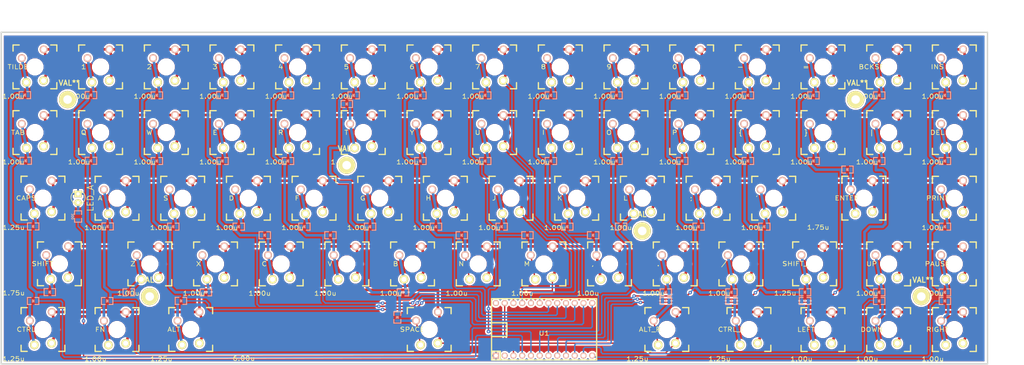
<source format=kicad_pcb>
(kicad_pcb (version 3) (host pcbnew "(2013-03-31 BZR 4008)-stable")
  (layers (15 Front signal) (0 Back signal) (18 B.Paste user) (19 F.Paste user) (20 B.SilkS user) (21 F.SilkS user) (22 B.Mask user) (23 F.Mask user) (28 Edge.Cuts user))
  (net 0 "")
  (net 1 /CAPS)
  (net 2 /COL0)
  (net 3 /COL1)
  (net 4 /COL10)
  (net 5 /COL11)
  (net 6 /COL12)
  (net 7 /COL13)
  (net 8 /COL14)
  (net 9 /COL2)
  (net 10 /COL3)
  (net 11 /COL4)
  (net 12 /COL5)
  (net 13 /COL6)
  (net 14 /COL7)
  (net 15 /COL8)
  (net 16 /COL9)
  (net 17 /ROW0)
  (net 18 /ROW1)
  (net 19 /ROW2)
  (net 20 /ROW3)
  (net 21 /ROW4)
  (net 22 GND)
  (net 23 N-000001)
  (net 24 N-0000010)
  (net 25 N-0000011)
  (net 26 N-0000012)
  (net 27 N-0000013)
  (net 28 N-0000014)
  (net 29 N-0000015)
  (net 30 N-0000016)
  (net 31 N-0000017)
  (net 32 N-0000018)
  (net 33 N-0000019)
  (net 34 N-000002)
  (net 35 N-0000020)
  (net 36 N-0000021)
  (net 37 N-0000022)
  (net 38 N-0000023)
  (net 39 N-0000024)
  (net 40 N-0000025)
  (net 41 N-0000026)
  (net 42 N-0000027)
  (net 43 N-000003)
  (net 44 N-0000030)
  (net 45 N-0000031)
  (net 46 N-0000032)
  (net 47 N-0000033)
  (net 48 N-0000034)
  (net 49 N-0000035)
  (net 50 N-0000036)
  (net 51 N-000004)
  (net 52 N-000005)
  (net 53 N-0000058)
  (net 54 N-0000059)
  (net 55 N-000006)
  (net 56 N-0000060)
  (net 57 N-0000061)
  (net 58 N-0000062)
  (net 59 N-0000063)
  (net 60 N-0000064)
  (net 61 N-0000065)
  (net 62 N-0000066)
  (net 63 N-0000067)
  (net 64 N-0000068)
  (net 65 N-0000069)
  (net 66 N-000007)
  (net 67 N-0000070)
  (net 68 N-0000071)
  (net 69 N-0000072)
  (net 70 N-0000073)
  (net 71 N-0000074)
  (net 72 N-0000075)
  (net 73 N-0000076)
  (net 74 N-0000077)
  (net 75 N-0000078)
  (net 76 N-0000079)
  (net 77 N-000008)
  (net 78 N-0000080)
  (net 79 N-0000081)
  (net 80 N-0000082)
  (net 81 N-0000083)
  (net 82 N-0000084)
  (net 83 N-0000085)
  (net 84 N-0000086)
  (net 85 N-0000087)
  (net 86 N-0000088)
  (net 87 N-0000089)
  (net 88 N-000009)
  (net 89 N-0000091)
  (net 90 N-0000092)
  (module LED_3MM (layer Front) (at 174.4472 205.9432 90)
    (fp_text reference L1 hide)
    (fp_text value LED_A (at 0 3.556 90) (layer F.SilkS) (effects (font (size 1.778 1.778) (thickness 0.2032))))
    (pad 1 thru_hole oval (at -1.27 0 90) (size 1.905 2.159) (drill 0.9906) (layers *.Cu F.Paste F.SilkS F.Mask) (net 87 N-0000089))
    (pad 2 thru_hole rect (at 1.27 0 90) (size 1.905 2.159) (drill 0.9906) (layers *.Cu F.Paste F.SilkS F.Mask) (net 22 GND))
  )
  (module FR_100H (layer Front) (at 152.4 158.3055)
    (fp_text reference FR_100H hide)
    (fp_text value 1.00u (at 3.2766 18.0848) (layer F.SilkS) (effects (font (size 1.27 1.524) (thickness 0.2032))))
  )
  (module FR_100H (layer Front) (at 171.45 158.3055)
    (fp_text reference FR_100H hide)
    (fp_text value 1.00u (at 3.2766 18.0848) (layer F.SilkS) (effects (font (size 1.27 1.524) (thickness 0.2032))))
  )
  (module FR_100H (layer Front) (at 190.5 158.3055)
    (fp_text reference FR_100H hide)
    (fp_text value 1.00u (at 3.2766 18.0848) (layer F.SilkS) (effects (font (size 1.27 1.524) (thickness 0.2032))))
  )
  (module FR_100H (layer Front) (at 209.55 158.3055)
    (fp_text reference FR_100H hide)
    (fp_text value 1.00u (at 3.2766 18.0848) (layer F.SilkS) (effects (font (size 1.27 1.524) (thickness 0.2032))))
  )
  (module FR_100H (layer Front) (at 228.6 158.3055)
    (fp_text reference FR_100H hide)
    (fp_text value 1.00u (at 3.2766 18.0848) (layer F.SilkS) (effects (font (size 1.27 1.524) (thickness 0.2032))))
  )
  (module FR_100H (layer Front) (at 247.65 158.3055)
    (fp_text reference FR_100H hide)
    (fp_text value 1.00u (at 3.2766 18.0848) (layer F.SilkS) (effects (font (size 1.27 1.524) (thickness 0.2032))))
  )
  (module FR_100H (layer Front) (at 266.7 158.3055)
    (fp_text reference FR_100H hide)
    (fp_text value 1.00u (at 3.2766 18.0848) (layer F.SilkS) (effects (font (size 1.27 1.524) (thickness 0.2032))))
  )
  (module FR_100H (layer Front) (at 285.75 158.3055)
    (fp_text reference FR_100H hide)
    (fp_text value 1.00u (at 3.2766 18.0848) (layer F.SilkS) (effects (font (size 1.27 1.524) (thickness 0.2032))))
  )
  (module FR_100H (layer Front) (at 304.8 158.3055)
    (fp_text reference FR_100H hide)
    (fp_text value 1.00u (at 3.2766 18.0848) (layer F.SilkS) (effects (font (size 1.27 1.524) (thickness 0.2032))))
  )
  (module FR_100H (layer Front) (at 323.85 158.3055)
    (fp_text reference FR_100H hide)
    (fp_text value 1.00u (at 3.2766 18.0848) (layer F.SilkS) (effects (font (size 1.27 1.524) (thickness 0.2032))))
  )
  (module FR_100H (layer Front) (at 342.9 158.3055)
    (fp_text reference FR_100H hide)
    (fp_text value 1.00u (at 3.2766 18.0848) (layer F.SilkS) (effects (font (size 1.27 1.524) (thickness 0.2032))))
  )
  (module FR_100H (layer Front) (at 361.95 158.3055)
    (fp_text reference FR_100H hide)
    (fp_text value 1.00u (at 3.2766 18.0848) (layer F.SilkS) (effects (font (size 1.27 1.524) (thickness 0.2032))))
  )
  (module FR_100H (layer Front) (at 381 158.3055)
    (fp_text reference FR_100H hide)
    (fp_text value 1.00u (at 3.2766 18.0848) (layer F.SilkS) (effects (font (size 1.27 1.524) (thickness 0.2032))))
  )
  (module FR_100H (layer Front) (at 400.05 158.3055)
    (fp_text reference FR_100H hide)
    (fp_text value 1.00u (at 3.2766 18.0848) (layer F.SilkS) (effects (font (size 1.27 1.524) (thickness 0.2032))))
  )
  (module FR_100H (layer Front) (at 419.1 158.3055)
    (fp_text reference FR_100H hide)
    (fp_text value 1.00u (at 3.2766 18.0848) (layer F.SilkS) (effects (font (size 1.27 1.524) (thickness 0.2032))))
  )
  (module FR_100H (layer Front) (at 152.4 177.3555)
    (fp_text reference FR_100H hide)
    (fp_text value 1.00u (at 3.2766 18.0848) (layer F.SilkS) (effects (font (size 1.27 1.524) (thickness 0.2032))))
  )
  (module FR_100H (layer Front) (at 171.45 177.3555)
    (fp_text reference FR_100H hide)
    (fp_text value 1.00u (at 3.2766 18.0848) (layer F.SilkS) (effects (font (size 1.27 1.524) (thickness 0.2032))))
  )
  (module FR_100H (layer Front) (at 190.5 177.3555)
    (fp_text reference FR_100H hide)
    (fp_text value 1.00u (at 3.2766 18.0848) (layer F.SilkS) (effects (font (size 1.27 1.524) (thickness 0.2032))))
  )
  (module FR_100H (layer Front) (at 209.55 177.3555)
    (fp_text reference FR_100H hide)
    (fp_text value 1.00u (at 3.2766 18.0848) (layer F.SilkS) (effects (font (size 1.27 1.524) (thickness 0.2032))))
  )
  (module FR_100H (layer Front) (at 228.6 177.3555)
    (fp_text reference FR_100H hide)
    (fp_text value 1.00u (at 3.2766 18.0848) (layer F.SilkS) (effects (font (size 1.27 1.524) (thickness 0.2032))))
  )
  (module FR_100H (layer Front) (at 247.65 177.3555)
    (fp_text reference FR_100H hide)
    (fp_text value 1.00u (at 3.2766 18.0848) (layer F.SilkS) (effects (font (size 1.27 1.524) (thickness 0.2032))))
  )
  (module FR_100H (layer Front) (at 266.7 177.3555)
    (fp_text reference FR_100H hide)
    (fp_text value 1.00u (at 3.2766 18.0848) (layer F.SilkS) (effects (font (size 1.27 1.524) (thickness 0.2032))))
  )
  (module FR_100H (layer Front) (at 285.75 177.3555)
    (fp_text reference FR_100H hide)
    (fp_text value 1.00u (at 3.2766 18.0848) (layer F.SilkS) (effects (font (size 1.27 1.524) (thickness 0.2032))))
  )
  (module FR_100H (layer Front) (at 304.8 177.3555)
    (fp_text reference FR_100H hide)
    (fp_text value 1.00u (at 3.2766 18.0848) (layer F.SilkS) (effects (font (size 1.27 1.524) (thickness 0.2032))))
  )
  (module FR_100H (layer Front) (at 323.85 177.3555)
    (fp_text reference FR_100H hide)
    (fp_text value 1.00u (at 3.2766 18.0848) (layer F.SilkS) (effects (font (size 1.27 1.524) (thickness 0.2032))))
  )
  (module FR_100H (layer Front) (at 342.9 177.3555)
    (fp_text reference FR_100H hide)
    (fp_text value 1.00u (at 3.2766 18.0848) (layer F.SilkS) (effects (font (size 1.27 1.524) (thickness 0.2032))))
  )
  (module FR_100H (layer Front) (at 361.95 177.3555)
    (fp_text reference FR_100H hide)
    (fp_text value 1.00u (at 3.2766 18.0848) (layer F.SilkS) (effects (font (size 1.27 1.524) (thickness 0.2032))))
  )
  (module FR_100H (layer Front) (at 381 177.3555)
    (fp_text reference FR_100H hide)
    (fp_text value 1.00u (at 3.2766 18.0848) (layer F.SilkS) (effects (font (size 1.27 1.524) (thickness 0.2032))))
  )
  (module FR_100H (layer Front) (at 400.05 177.3555)
    (fp_text reference FR_100H hide)
    (fp_text value 1.00u (at 3.2766 18.0848) (layer F.SilkS) (effects (font (size 1.27 1.524) (thickness 0.2032))))
  )
  (module FR_100H (layer Front) (at 419.1 177.3555)
    (fp_text reference FR_100H hide)
    (fp_text value 1.00u (at 3.2766 18.0848) (layer F.SilkS) (effects (font (size 1.27 1.524) (thickness 0.2032))))
  )
  (module FR_100H (layer Front) (at 176.2125 196.4055)
    (fp_text reference FR_100H hide)
    (fp_text value 1.00u (at 3.2766 18.0848) (layer F.SilkS) (effects (font (size 1.27 1.524) (thickness 0.2032))))
  )
  (module FR_100H (layer Front) (at 195.2625 196.4055)
    (fp_text reference FR_100H hide)
    (fp_text value 1.00u (at 3.2766 18.0848) (layer F.SilkS) (effects (font (size 1.27 1.524) (thickness 0.2032))))
  )
  (module FR_125H (layer Front) (at 152.4 196.4055)
    (fp_text reference FR_125H hide)
    (fp_text value 1.25u (at 3.3274 18.0467) (layer F.SilkS) (effects (font (size 1.27 1.524) (thickness 0.2032))))
  )
  (module FR_100H (layer Front) (at 214.3125 196.4055)
    (fp_text reference FR_100H hide)
    (fp_text value 1.00u (at 3.2766 18.0848) (layer F.SilkS) (effects (font (size 1.27 1.524) (thickness 0.2032))))
  )
  (module FR_100H (layer Front) (at 233.3625 196.4055)
    (fp_text reference FR_100H hide)
    (fp_text value 1.00u (at 3.2766 18.0848) (layer F.SilkS) (effects (font (size 1.27 1.524) (thickness 0.2032))))
  )
  (module FR_100H (layer Front) (at 252.4125 196.4055)
    (fp_text reference FR_100H hide)
    (fp_text value 1.00u (at 3.2766 18.0848) (layer F.SilkS) (effects (font (size 1.27 1.524) (thickness 0.2032))))
  )
  (module FR_100H (layer Front) (at 271.4625 196.4055)
    (fp_text reference FR_100H hide)
    (fp_text value 1.00u (at 3.2766 18.0848) (layer F.SilkS) (effects (font (size 1.27 1.524) (thickness 0.2032))))
  )
  (module FR_100H (layer Front) (at 290.5125 196.4055)
    (fp_text reference FR_100H hide)
    (fp_text value 1.00u (at 3.2766 18.0848) (layer F.SilkS) (effects (font (size 1.27 1.524) (thickness 0.2032))))
  )
  (module FR_100H (layer Front) (at 309.5625 196.4055)
    (fp_text reference FR_100H hide)
    (fp_text value 1.00u (at 3.2766 18.0848) (layer F.SilkS) (effects (font (size 1.27 1.524) (thickness 0.2032))))
  )
  (module FR_100H (layer Front) (at 328.6125 196.4055)
    (fp_text reference FR_100H hide)
    (fp_text value 1.00u (at 3.2766 18.0848) (layer F.SilkS) (effects (font (size 1.27 1.524) (thickness 0.2032))))
  )
  (module FR_100H (layer Front) (at 347.6625 196.4055)
    (fp_text reference FR_100H hide)
    (fp_text value 1.00u (at 3.2766 18.0848) (layer F.SilkS) (effects (font (size 1.27 1.524) (thickness 0.2032))))
  )
  (module FR_100H (layer Front) (at 366.7125 196.4055)
    (fp_text reference FR_100H hide)
    (fp_text value 1.00u (at 3.2766 18.0848) (layer F.SilkS) (effects (font (size 1.27 1.524) (thickness 0.2032))))
  )
  (module FR_175H (layer Front) (at 385.7625 196.4055)
    (fp_text reference FR_175H hide)
    (fp_text value 1.75u (at 3.3655 17.9832) (layer F.SilkS) (effects (font (size 1.27 1.524) (thickness 0.2032))))
  )
  (module FR_100H (layer Front) (at 419.1 196.4055)
    (fp_text reference FR_100H hide)
    (fp_text value 1.00u (at 3.2766 18.0848) (layer F.SilkS) (effects (font (size 1.27 1.524) (thickness 0.2032))))
  )
  (module FR_175H (layer Front) (at 152.4 215.4555)
    (fp_text reference FR_175H hide)
    (fp_text value 1.75u (at 3.3655 17.9832) (layer F.SilkS) (effects (font (size 1.27 1.524) (thickness 0.2032))))
  )
  (module FR_100H (layer Front) (at 185.7375 215.4555)
    (fp_text reference FR_100H hide)
    (fp_text value 1.00u (at 3.2766 18.0848) (layer F.SilkS) (effects (font (size 1.27 1.524) (thickness 0.2032))))
  )
  (module FR_100H (layer Front) (at 204.7875 215.4555)
    (fp_text reference FR_100H hide)
    (fp_text value 1.00u (at 3.2766 18.0848) (layer F.SilkS) (effects (font (size 1.27 1.524) (thickness 0.2032))))
  )
  (module FR_100H (layer Front) (at 223.8375 215.4555)
    (fp_text reference FR_100H hide)
    (fp_text value 1.00u (at 3.2766 18.0848) (layer F.SilkS) (effects (font (size 1.27 1.524) (thickness 0.2032))))
  )
  (module FR_100H (layer Front) (at 242.8875 215.4555)
    (fp_text reference FR_100H hide)
    (fp_text value 1.00u (at 3.2766 18.0848) (layer F.SilkS) (effects (font (size 1.27 1.524) (thickness 0.2032))))
  )
  (module FR_100H (layer Front) (at 261.9375 215.4555)
    (fp_text reference FR_100H hide)
    (fp_text value 1.00u (at 3.2766 18.0848) (layer F.SilkS) (effects (font (size 1.27 1.524) (thickness 0.2032))))
  )
  (module FR_100H (layer Front) (at 280.9875 215.4555)
    (fp_text reference FR_100H hide)
    (fp_text value 1.00u (at 3.2766 18.0848) (layer F.SilkS) (effects (font (size 1.27 1.524) (thickness 0.2032))))
  )
  (module FR_100H (layer Front) (at 300.0375 215.4555)
    (fp_text reference FR_100H hide)
    (fp_text value 1.00u (at 3.2766 18.0848) (layer F.SilkS) (effects (font (size 1.27 1.524) (thickness 0.2032))))
  )
  (module FR_100H (layer Front) (at 319.0875 215.4555)
    (fp_text reference FR_100H hide)
    (fp_text value 1.00u (at 3.2766 18.0848) (layer F.SilkS) (effects (font (size 1.27 1.524) (thickness 0.2032))))
  )
  (module FR_100H (layer Front) (at 338.1375 215.4555)
    (fp_text reference FR_100H hide)
    (fp_text value 1.00u (at 3.2766 18.0848) (layer F.SilkS) (effects (font (size 1.27 1.524) (thickness 0.2032))))
  )
  (module FR_100H (layer Front) (at 357.1875 215.4555)
    (fp_text reference FR_100H hide)
    (fp_text value 1.00u (at 3.2766 18.0848) (layer F.SilkS) (effects (font (size 1.27 1.524) (thickness 0.2032))))
  )
  (module FR_125H (layer Front) (at 376.2375 215.4555)
    (fp_text reference FR_125H hide)
    (fp_text value 1.25u (at 3.3274 18.0467) (layer F.SilkS) (effects (font (size 1.27 1.524) (thickness 0.2032))))
  )
  (module FR_100H (layer Front) (at 400.05 215.4555)
    (fp_text reference FR_100H hide)
    (fp_text value 1.00u (at 3.2766 18.0848) (layer F.SilkS) (effects (font (size 1.27 1.524) (thickness 0.2032))))
  )
  (module FR_100H (layer Front) (at 419.1 215.4555)
    (fp_text reference FR_100H hide)
    (fp_text value 1.00u (at 3.2766 18.0848) (layer F.SilkS) (effects (font (size 1.27 1.524) (thickness 0.2032))))
  )
  (module FR_125H (layer Front) (at 152.4 234.5055)
    (fp_text reference FR_125H hide)
    (fp_text value 1.25u (at 3.3274 18.0467) (layer F.SilkS) (effects (font (size 1.27 1.524) (thickness 0.2032))))
  )
  (module FR_100H (layer Front) (at 176.2125 234.5055)
    (fp_text reference FR_100H hide)
    (fp_text value 1.00u (at 3.2766 18.0848) (layer F.SilkS) (effects (font (size 1.27 1.524) (thickness 0.2032))))
  )
  (module FR_125H (layer Front) (at 195.2625 234.5055)
    (fp_text reference FR_125H hide)
    (fp_text value 1.25u (at 3.3274 18.0467) (layer F.SilkS) (effects (font (size 1.27 1.524) (thickness 0.2032))))
  )
  (module FR_125H (layer Front) (at 333.375 234.5055)
    (fp_text reference FR_125H hide)
    (fp_text value 1.25u (at 3.3274 18.0467) (layer F.SilkS) (effects (font (size 1.27 1.524) (thickness 0.2032))))
  )
  (module FR_125H (layer Front) (at 357.1875 234.5055)
    (fp_text reference FR_125H hide)
    (fp_text value 1.25u (at 3.3274 18.0467) (layer F.SilkS) (effects (font (size 1.27 1.524) (thickness 0.2032))))
  )
  (module FR_100H (layer Front) (at 381 234.5055)
    (fp_text reference FR_100H hide)
    (fp_text value 1.00u (at 3.2766 18.0848) (layer F.SilkS) (effects (font (size 1.27 1.524) (thickness 0.2032))))
  )
  (module FR_100H (layer Front) (at 400.05 234.5055)
    (fp_text reference FR_100H hide)
    (fp_text value 1.00u (at 3.2766 18.0848) (layer F.SilkS) (effects (font (size 1.27 1.524) (thickness 0.2032))))
  )
  (module FR_100H (layer Front) (at 419.1 234.5055)
    (fp_text reference FR_100H hide)
    (fp_text value 1.00u (at 3.2766 18.0848) (layer F.SilkS) (effects (font (size 1.27 1.524) (thickness 0.2032))))
  )
  (module FR_600H (layer Front) (at 219.075 234.5055)
    (fp_text reference FR_600H hide)
    (fp_text value 6.00u (at 3.44932 17.89938) (layer F.SilkS) (effects (font (size 1.27 1.524) (thickness 0.2032))))
  )
  (module SMD0805D (layer Back) (at 247.65 216.662 180)
    (fp_text reference D23 hide)
    (fp_text value D hide)
    (pad 1 smd rect (at -0.9525 0 180) (size 0.889 1.397) (layers Back B.Paste B.Mask) (net 81 N-0000083))
    (pad 2 smd rect (at 0.9525 0 180) (size 0.889 1.397) (layers Back B.Paste B.Mask) (net 11 /COL4))
  )
  (module SMD0805D (layer Back) (at 354.457 214.1855 180)
    (fp_text reference D48 hide)
    (fp_text value D hide)
    (pad 1 smd rect (at -0.9525 0 180) (size 0.889 1.397) (layers Back B.Paste B.Mask) (net 88 N-000009))
    (pad 2 smd rect (at 0.9525 0 180) (size 0.889 1.397) (layers Back B.Paste B.Mask) (net 4 /COL10))
  )
  (module SMD0805D (layer Back) (at 161.417 214.122 180)
    (fp_text reference D3 hide)
    (fp_text value D hide)
    (pad 1 smd rect (at -0.9525 0 180) (size 0.889 1.397) (layers Back B.Paste B.Mask) (net 48 N-0000034))
    (pad 2 smd rect (at 0.9525 0 180) (size 0.889 1.397) (layers Back B.Paste B.Mask) (net 2 /COL0))
  )
  (module SMD0805D (layer Back) (at 159.258 195.072 180)
    (fp_text reference D2 hide)
    (fp_text value D hide)
    (pad 1 smd rect (at -0.9525 0 180) (size 0.889 1.397) (layers Back B.Paste B.Mask) (net 44 N-0000030))
    (pad 2 smd rect (at 0.9525 0 180) (size 0.889 1.397) (layers Back B.Paste B.Mask) (net 2 /COL0))
  )
  (module SMD0805D (layer Back) (at 166.243 233.172 180)
    (fp_text reference D4 hide)
    (fp_text value D hide)
    (pad 1 smd rect (at -0.9525 0 180) (size 0.889 1.397) (layers Back B.Paste B.Mask) (net 49 N-0000035))
    (pad 2 smd rect (at 0.9525 0 180) (size 0.889 1.397) (layers Back B.Paste B.Mask) (net 2 /COL0))
  )
  (module SMD0805D (layer Back) (at 406.8445 195.1355 180)
    (fp_text reference D60 hide)
    (fp_text value D hide)
    (pad 1 smd rect (at -0.9525 0 180) (size 0.889 1.397) (layers Back B.Paste B.Mask) (net 34 N-000002))
    (pad 2 smd rect (at 0.9525 0 180) (size 0.889 1.397) (layers Back B.Paste B.Mask) (net 7 /COL13))
  )
  (module SMD0805D (layer Back) (at 368.7445 176.0855 180)
    (fp_text reference D51 hide)
    (fp_text value D hide)
    (pad 1 smd rect (at -0.9525 0 180) (size 0.889 1.397) (layers Back B.Paste B.Mask) (net 31 N-0000017))
    (pad 2 smd rect (at 0.9525 0 180) (size 0.889 1.397) (layers Back B.Paste B.Mask) (net 5 /COL11))
  )
  (module SMD0805D (layer Back) (at 235.331 176.0855 180)
    (fp_text reference D20 hide)
    (fp_text value D hide)
    (pad 1 smd rect (at -0.9525 0 180) (size 0.889 1.397) (layers Back B.Paste B.Mask) (net 82 N-0000084))
    (pad 2 smd rect (at 0.9525 0 180) (size 0.889 1.397) (layers Back B.Paste B.Mask) (net 11 /COL4))
  )
  (module SMD0805D (layer Back) (at 285.75 216.662 180)
    (fp_text reference D32 hide)
    (fp_text value D hide)
    (pad 1 smd rect (at -0.9525 0 180) (size 0.889 1.397) (layers Back B.Paste B.Mask) (net 54 N-0000059))
    (pad 2 smd rect (at 0.9525 0 180) (size 0.889 1.397) (layers Back B.Paste B.Mask) (net 13 /COL6))
  )
  (module SMD0805D (layer Back) (at 183.007 214.122 180)
    (fp_text reference D8 hide)
    (fp_text value D hide)
    (pad 1 smd rect (at -0.9525 0 180) (size 0.889 1.397) (layers Back B.Paste B.Mask) (net 45 N-0000031))
    (pad 2 smd rect (at 0.9525 0 180) (size 0.889 1.397) (layers Back B.Paste B.Mask) (net 3 /COL1))
  )
  (module SMD0805D (layer Back) (at 252.3998 178.6001 180)
    (fp_text reference D25 hide)
    (fp_text value D hide)
    (pad 1 smd rect (at -0.9525 0 180) (size 0.889 1.397) (layers Back B.Paste B.Mask) (net 61 N-0000065))
    (pad 2 smd rect (at 0.9525 0 180) (size 0.889 1.397) (layers Back B.Paste B.Mask) (net 12 /COL5))
  )
  (module SMD0805D (layer Back) (at 259.1435 214.1855 180)
    (fp_text reference D26 hide)
    (fp_text value D hide)
    (pad 1 smd rect (at -0.9525 0 180) (size 0.889 1.397) (layers Back B.Paste B.Mask) (net 67 N-0000070))
    (pad 2 smd rect (at 0.9525 0 180) (size 0.889 1.397) (layers Back B.Paste B.Mask) (net 12 /COL5))
  )
  (module SMD0805D (layer Back) (at 216.281 176.022 180)
    (fp_text reference D16 hide)
    (fp_text value D hide)
    (pad 1 smd rect (at -0.9525 0 180) (size 0.889 1.397) (layers Back B.Paste B.Mask) (net 85 N-0000087))
    (pad 2 smd rect (at 0.9525 0 180) (size 0.889 1.397) (layers Back B.Paste B.Mask) (net 10 /COL3))
  )
  (module SMD0805D (layer Back) (at 197.2945 176.0855 180)
    (fp_text reference D11 hide)
    (fp_text value D hide)
    (pad 1 smd rect (at -0.9525 0 180) (size 0.889 1.397) (layers Back B.Paste B.Mask) (net 74 N-0000077))
    (pad 2 smd rect (at 0.9525 0 180) (size 0.889 1.397) (layers Back B.Paste B.Mask) (net 9 /COL2))
  )
  (module SMD0805D (layer Back) (at 240.0935 214.1855 180)
    (fp_text reference D22 hide)
    (fp_text value D hide)
    (pad 1 smd rect (at -0.9525 0 180) (size 0.889 1.397) (layers Back B.Paste B.Mask) (net 80 N-0000082))
    (pad 2 smd rect (at 0.9525 0 180) (size 0.889 1.397) (layers Back B.Paste B.Mask) (net 11 /COL4))
  )
  (module SMD0805D (layer Back) (at 235.331 195.1355 180)
    (fp_text reference D21 hide)
    (fp_text value D hide)
    (pad 1 smd rect (at -0.9525 0 180) (size 0.889 1.397) (layers Back B.Paste B.Mask) (net 83 N-0000085))
    (pad 2 smd rect (at 0.9525 0 180) (size 0.889 1.397) (layers Back B.Paste B.Mask) (net 11 /COL4))
  )
  (module SMD0805D (layer Back) (at 228.6 216.662 180)
    (fp_text reference D19 hide)
    (fp_text value D hide)
    (pad 1 smd rect (at -0.9525 0 180) (size 0.889 1.397) (layers Back B.Paste B.Mask) (net 84 N-0000086))
    (pad 2 smd rect (at 0.9525 0 180) (size 0.889 1.397) (layers Back B.Paste B.Mask) (net 10 /COL3))
  )
  (module SMD0805D (layer Back) (at 197.2945 195.1355 180)
    (fp_text reference D12 hide)
    (fp_text value D hide)
    (pad 1 smd rect (at -0.9525 0 180) (size 0.889 1.397) (layers Back B.Paste B.Mask) (net 75 N-0000078))
    (pad 2 smd rect (at 0.9525 0 180) (size 0.889 1.397) (layers Back B.Paste B.Mask) (net 9 /COL2))
  )
  (module SMD0805D (layer Back) (at 204.2795 235.712)
    (fp_text reference D15 hide)
    (fp_text value D hide)
    (pad 1 smd rect (at -0.9525 0) (size 0.889 1.397) (layers Back B.Paste B.Mask) (net 90 N-0000092))
    (pad 2 smd rect (at 0.9525 0) (size 0.889 1.397) (layers Back B.Paste B.Mask) (net 9 /COL2))
  )
  (module SMD0805D (layer Back) (at 373.507 214.1855 180)
    (fp_text reference D53 hide)
    (fp_text value D hide)
    (pad 1 smd rect (at -0.9525 0 180) (size 0.889 1.397) (layers Back B.Paste B.Mask) (net 33 N-0000019))
    (pad 2 smd rect (at 0.9525 0 180) (size 0.889 1.397) (layers Back B.Paste B.Mask) (net 5 /COL11))
  )
  (module SMD0805D (layer Back) (at 425.8945 195.1355 180)
    (fp_text reference D64 hide)
    (fp_text value D hide)
    (pad 1 smd rect (at -0.9525 0 180) (size 0.889 1.397) (layers Back B.Paste B.Mask) (net 39 N-0000024))
    (pad 2 smd rect (at 0.9525 0 180) (size 0.889 1.397) (layers Back B.Paste B.Mask) (net 8 /COL14))
  )
  (module SMD0805D (layer Back) (at 425.8945 233.2355 180)
    (fp_text reference D66 hide)
    (fp_text value D hide)
    (pad 1 smd rect (at -0.9525 0 180) (size 0.889 1.397) (layers Back B.Paste B.Mask) (net 37 N-0000022))
    (pad 2 smd rect (at 0.9525 0 180) (size 0.889 1.397) (layers Back B.Paste B.Mask) (net 8 /COL14))
  )
  (module SMD0805D (layer Back) (at 425.8945 214.1855 180)
    (fp_text reference D65 hide)
    (fp_text value D hide)
    (pad 1 smd rect (at -0.9525 0 180) (size 0.889 1.397) (layers Back B.Paste B.Mask) (net 40 N-0000025))
    (pad 2 smd rect (at 0.9525 0 180) (size 0.889 1.397) (layers Back B.Paste B.Mask) (net 8 /COL14))
  )
  (module SMD0805D (layer Back) (at 425.8945 176.0855 180)
    (fp_text reference D63 hide)
    (fp_text value D hide)
    (pad 1 smd rect (at -0.9525 0 180) (size 0.889 1.397) (layers Back B.Paste B.Mask) (net 38 N-0000023))
    (pad 2 smd rect (at 0.9525 0 180) (size 0.889 1.397) (layers Back B.Paste B.Mask) (net 8 /COL14))
  )
  (module SMD0805D (layer Back) (at 425.8945 235.7374 180)
    (fp_text reference D67 hide)
    (fp_text value D hide)
    (pad 1 smd rect (at -0.9525 0 180) (size 0.889 1.397) (layers Back B.Paste B.Mask) (net 41 N-0000026))
    (pad 2 smd rect (at 0.9525 0 180) (size 0.889 1.397) (layers Back B.Paste B.Mask) (net 8 /COL14))
  )
  (module SMD0805D (layer Back) (at 189.1284 233.2228 180)
    (fp_text reference D9 hide)
    (fp_text value D hide)
    (pad 1 smd rect (at -0.9525 0 180) (size 0.889 1.397) (layers Back B.Paste B.Mask) (net 76 N-0000079))
    (pad 2 smd rect (at 0.9525 0 180) (size 0.889 1.397) (layers Back B.Paste B.Mask) (net 3 /COL1))
  )
  (module SMD0805D (layer Back) (at 304.8 216.662 180)
    (fp_text reference D36 hide)
    (fp_text value D hide)
    (pad 1 smd rect (at -0.9525 0 180) (size 0.889 1.397) (layers Back B.Paste B.Mask) (net 62 N-0000066))
    (pad 2 smd rect (at 0.9525 0 180) (size 0.889 1.397) (layers Back B.Paste B.Mask) (net 14 /COL7))
  )
  (module SMD0805D (layer Back) (at 202.057 214.1855 180)
    (fp_text reference D13 hide)
    (fp_text value D hide)
    (pad 1 smd rect (at -0.9525 0 180) (size 0.889 1.397) (layers Back B.Paste B.Mask) (net 71 N-0000074))
    (pad 2 smd rect (at 0.9525 0 180) (size 0.889 1.397) (layers Back B.Paste B.Mask) (net 9 /COL2))
  )
  (module SMD0805D (layer Back) (at 159.004 176.022 180)
    (fp_text reference D1 hide)
    (fp_text value D hide)
    (pad 1 smd rect (at -0.9525 0 180) (size 0.889 1.397) (layers Back B.Paste B.Mask) (net 47 N-0000033))
    (pad 2 smd rect (at 0.9525 0 180) (size 0.889 1.397) (layers Back B.Paste B.Mask) (net 2 /COL0))
  )
  (module SMD0805D (layer Back) (at 178.181 176.022 180)
    (fp_text reference D6 hide)
    (fp_text value D hide)
    (pad 1 smd rect (at -0.9525 0 180) (size 0.889 1.397) (layers Back B.Paste B.Mask) (net 78 N-0000080))
    (pad 2 smd rect (at 0.9525 0 180) (size 0.889 1.397) (layers Back B.Paste B.Mask) (net 3 /COL1))
  )
  (module SMD0805D (layer Back) (at 221.0435 214.1855 180)
    (fp_text reference D18 hide)
    (fp_text value D hide)
    (pad 1 smd rect (at -0.9525 0 180) (size 0.889 1.397) (layers Back B.Paste B.Mask) (net 72 N-0000075))
    (pad 2 smd rect (at 0.9525 0 180) (size 0.889 1.397) (layers Back B.Paste B.Mask) (net 10 /COL3))
  )
  (module SMD0805D (layer Back) (at 216.3445 195.1355 180)
    (fp_text reference D17 hide)
    (fp_text value D hide)
    (pad 1 smd rect (at -0.9525 0 180) (size 0.889 1.397) (layers Back B.Paste B.Mask) (net 86 N-0000088))
    (pad 2 smd rect (at 0.9525 0 180) (size 0.889 1.397) (layers Back B.Paste B.Mask) (net 10 /COL3))
  )
  (module SMD0805D (layer Back) (at 211.5185 233.2355 180)
    (fp_text reference D14 hide)
    (fp_text value D hide)
    (pad 1 smd rect (at -0.9525 0 180) (size 0.889 1.397) (layers Back B.Paste B.Mask) (net 73 N-0000076))
    (pad 2 smd rect (at 0.9525 0 180) (size 0.889 1.397) (layers Back B.Paste B.Mask) (net 9 /COL2))
  )
  (module SMD0805D (layer Back) (at 178.181 195.072 180)
    (fp_text reference D7 hide)
    (fp_text value D hide)
    (pad 1 smd rect (at -0.9525 0 180) (size 0.889 1.397) (layers Back B.Paste B.Mask) (net 79 N-0000081))
    (pad 2 smd rect (at 0.9525 0 180) (size 0.889 1.397) (layers Back B.Paste B.Mask) (net 3 /COL1))
  )
  (module SMD0805D (layer Back) (at 331.9653 214.1855 180)
    (fp_text reference D43 hide)
    (fp_text value D hide)
    (pad 1 smd rect (at -0.9525 0 180) (size 0.889 1.397) (layers Back B.Paste B.Mask) (net 27 N-0000013))
    (pad 2 smd rect (at 0.9525 0 180) (size 0.889 1.397) (layers Back B.Paste B.Mask) (net 16 /COL9))
  )
  (module SMD0805D (layer Back) (at 349.6945 176.0855 180)
    (fp_text reference D46 hide)
    (fp_text value D hide)
    (pad 1 smd rect (at -0.9525 0 180) (size 0.889 1.397) (layers Back B.Paste B.Mask) (net 66 N-000007))
    (pad 2 smd rect (at 0.9525 0 180) (size 0.889 1.397) (layers Back B.Paste B.Mask) (net 4 /COL10))
  )
  (module SMD0805D (layer Back) (at 349.6818 195.1228 180)
    (fp_text reference D47 hide)
    (fp_text value D hide)
    (pad 1 smd rect (at -0.9525 0 180) (size 0.889 1.397) (layers Back B.Paste B.Mask) (net 77 N-000008))
    (pad 2 smd rect (at 0.9525 0 180) (size 0.889 1.397) (layers Back B.Paste B.Mask) (net 4 /COL10))
  )
  (module SMD0805D (layer Back) (at 344.932 235.7374 180)
    (fp_text reference D45 hide)
    (fp_text value D hide)
    (pad 1 smd rect (at -0.9525 0 180) (size 0.889 1.397) (layers Back B.Paste B.Mask) (net 55 N-000006))
    (pad 2 smd rect (at 0.9525 0 180) (size 0.889 1.397) (layers Back B.Paste B.Mask) (net 16 /COL9))
  )
  (module SMD0805D (layer Back) (at 363.982 235.7374 180)
    (fp_text reference D50 hide)
    (fp_text value D hide)
    (pad 1 smd rect (at -0.9525 0 180) (size 0.889 1.397) (layers Back B.Paste B.Mask) (net 36 N-0000021))
    (pad 2 smd rect (at 0.9525 0 180) (size 0.889 1.397) (layers Back B.Paste B.Mask) (net 4 /COL10))
  )
  (module SMD0805D (layer Back) (at 387.8072 195.1228 180)
    (fp_text reference D57 hide)
    (fp_text value D hide)
    (pad 1 smd rect (at -0.9525 0 180) (size 0.889 1.397) (layers Back B.Paste B.Mask) (net 29 N-0000015))
    (pad 2 smd rect (at 0.9525 0 180) (size 0.889 1.397) (layers Back B.Paste B.Mask) (net 6 /COL12))
  )
  (module SMD0805D (layer Back) (at 385.318 235.7374 180)
    (fp_text reference D55 hide)
    (fp_text value D hide)
    (pad 1 smd rect (at -0.9525 0 180) (size 0.889 1.397) (layers Back B.Paste B.Mask) (net 30 N-0000016))
    (pad 2 smd rect (at 0.9525 0 180) (size 0.889 1.397) (layers Back B.Paste B.Mask) (net 5 /COL11))
  )
  (module SMD0805D (layer Back) (at 344.932 233.2355 180)
    (fp_text reference D44 hide)
    (fp_text value D hide)
    (pad 1 smd rect (at -0.9525 0 180) (size 0.889 1.397) (layers Back B.Paste B.Mask) (net 24 N-0000010))
    (pad 2 smd rect (at 0.9525 0 180) (size 0.889 1.397) (layers Back B.Paste B.Mask) (net 16 /COL9))
  )
  (module SMD0805D (layer Back) (at 330.6445 195.1355 180)
    (fp_text reference D42 hide)
    (fp_text value D hide)
    (pad 1 smd rect (at -0.9525 0 180) (size 0.889 1.397) (layers Back B.Paste B.Mask) (net 26 N-0000012))
    (pad 2 smd rect (at 0.9525 0 180) (size 0.889 1.397) (layers Back B.Paste B.Mask) (net 16 /COL9))
  )
  (module SMD0805D (layer Back) (at 406.8318 233.2228 180)
    (fp_text reference D61 hide)
    (fp_text value D hide)
    (pad 1 smd rect (at -0.9525 0 180) (size 0.889 1.397) (layers Back B.Paste B.Mask) (net 51 N-000004))
    (pad 2 smd rect (at 0.9525 0 180) (size 0.889 1.397) (layers Back B.Paste B.Mask) (net 7 /COL13))
  )
  (module SMD0805D (layer Back) (at 330.6445 176.0855 180)
    (fp_text reference D41 hide)
    (fp_text value D hide)
    (pad 1 smd rect (at -0.9525 0 180) (size 0.889 1.397) (layers Back B.Paste B.Mask) (net 25 N-0000011))
    (pad 2 smd rect (at 0.9525 0 180) (size 0.889 1.397) (layers Back B.Paste B.Mask) (net 16 /COL9))
  )
  (module SMD0805D (layer Back) (at 406.8445 176.0855 180)
    (fp_text reference D59 hide)
    (fp_text value D hide)
    (pad 1 smd rect (at -0.9525 0 180) (size 0.889 1.397) (layers Back B.Paste B.Mask) (net 23 N-000001))
    (pad 2 smd rect (at 0.9525 0 180) (size 0.889 1.397) (layers Back B.Paste B.Mask) (net 7 /COL13))
  )
  (module SMD0805D (layer Back) (at 161.3916 235.7374)
    (fp_text reference D5 hide)
    (fp_text value D hide)
    (pad 1 smd rect (at -0.9525 0) (size 0.889 1.397) (layers Back B.Paste B.Mask) (net 50 N-0000036))
    (pad 2 smd rect (at 0.9525 0) (size 0.889 1.397) (layers Back B.Paste B.Mask) (net 2 /COL0))
  )
  (module SMD0805D (layer Back) (at 397.637 197.612 180)
    (fp_text reference D58 hide)
    (fp_text value D hide)
    (pad 1 smd rect (at -0.9525 0 180) (size 0.889 1.397) (layers Back B.Paste B.Mask) (net 43 N-000003))
    (pad 2 smd rect (at 0.9525 0 180) (size 0.889 1.397) (layers Back B.Paste B.Mask) (net 6 /COL12))
  )
  (module SMD0805D (layer Back) (at 182.88 235.7374)
    (fp_text reference D10 hide)
    (fp_text value D hide)
    (pad 1 smd rect (at -0.9525 0) (size 0.889 1.397) (layers Back B.Paste B.Mask) (net 46 N-0000032))
    (pad 2 smd rect (at 0.9525 0) (size 0.889 1.397) (layers Back B.Paste B.Mask) (net 3 /COL1))
  )
  (module SMD0805D (layer Back) (at 363.982 233.2355 180)
    (fp_text reference D49 hide)
    (fp_text value D hide)
    (pad 1 smd rect (at -0.9525 0 180) (size 0.889 1.397) (layers Back B.Paste B.Mask) (net 35 N-0000020))
    (pad 2 smd rect (at 0.9525 0 180) (size 0.889 1.397) (layers Back B.Paste B.Mask) (net 4 /COL10))
  )
  (module SMD0805D (layer Back) (at 385.318 233.1974 180)
    (fp_text reference D54 hide)
    (fp_text value D hide)
    (pad 1 smd rect (at -0.9525 0 180) (size 0.889 1.397) (layers Back B.Paste B.Mask) (net 89 N-0000091))
    (pad 2 smd rect (at 0.9525 0 180) (size 0.889 1.397) (layers Back B.Paste B.Mask) (net 5 /COL11))
  )
  (module SMD0805D (layer Back) (at 406.8318 235.7374 180)
    (fp_text reference D62 hide)
    (fp_text value D hide)
    (pad 1 smd rect (at -0.9525 0 180) (size 0.889 1.397) (layers Back B.Paste B.Mask) (net 52 N-000005))
    (pad 2 smd rect (at 0.9525 0 180) (size 0.889 1.397) (layers Back B.Paste B.Mask) (net 7 /COL13))
  )
  (module SMD0805D (layer Back) (at 268.6685 233.2355 180)
    (fp_text reference D27 hide)
    (fp_text value D hide)
    (pad 1 smd rect (at -0.9525 0 180) (size 0.889 1.397) (layers Back B.Paste B.Mask) (net 59 N-0000063))
    (pad 2 smd rect (at 0.9525 0 180) (size 0.889 1.397) (layers Back B.Paste B.Mask) (net 12 /COL5))
  )
  (module SMD0805D (layer Back) (at 387.7564 176.0855 180)
    (fp_text reference D56 hide)
    (fp_text value D hide)
    (pad 1 smd rect (at -0.9525 0 180) (size 0.889 1.397) (layers Back B.Paste B.Mask) (net 28 N-0000014))
    (pad 2 smd rect (at 0.9525 0 180) (size 0.889 1.397) (layers Back B.Paste B.Mask) (net 6 /COL12))
  )
  (module SMD0805D (layer Back) (at 368.7572 195.1228 180)
    (fp_text reference D52 hide)
    (fp_text value D hide)
    (pad 1 smd rect (at -0.9525 0 180) (size 0.889 1.397) (layers Back B.Paste B.Mask) (net 32 N-0000018))
    (pad 2 smd rect (at 0.9525 0 180) (size 0.889 1.397) (layers Back B.Paste B.Mask) (net 5 /COL11))
  )
  (module SMD0805D (layer Back) (at 254.381 176.0855 180)
    (fp_text reference D24 hide)
    (fp_text value D hide)
    (pad 1 smd rect (at -0.9525 0 180) (size 0.889 1.397) (layers Back B.Paste B.Mask) (net 60 N-0000064))
    (pad 2 smd rect (at 0.9525 0 180) (size 0.889 1.397) (layers Back B.Paste B.Mask) (net 12 /COL5))
  )
  (module SMD0805D (layer Back) (at 267.0556 240.5126 90)
    (fp_text reference D28 hide)
    (fp_text value D hide)
    (pad 1 smd rect (at -0.9525 0 90) (size 0.889 1.397) (layers Back B.Paste B.Mask) (net 56 N-0000060))
    (pad 2 smd rect (at 0.9525 0 90) (size 0.889 1.397) (layers Back B.Paste B.Mask) (net 12 /COL5))
  )
  (module SMD0805D (layer Back) (at 273.7485 195.1355 180)
    (fp_text reference D30 hide)
    (fp_text value D hide)
    (pad 1 smd rect (at -0.9525 0 180) (size 0.889 1.397) (layers Back B.Paste B.Mask) (net 58 N-0000062))
    (pad 2 smd rect (at 0.9525 0 180) (size 0.889 1.397) (layers Back B.Paste B.Mask) (net 13 /COL6))
  )
  (module SMD0805D (layer Back) (at 273.7485 176.0855 180)
    (fp_text reference D29 hide)
    (fp_text value D hide)
    (pad 1 smd rect (at -0.9525 0 180) (size 0.889 1.397) (layers Back B.Paste B.Mask) (net 57 N-0000061))
    (pad 2 smd rect (at 0.9525 0 180) (size 0.889 1.397) (layers Back B.Paste B.Mask) (net 13 /COL6))
  )
  (module SMD0805D (layer Back) (at 278.257 214.1855 180)
    (fp_text reference D31 hide)
    (fp_text value D hide)
    (pad 1 smd rect (at -0.9525 0 180) (size 0.889 1.397) (layers Back B.Paste B.Mask) (net 53 N-0000058))
    (pad 2 smd rect (at 0.9525 0 180) (size 0.889 1.397) (layers Back B.Paste B.Mask) (net 13 /COL6))
  )
  (module SMD0805D (layer Back) (at 323.85 216.662 180)
    (fp_text reference D40 hide)
    (fp_text value D hide)
    (pad 1 smd rect (at -0.9525 0 180) (size 0.889 1.397) (layers Back B.Paste B.Mask) (net 42 N-0000027))
    (pad 2 smd rect (at 0.9525 0 180) (size 0.889 1.397) (layers Back B.Paste B.Mask) (net 15 /COL8))
  )
  (module SMD0805D (layer Back) (at 311.5945 195.1355 180)
    (fp_text reference D38 hide)
    (fp_text value D hide)
    (pad 1 smd rect (at -0.9525 0 180) (size 0.889 1.397) (layers Back B.Paste B.Mask) (net 64 N-0000068))
    (pad 2 smd rect (at 0.9525 0 180) (size 0.889 1.397) (layers Back B.Paste B.Mask) (net 15 /COL8))
  )
  (module SMD0805D (layer Back) (at 316.357 214.1855 180)
    (fp_text reference D39 hide)
    (fp_text value D hide)
    (pad 1 smd rect (at -0.9525 0 180) (size 0.889 1.397) (layers Back B.Paste B.Mask) (net 65 N-0000069))
    (pad 2 smd rect (at 0.9525 0 180) (size 0.889 1.397) (layers Back B.Paste B.Mask) (net 15 /COL8))
  )
  (module SMD0805D (layer Back) (at 311.5945 176.0855 180)
    (fp_text reference D37 hide)
    (fp_text value D hide)
    (pad 1 smd rect (at -0.9525 0 180) (size 0.889 1.397) (layers Back B.Paste B.Mask) (net 63 N-0000067))
    (pad 2 smd rect (at 0.9525 0 180) (size 0.889 1.397) (layers Back B.Paste B.Mask) (net 15 /COL8))
  )
  (module SMD0805D (layer Back) (at 292.5445 176.0855 180)
    (fp_text reference D33 hide)
    (fp_text value D hide)
    (pad 1 smd rect (at -0.9525 0 180) (size 0.889 1.397) (layers Back B.Paste B.Mask) (net 68 N-0000071))
    (pad 2 smd rect (at 0.9525 0 180) (size 0.889 1.397) (layers Back B.Paste B.Mask) (net 14 /COL7))
  )
  (module SMD0805D (layer Back) (at 297.307 214.1855 180)
    (fp_text reference D35 hide)
    (fp_text value D hide)
    (pad 1 smd rect (at -0.9525 0 180) (size 0.889 1.397) (layers Back B.Paste B.Mask) (net 70 N-0000073))
    (pad 2 smd rect (at 0.9525 0 180) (size 0.889 1.397) (layers Back B.Paste B.Mask) (net 14 /COL7))
  )
  (module SMD0805D (layer Back) (at 292.5445 195.1355 180)
    (fp_text reference D34 hide)
    (fp_text value D hide)
    (pad 1 smd rect (at -0.9525 0 180) (size 0.889 1.397) (layers Back B.Paste B.Mask) (net 69 N-0000072))
    (pad 2 smd rect (at 0.9525 0 180) (size 0.889 1.397) (layers Back B.Paste B.Mask) (net 14 /COL7))
  )
  (module SMD0805 (layer Back) (at 174.4472 211.2264 270)
    (fp_text reference R5 hide)
    (fp_text value 300 (at 0 1.5748 270) (layer B.SilkS) (effects (font (size 0.635 0.635) (thickness 0.127)) (justify mirror)))
    (pad 1 smd rect (at -0.9525 0 270) (size 0.889 1.397) (layers Back B.Paste B.Mask) (net 87 N-0000089))
    (pad 2 smd rect (at 0.9525 0 270) (size 0.889 1.397) (layers Back B.Paste B.Mask) (net 1 /CAPS))
  )
  (module CHERRY_ALPS (layer Front) (at 280.9875 205.9305)
    (fp_text reference SW31 hide)
    (fp_text value H (at -4.9149 0) (layer F.SilkS) (effects (font (size 1.27 1.524) (thickness 0.2032))))
    (pad 1 thru_hole circle (at 2.54 -5.08) (size 2.286 2.286) (drill 1.4986) (layers *.Cu *.SilkS *.Mask) (net 19 /ROW2))
    (pad 2 thru_hole circle (at -3.81 -2.54) (size 2.286 2.286) (drill 1.4986) (layers *.Cu *.SilkS *.Mask) (net 53 N-0000058))
    (pad HOLE np_thru_hole circle (at 0 0) (size 3.9878 3.9878) (drill 3.9878) (layers *.Cu))
    (pad 2 thru_hole circle (at -2.5 4.4746 180) (size 2.5 2.5) (drill 1.501139) (layers *.Cu *.Mask F.SilkS) (net 53 N-0000058))
    (pad 1 thru_hole circle (at 2.5 3.9746 180) (size 2.49936 2.49936) (drill 1.501139) (layers *.Cu *.Mask F.SilkS) (net 19 /ROW2))
  )
  (module CHERRY_ALPS (layer Front) (at 276.225 167.8305)
    (fp_text reference SW29 hide)
    (fp_text value 6 (at -4.9149 0) (layer F.SilkS) (effects (font (size 1.27 1.524) (thickness 0.2032))))
    (pad 1 thru_hole circle (at 2.54 -5.08) (size 2.286 2.286) (drill 1.4986) (layers *.Cu *.SilkS *.Mask) (net 21 /ROW4))
    (pad 2 thru_hole circle (at -3.81 -2.54) (size 2.286 2.286) (drill 1.4986) (layers *.Cu *.SilkS *.Mask) (net 57 N-0000061))
    (pad HOLE np_thru_hole circle (at 0 0) (size 3.9878 3.9878) (drill 3.9878) (layers *.Cu))
    (pad 2 thru_hole circle (at -2.5 4.4746 180) (size 2.5 2.5) (drill 1.501139) (layers *.Cu *.Mask F.SilkS) (net 57 N-0000061))
    (pad 1 thru_hole circle (at 2.5 3.9746 180) (size 2.49936 2.49936) (drill 1.501139) (layers *.Cu *.Mask F.SilkS) (net 21 /ROW4))
  )
  (module CHERRY_ALPS (layer Front) (at 390.525 167.8305)
    (fp_text reference SW56 hide)
    (fp_text value = (at -4.9149 0) (layer F.SilkS) (effects (font (size 1.27 1.524) (thickness 0.2032))))
    (pad 1 thru_hole circle (at 2.54 -5.08) (size 2.286 2.286) (drill 1.4986) (layers *.Cu *.SilkS *.Mask) (net 21 /ROW4))
    (pad 2 thru_hole circle (at -3.81 -2.54) (size 2.286 2.286) (drill 1.4986) (layers *.Cu *.SilkS *.Mask) (net 28 N-0000014))
    (pad HOLE np_thru_hole circle (at 0 0) (size 3.9878 3.9878) (drill 3.9878) (layers *.Cu))
    (pad 2 thru_hole circle (at -2.5 4.4746 180) (size 2.5 2.5) (drill 1.501139) (layers *.Cu *.Mask F.SilkS) (net 28 N-0000014))
    (pad 1 thru_hole circle (at 2.5 3.9746 180) (size 2.49936 2.49936) (drill 1.501139) (layers *.Cu *.Mask F.SilkS) (net 21 /ROW4))
  )
  (module CHERRY_ALPS (layer Front) (at 295.275 186.8805)
    (fp_text reference SW34 hide)
    (fp_text value U (at -4.9149 0) (layer F.SilkS) (effects (font (size 1.27 1.524) (thickness 0.2032))))
    (pad 1 thru_hole circle (at 2.54 -5.08) (size 2.286 2.286) (drill 1.4986) (layers *.Cu *.SilkS *.Mask) (net 20 /ROW3))
    (pad 2 thru_hole circle (at -3.81 -2.54) (size 2.286 2.286) (drill 1.4986) (layers *.Cu *.SilkS *.Mask) (net 69 N-0000072))
    (pad HOLE np_thru_hole circle (at 0 0) (size 3.9878 3.9878) (drill 3.9878) (layers *.Cu))
    (pad 2 thru_hole circle (at -2.5 4.4746 180) (size 2.5 2.5) (drill 1.501139) (layers *.Cu *.Mask F.SilkS) (net 69 N-0000072))
    (pad 1 thru_hole circle (at 2.5 3.9746 180) (size 2.49936 2.49936) (drill 1.501139) (layers *.Cu *.Mask F.SilkS) (net 20 /ROW3))
  )
  (module CHERRY_ALPS (layer Front) (at 314.325 186.8805)
    (fp_text reference SW38 hide)
    (fp_text value I (at -4.9149 0) (layer F.SilkS) (effects (font (size 1.27 1.524) (thickness 0.2032))))
    (pad 1 thru_hole circle (at 2.54 -5.08) (size 2.286 2.286) (drill 1.4986) (layers *.Cu *.SilkS *.Mask) (net 20 /ROW3))
    (pad 2 thru_hole circle (at -3.81 -2.54) (size 2.286 2.286) (drill 1.4986) (layers *.Cu *.SilkS *.Mask) (net 64 N-0000068))
    (pad HOLE np_thru_hole circle (at 0 0) (size 3.9878 3.9878) (drill 3.9878) (layers *.Cu))
    (pad 2 thru_hole circle (at -2.5 4.4746 180) (size 2.5 2.5) (drill 1.501139) (layers *.Cu *.Mask F.SilkS) (net 64 N-0000068))
    (pad 1 thru_hole circle (at 2.5 3.9746 180) (size 2.49936 2.49936) (drill 1.501139) (layers *.Cu *.Mask F.SilkS) (net 20 /ROW3))
  )
  (module CHERRY_ALPS (layer Front) (at 333.375 186.8805)
    (fp_text reference SW42 hide)
    (fp_text value O (at -4.9149 0) (layer F.SilkS) (effects (font (size 1.27 1.524) (thickness 0.2032))))
    (pad 1 thru_hole circle (at 2.54 -5.08) (size 2.286 2.286) (drill 1.4986) (layers *.Cu *.SilkS *.Mask) (net 20 /ROW3))
    (pad 2 thru_hole circle (at -3.81 -2.54) (size 2.286 2.286) (drill 1.4986) (layers *.Cu *.SilkS *.Mask) (net 26 N-0000012))
    (pad HOLE np_thru_hole circle (at 0 0) (size 3.9878 3.9878) (drill 3.9878) (layers *.Cu))
    (pad 2 thru_hole circle (at -2.5 4.4746 180) (size 2.5 2.5) (drill 1.501139) (layers *.Cu *.Mask F.SilkS) (net 26 N-0000012))
    (pad 1 thru_hole circle (at 2.5 3.9746 180) (size 2.49936 2.49936) (drill 1.501139) (layers *.Cu *.Mask F.SilkS) (net 20 /ROW3))
  )
  (module CHERRY_ALPS (layer Front) (at 352.425 167.8305)
    (fp_text reference SW46 hide)
    (fp_text value 0 (at -4.9149 0) (layer F.SilkS) (effects (font (size 1.27 1.524) (thickness 0.2032))))
    (pad 1 thru_hole circle (at 2.54 -5.08) (size 2.286 2.286) (drill 1.4986) (layers *.Cu *.SilkS *.Mask) (net 21 /ROW4))
    (pad 2 thru_hole circle (at -3.81 -2.54) (size 2.286 2.286) (drill 1.4986) (layers *.Cu *.SilkS *.Mask) (net 66 N-000007))
    (pad HOLE np_thru_hole circle (at 0 0) (size 3.9878 3.9878) (drill 3.9878) (layers *.Cu))
    (pad 2 thru_hole circle (at -2.5 4.4746 180) (size 2.5 2.5) (drill 1.501139) (layers *.Cu *.Mask F.SilkS) (net 66 N-000007))
    (pad 1 thru_hole circle (at 2.5 3.9746 180) (size 2.49936 2.49936) (drill 1.501139) (layers *.Cu *.Mask F.SilkS) (net 21 /ROW4))
  )
  (module CHERRY_ALPS (layer Front) (at 214.3125 224.9805)
    (fp_text reference SW14 hide)
    (fp_text value X (at -4.9149 0) (layer F.SilkS) (effects (font (size 1.27 1.524) (thickness 0.2032))))
    (pad 1 thru_hole circle (at 2.54 -5.08) (size 2.286 2.286) (drill 1.4986) (layers *.Cu *.SilkS *.Mask) (net 18 /ROW1))
    (pad 2 thru_hole circle (at -3.81 -2.54) (size 2.286 2.286) (drill 1.4986) (layers *.Cu *.SilkS *.Mask) (net 73 N-0000076))
    (pad HOLE np_thru_hole circle (at 0 0) (size 3.9878 3.9878) (drill 3.9878) (layers *.Cu))
    (pad 2 thru_hole circle (at -2.5 4.4746 180) (size 2.5 2.5) (drill 1.501139) (layers *.Cu *.Mask F.SilkS) (net 73 N-0000076))
    (pad 1 thru_hole circle (at 2.5 3.9746 180) (size 2.49936 2.49936) (drill 1.501139) (layers *.Cu *.Mask F.SilkS) (net 18 /ROW1))
  )
  (module CHERRY_ALPS (layer Front) (at 164.25672 205.90256)
    (fp_text reference SW3 hide)
    (fp_text value CAPS (at -4.9149 0) (layer F.SilkS) (effects (font (size 1.27 1.524) (thickness 0.2032))))
    (pad 1 thru_hole circle (at 2.54 -5.08) (size 2.286 2.286) (drill 1.4986) (layers *.Cu *.SilkS *.Mask) (net 19 /ROW2))
    (pad 2 thru_hole circle (at -3.81 -2.54) (size 2.286 2.286) (drill 1.4986) (layers *.Cu *.SilkS *.Mask) (net 48 N-0000034))
    (pad HOLE np_thru_hole circle (at 0 0) (size 3.9878 3.9878) (drill 3.9878) (layers *.Cu))
    (pad 2 thru_hole circle (at -2.5 4.4746 180) (size 2.5 2.5) (drill 1.501139) (layers *.Cu *.Mask F.SilkS) (net 48 N-0000034))
    (pad 1 thru_hole circle (at 2.5 3.9746 180) (size 2.49936 2.49936) (drill 1.501139) (layers *.Cu *.Mask F.SilkS) (net 19 /ROW2))
  )
  (module CHERRY_ALPS (layer Front) (at 185.7375 205.9305)
    (fp_text reference SW8 hide)
    (fp_text value A (at -4.9149 0) (layer F.SilkS) (effects (font (size 1.27 1.524) (thickness 0.2032))))
    (pad 1 thru_hole circle (at 2.54 -5.08) (size 2.286 2.286) (drill 1.4986) (layers *.Cu *.SilkS *.Mask) (net 19 /ROW2))
    (pad 2 thru_hole circle (at -3.81 -2.54) (size 2.286 2.286) (drill 1.4986) (layers *.Cu *.SilkS *.Mask) (net 45 N-0000031))
    (pad HOLE np_thru_hole circle (at 0 0) (size 3.9878 3.9878) (drill 3.9878) (layers *.Cu))
    (pad 2 thru_hole circle (at -2.5 4.4746 180) (size 2.5 2.5) (drill 1.501139) (layers *.Cu *.Mask F.SilkS) (net 45 N-0000031))
    (pad 1 thru_hole circle (at 2.5 3.9746 180) (size 2.49936 2.49936) (drill 1.501139) (layers *.Cu *.Mask F.SilkS) (net 19 /ROW2))
  )
  (module CHERRY_ALPS (layer Front) (at 204.7875 205.9305)
    (fp_text reference SW13 hide)
    (fp_text value S (at -4.9149 0) (layer F.SilkS) (effects (font (size 1.27 1.524) (thickness 0.2032))))
    (pad 1 thru_hole circle (at 2.54 -5.08) (size 2.286 2.286) (drill 1.4986) (layers *.Cu *.SilkS *.Mask) (net 19 /ROW2))
    (pad 2 thru_hole circle (at -3.81 -2.54) (size 2.286 2.286) (drill 1.4986) (layers *.Cu *.SilkS *.Mask) (net 71 N-0000074))
    (pad HOLE np_thru_hole circle (at 0 0) (size 3.9878 3.9878) (drill 3.9878) (layers *.Cu))
    (pad 2 thru_hole circle (at -2.5 4.4746 180) (size 2.5 2.5) (drill 1.501139) (layers *.Cu *.Mask F.SilkS) (net 71 N-0000074))
    (pad 1 thru_hole circle (at 2.5 3.9746 180) (size 2.49936 2.49936) (drill 1.501139) (layers *.Cu *.Mask F.SilkS) (net 19 /ROW2))
  )
  (module CHERRY_ALPS (layer Front) (at 223.8375 205.9305)
    (fp_text reference SW18 hide)
    (fp_text value D (at -4.9149 0) (layer F.SilkS) (effects (font (size 1.27 1.524) (thickness 0.2032))))
    (pad 1 thru_hole circle (at 2.54 -5.08) (size 2.286 2.286) (drill 1.4986) (layers *.Cu *.SilkS *.Mask) (net 19 /ROW2))
    (pad 2 thru_hole circle (at -3.81 -2.54) (size 2.286 2.286) (drill 1.4986) (layers *.Cu *.SilkS *.Mask) (net 72 N-0000075))
    (pad HOLE np_thru_hole circle (at 0 0) (size 3.9878 3.9878) (drill 3.9878) (layers *.Cu))
    (pad 2 thru_hole circle (at -2.5 4.4746 180) (size 2.5 2.5) (drill 1.501139) (layers *.Cu *.Mask F.SilkS) (net 72 N-0000075))
    (pad 1 thru_hole circle (at 2.5 3.9746 180) (size 2.49936 2.49936) (drill 1.501139) (layers *.Cu *.Mask F.SilkS) (net 19 /ROW2))
  )
  (module CHERRY_ALPS (layer Front) (at 242.8875 205.9305)
    (fp_text reference SW22 hide)
    (fp_text value F (at -4.9149 0) (layer F.SilkS) (effects (font (size 1.27 1.524) (thickness 0.2032))))
    (pad 1 thru_hole circle (at 2.54 -5.08) (size 2.286 2.286) (drill 1.4986) (layers *.Cu *.SilkS *.Mask) (net 19 /ROW2))
    (pad 2 thru_hole circle (at -3.81 -2.54) (size 2.286 2.286) (drill 1.4986) (layers *.Cu *.SilkS *.Mask) (net 80 N-0000082))
    (pad HOLE np_thru_hole circle (at 0 0) (size 3.9878 3.9878) (drill 3.9878) (layers *.Cu))
    (pad 2 thru_hole circle (at -2.5 4.4746 180) (size 2.5 2.5) (drill 1.501139) (layers *.Cu *.Mask F.SilkS) (net 80 N-0000082))
    (pad 1 thru_hole circle (at 2.5 3.9746 180) (size 2.49936 2.49936) (drill 1.501139) (layers *.Cu *.Mask F.SilkS) (net 19 /ROW2))
  )
  (module CHERRY_ALPS (layer Front) (at 252.4125 224.9805)
    (fp_text reference SW23 hide)
    (fp_text value V (at -4.9149 0) (layer F.SilkS) (effects (font (size 1.27 1.524) (thickness 0.2032))))
    (pad 1 thru_hole circle (at 2.54 -5.08) (size 2.286 2.286) (drill 1.4986) (layers *.Cu *.SilkS *.Mask) (net 18 /ROW1))
    (pad 2 thru_hole circle (at -3.81 -2.54) (size 2.286 2.286) (drill 1.4986) (layers *.Cu *.SilkS *.Mask) (net 81 N-0000083))
    (pad HOLE np_thru_hole circle (at 0 0) (size 3.9878 3.9878) (drill 3.9878) (layers *.Cu))
    (pad 2 thru_hole circle (at -2.5 4.4746 180) (size 2.5 2.5) (drill 1.501139) (layers *.Cu *.Mask F.SilkS) (net 81 N-0000083))
    (pad 1 thru_hole circle (at 2.5 3.9746 180) (size 2.49936 2.49936) (drill 1.501139) (layers *.Cu *.Mask F.SilkS) (net 18 /ROW1))
  )
  (module CHERRY_ALPS (layer Front) (at 409.575 186.8805)
    (fp_text reference SW60 hide)
    (fp_text value | (at -4.9149 0) (layer F.SilkS) (effects (font (size 1.27 1.524) (thickness 0.2032))))
    (pad 1 thru_hole circle (at 2.54 -5.08) (size 2.286 2.286) (drill 1.4986) (layers *.Cu *.SilkS *.Mask) (net 20 /ROW3))
    (pad 2 thru_hole circle (at -3.81 -2.54) (size 2.286 2.286) (drill 1.4986) (layers *.Cu *.SilkS *.Mask) (net 34 N-000002))
    (pad HOLE np_thru_hole circle (at 0 0) (size 3.9878 3.9878) (drill 3.9878) (layers *.Cu))
    (pad 2 thru_hole circle (at -2.5 4.4746 180) (size 2.5 2.5) (drill 1.501139) (layers *.Cu *.Mask F.SilkS) (net 34 N-000002))
    (pad 1 thru_hole circle (at 2.5 3.9746 180) (size 2.49936 2.49936) (drill 1.501139) (layers *.Cu *.Mask F.SilkS) (net 20 /ROW3))
  )
  (module CHERRY_ALPS (layer Front) (at 233.3625 224.9805)
    (fp_text reference SW19 hide)
    (fp_text value C (at -4.9149 0) (layer F.SilkS) (effects (font (size 1.27 1.524) (thickness 0.2032))))
    (pad 1 thru_hole circle (at 2.54 -5.08) (size 2.286 2.286) (drill 1.4986) (layers *.Cu *.SilkS *.Mask) (net 18 /ROW1))
    (pad 2 thru_hole circle (at -3.81 -2.54) (size 2.286 2.286) (drill 1.4986) (layers *.Cu *.SilkS *.Mask) (net 84 N-0000086))
    (pad HOLE np_thru_hole circle (at 0 0) (size 3.9878 3.9878) (drill 3.9878) (layers *.Cu))
    (pad 2 thru_hole circle (at -2.5 4.4746 180) (size 2.5 2.5) (drill 1.501139) (layers *.Cu *.Mask F.SilkS) (net 84 N-0000086))
    (pad 1 thru_hole circle (at 2.5 3.9746 180) (size 2.49936 2.49936) (drill 1.501139) (layers *.Cu *.Mask F.SilkS) (net 18 /ROW1))
  )
  (module CHERRY_ALPS (layer Front) (at 390.525 244.0305)
    (fp_text reference SW55 hide)
    (fp_text value LEFT (at -4.9149 0) (layer F.SilkS) (effects (font (size 1.27 1.524) (thickness 0.2032))))
    (pad 1 thru_hole circle (at 2.54 -5.08) (size 2.286 2.286) (drill 1.4986) (layers *.Cu *.SilkS *.Mask) (net 17 /ROW0))
    (pad 2 thru_hole circle (at -3.81 -2.54) (size 2.286 2.286) (drill 1.4986) (layers *.Cu *.SilkS *.Mask) (net 30 N-0000016))
    (pad HOLE np_thru_hole circle (at 0 0) (size 3.9878 3.9878) (drill 3.9878) (layers *.Cu))
    (pad 2 thru_hole circle (at -2.5 4.4746 180) (size 2.5 2.5) (drill 1.501139) (layers *.Cu *.Mask F.SilkS) (net 30 N-0000016))
    (pad 1 thru_hole circle (at 2.5 3.9746 180) (size 2.49936 2.49936) (drill 1.501139) (layers *.Cu *.Mask F.SilkS) (net 17 /ROW0))
  )
  (module CHERRY_ALPS (layer Front) (at 261.9375 205.9305)
    (fp_text reference SW26 hide)
    (fp_text value G (at -4.9149 0) (layer F.SilkS) (effects (font (size 1.27 1.524) (thickness 0.2032))))
    (pad 1 thru_hole circle (at 2.54 -5.08) (size 2.286 2.286) (drill 1.4986) (layers *.Cu *.SilkS *.Mask) (net 19 /ROW2))
    (pad 2 thru_hole circle (at -3.81 -2.54) (size 2.286 2.286) (drill 1.4986) (layers *.Cu *.SilkS *.Mask) (net 67 N-0000070))
    (pad HOLE np_thru_hole circle (at 0 0) (size 3.9878 3.9878) (drill 3.9878) (layers *.Cu))
    (pad 2 thru_hole circle (at -2.5 4.4746 180) (size 2.5 2.5) (drill 1.501139) (layers *.Cu *.Mask F.SilkS) (net 67 N-0000070))
    (pad 1 thru_hole circle (at 2.5 3.9746 180) (size 2.49936 2.49936) (drill 1.501139) (layers *.Cu *.Mask F.SilkS) (net 19 /ROW2))
  )
  (module CHERRY_ALPS (layer Front) (at 409.575 167.8305)
    (fp_text reference SW59 hide)
    (fp_text value BCKSP (at -4.9149 0) (layer F.SilkS) (effects (font (size 1.27 1.524) (thickness 0.2032))))
    (pad 1 thru_hole circle (at 2.54 -5.08) (size 2.286 2.286) (drill 1.4986) (layers *.Cu *.SilkS *.Mask) (net 21 /ROW4))
    (pad 2 thru_hole circle (at -3.81 -2.54) (size 2.286 2.286) (drill 1.4986) (layers *.Cu *.SilkS *.Mask) (net 23 N-000001))
    (pad HOLE np_thru_hole circle (at 0 0) (size 3.9878 3.9878) (drill 3.9878) (layers *.Cu))
    (pad 2 thru_hole circle (at -2.5 4.4746 180) (size 2.5 2.5) (drill 1.501139) (layers *.Cu *.Mask F.SilkS) (net 23 N-000001))
    (pad 1 thru_hole circle (at 2.5 3.9746 180) (size 2.49936 2.49936) (drill 1.501139) (layers *.Cu *.Mask F.SilkS) (net 21 /ROW4))
  )
  (module CHERRY_ALPS (layer Front) (at 164.25672 244.00764)
    (fp_text reference SW5 hide)
    (fp_text value CTRL (at -4.9149 0) (layer F.SilkS) (effects (font (size 1.27 1.524) (thickness 0.2032))))
    (pad 1 thru_hole circle (at 2.54 -5.08) (size 2.286 2.286) (drill 1.4986) (layers *.Cu *.SilkS *.Mask) (net 17 /ROW0))
    (pad 2 thru_hole circle (at -3.81 -2.54) (size 2.286 2.286) (drill 1.4986) (layers *.Cu *.SilkS *.Mask) (net 50 N-0000036))
    (pad HOLE np_thru_hole circle (at 0 0) (size 3.9878 3.9878) (drill 3.9878) (layers *.Cu))
    (pad 2 thru_hole circle (at -2.5 4.4746 180) (size 2.5 2.5) (drill 1.501139) (layers *.Cu *.Mask F.SilkS) (net 50 N-0000036))
    (pad 1 thru_hole circle (at 2.5 3.9746 180) (size 2.49936 2.49936) (drill 1.501139) (layers *.Cu *.Mask F.SilkS) (net 17 /ROW0))
  )
  (module CHERRY_ALPS (layer Front) (at 402.38172 205.90764)
    (fp_text reference SW58 hide)
    (fp_text value ENTER (at -4.9149 0) (layer F.SilkS) (effects (font (size 1.27 1.524) (thickness 0.2032))))
    (pad 1 thru_hole circle (at 2.54 -5.08) (size 2.286 2.286) (drill 1.4986) (layers *.Cu *.SilkS *.Mask) (net 19 /ROW2))
    (pad 2 thru_hole circle (at -3.81 -2.54) (size 2.286 2.286) (drill 1.4986) (layers *.Cu *.SilkS *.Mask) (net 43 N-000003))
    (pad HOLE np_thru_hole circle (at 0 0) (size 3.9878 3.9878) (drill 3.9878) (layers *.Cu))
    (pad 2 thru_hole circle (at -2.5 4.4746 180) (size 2.5 2.5) (drill 1.501139) (layers *.Cu *.Mask F.SilkS) (net 43 N-000003))
    (pad 1 thru_hole circle (at 2.5 3.9746 180) (size 2.49936 2.49936) (drill 1.501139) (layers *.Cu *.Mask F.SilkS) (net 19 /ROW2))
  )
  (module CHERRY_ALPS (layer Front) (at 185.7375 244.0305)
    (fp_text reference SW10 hide)
    (fp_text value FN (at -4.9149 0) (layer F.SilkS) (effects (font (size 1.27 1.524) (thickness 0.2032))))
    (pad 1 thru_hole circle (at 2.54 -5.08) (size 2.286 2.286) (drill 1.4986) (layers *.Cu *.SilkS *.Mask) (net 17 /ROW0))
    (pad 2 thru_hole circle (at -3.81 -2.54) (size 2.286 2.286) (drill 1.4986) (layers *.Cu *.SilkS *.Mask) (net 46 N-0000032))
    (pad HOLE np_thru_hole circle (at 0 0) (size 3.9878 3.9878) (drill 3.9878) (layers *.Cu))
    (pad 2 thru_hole circle (at -2.5 4.4746 180) (size 2.5 2.5) (drill 1.501139) (layers *.Cu *.Mask F.SilkS) (net 46 N-0000032))
    (pad 1 thru_hole circle (at 2.5 3.9746 180) (size 2.49936 2.49936) (drill 1.501139) (layers *.Cu *.Mask F.SilkS) (net 17 /ROW0))
  )
  (module CHERRY_ALPS (layer Front) (at 409.575 224.9805)
    (fp_text reference SW61 hide)
    (fp_text value UP (at -4.9149 0) (layer F.SilkS) (effects (font (size 1.27 1.524) (thickness 0.2032))))
    (pad 1 thru_hole circle (at 2.54 -5.08) (size 2.286 2.286) (drill 1.4986) (layers *.Cu *.SilkS *.Mask) (net 18 /ROW1))
    (pad 2 thru_hole circle (at -3.81 -2.54) (size 2.286 2.286) (drill 1.4986) (layers *.Cu *.SilkS *.Mask) (net 51 N-000004))
    (pad HOLE np_thru_hole circle (at 0 0) (size 3.9878 3.9878) (drill 3.9878) (layers *.Cu))
    (pad 2 thru_hole circle (at -2.5 4.4746 180) (size 2.5 2.5) (drill 1.501139) (layers *.Cu *.Mask F.SilkS) (net 51 N-000004))
    (pad 1 thru_hole circle (at 2.5 3.9746 180) (size 2.49936 2.49936) (drill 1.501139) (layers *.Cu *.Mask F.SilkS) (net 18 /ROW1))
  )
  (module CHERRY_ALPS (layer Front) (at 290.5125 224.9805)
    (fp_text reference SW32 hide)
    (fp_text value N (at -4.9149 0) (layer F.SilkS) (effects (font (size 1.27 1.524) (thickness 0.2032))))
    (pad 1 thru_hole circle (at 2.54 -5.08) (size 2.286 2.286) (drill 1.4986) (layers *.Cu *.SilkS *.Mask) (net 18 /ROW1))
    (pad 2 thru_hole circle (at -3.81 -2.54) (size 2.286 2.286) (drill 1.4986) (layers *.Cu *.SilkS *.Mask) (net 54 N-0000059))
    (pad HOLE np_thru_hole circle (at 0 0) (size 3.9878 3.9878) (drill 3.9878) (layers *.Cu))
    (pad 2 thru_hole circle (at -2.5 4.4746 180) (size 2.5 2.5) (drill 1.501139) (layers *.Cu *.Mask F.SilkS) (net 54 N-0000059))
    (pad 1 thru_hole circle (at 2.5 3.9746 180) (size 2.49936 2.49936) (drill 1.501139) (layers *.Cu *.Mask F.SilkS) (net 18 /ROW1))
  )
  (module CHERRY_ALPS (layer Front) (at 276.225 186.8805)
    (fp_text reference SW30 hide)
    (fp_text value Y (at -4.9149 0) (layer F.SilkS) (effects (font (size 1.27 1.524) (thickness 0.2032))))
    (pad 1 thru_hole circle (at 2.54 -5.08) (size 2.286 2.286) (drill 1.4986) (layers *.Cu *.SilkS *.Mask) (net 20 /ROW3))
    (pad 2 thru_hole circle (at -3.81 -2.54) (size 2.286 2.286) (drill 1.4986) (layers *.Cu *.SilkS *.Mask) (net 58 N-0000062))
    (pad HOLE np_thru_hole circle (at 0 0) (size 3.9878 3.9878) (drill 3.9878) (layers *.Cu))
    (pad 2 thru_hole circle (at -2.5 4.4746 180) (size 2.5 2.5) (drill 1.501139) (layers *.Cu *.Mask F.SilkS) (net 58 N-0000062))
    (pad 1 thru_hole circle (at 2.5 3.9746 180) (size 2.49936 2.49936) (drill 1.501139) (layers *.Cu *.Mask F.SilkS) (net 20 /ROW3))
  )
  (module CHERRY_ALPS (layer Front) (at 271.4625 224.9805)
    (fp_text reference SW27 hide)
    (fp_text value B (at -4.9149 0) (layer F.SilkS) (effects (font (size 1.27 1.524) (thickness 0.2032))))
    (pad 1 thru_hole circle (at 2.54 -5.08) (size 2.286 2.286) (drill 1.4986) (layers *.Cu *.SilkS *.Mask) (net 18 /ROW1))
    (pad 2 thru_hole circle (at -3.81 -2.54) (size 2.286 2.286) (drill 1.4986) (layers *.Cu *.SilkS *.Mask) (net 59 N-0000063))
    (pad HOLE np_thru_hole circle (at 0 0) (size 3.9878 3.9878) (drill 3.9878) (layers *.Cu))
    (pad 2 thru_hole circle (at -2.5 4.4746 180) (size 2.5 2.5) (drill 1.501139) (layers *.Cu *.Mask F.SilkS) (net 59 N-0000063))
    (pad 1 thru_hole circle (at 2.5 3.9746 180) (size 2.49936 2.49936) (drill 1.501139) (layers *.Cu *.Mask F.SilkS) (net 18 /ROW1))
  )
  (module CHERRY_ALPS (layer Front) (at 300.0375 205.9305)
    (fp_text reference SW35 hide)
    (fp_text value J (at -4.9149 0) (layer F.SilkS) (effects (font (size 1.27 1.524) (thickness 0.2032))))
    (pad 1 thru_hole circle (at 2.54 -5.08) (size 2.286 2.286) (drill 1.4986) (layers *.Cu *.SilkS *.Mask) (net 19 /ROW2))
    (pad 2 thru_hole circle (at -3.81 -2.54) (size 2.286 2.286) (drill 1.4986) (layers *.Cu *.SilkS *.Mask) (net 70 N-0000073))
    (pad HOLE np_thru_hole circle (at 0 0) (size 3.9878 3.9878) (drill 3.9878) (layers *.Cu))
    (pad 2 thru_hole circle (at -2.5 4.4746 180) (size 2.5 2.5) (drill 1.501139) (layers *.Cu *.Mask F.SilkS) (net 70 N-0000073))
    (pad 1 thru_hole circle (at 2.5 3.9746 180) (size 2.49936 2.49936) (drill 1.501139) (layers *.Cu *.Mask F.SilkS) (net 19 /ROW2))
  )
  (module CHERRY_ALPS (layer Front) (at 319.0875 205.9305)
    (fp_text reference SW39 hide)
    (fp_text value K (at -4.9149 0) (layer F.SilkS) (effects (font (size 1.27 1.524) (thickness 0.2032))))
    (pad 1 thru_hole circle (at 2.54 -5.08) (size 2.286 2.286) (drill 1.4986) (layers *.Cu *.SilkS *.Mask) (net 19 /ROW2))
    (pad 2 thru_hole circle (at -3.81 -2.54) (size 2.286 2.286) (drill 1.4986) (layers *.Cu *.SilkS *.Mask) (net 65 N-0000069))
    (pad HOLE np_thru_hole circle (at 0 0) (size 3.9878 3.9878) (drill 3.9878) (layers *.Cu))
    (pad 2 thru_hole circle (at -2.5 4.4746 180) (size 2.5 2.5) (drill 1.501139) (layers *.Cu *.Mask F.SilkS) (net 65 N-0000069))
    (pad 1 thru_hole circle (at 2.5 3.9746 180) (size 2.49936 2.49936) (drill 1.501139) (layers *.Cu *.Mask F.SilkS) (net 19 /ROW2))
  )
  (module CHERRY_ALPS (layer Front) (at 338.1375 205.9305)
    (fp_text reference SW43 hide)
    (fp_text value L (at -4.9149 0) (layer F.SilkS) (effects (font (size 1.27 1.524) (thickness 0.2032))))
    (pad 1 thru_hole circle (at 2.54 -5.08) (size 2.286 2.286) (drill 1.4986) (layers *.Cu *.SilkS *.Mask) (net 19 /ROW2))
    (pad 2 thru_hole circle (at -3.81 -2.54) (size 2.286 2.286) (drill 1.4986) (layers *.Cu *.SilkS *.Mask) (net 27 N-0000013))
    (pad HOLE np_thru_hole circle (at 0 0) (size 3.9878 3.9878) (drill 3.9878) (layers *.Cu))
    (pad 2 thru_hole circle (at -2.5 4.4746 180) (size 2.5 2.5) (drill 1.501139) (layers *.Cu *.Mask F.SilkS) (net 27 N-0000013))
    (pad 1 thru_hole circle (at 2.5 3.9746 180) (size 2.49936 2.49936) (drill 1.501139) (layers *.Cu *.Mask F.SilkS) (net 19 /ROW2))
  )
  (module CHERRY_ALPS (layer Front) (at 352.425 186.8805)
    (fp_text reference SW47 hide)
    (fp_text value P (at -4.9149 0) (layer F.SilkS) (effects (font (size 1.27 1.524) (thickness 0.2032))))
    (pad 1 thru_hole circle (at 2.54 -5.08) (size 2.286 2.286) (drill 1.4986) (layers *.Cu *.SilkS *.Mask) (net 20 /ROW3))
    (pad 2 thru_hole circle (at -3.81 -2.54) (size 2.286 2.286) (drill 1.4986) (layers *.Cu *.SilkS *.Mask) (net 77 N-000008))
    (pad HOLE np_thru_hole circle (at 0 0) (size 3.9878 3.9878) (drill 3.9878) (layers *.Cu))
    (pad 2 thru_hole circle (at -2.5 4.4746 180) (size 2.5 2.5) (drill 1.501139) (layers *.Cu *.Mask F.SilkS) (net 77 N-000008))
    (pad 1 thru_hole circle (at 2.5 3.9746 180) (size 2.49936 2.49936) (drill 1.501139) (layers *.Cu *.Mask F.SilkS) (net 20 /ROW3))
  )
  (module CHERRY_ALPS (layer Front) (at 390.525 186.8805)
    (fp_text reference SW57 hide)
    (fp_text value } (at -4.9149 0) (layer F.SilkS) (effects (font (size 1.27 1.524) (thickness 0.2032))))
    (pad 1 thru_hole circle (at 2.54 -5.08) (size 2.286 2.286) (drill 1.4986) (layers *.Cu *.SilkS *.Mask) (net 20 /ROW3))
    (pad 2 thru_hole circle (at -3.81 -2.54) (size 2.286 2.286) (drill 1.4986) (layers *.Cu *.SilkS *.Mask) (net 29 N-0000015))
    (pad HOLE np_thru_hole circle (at 0 0) (size 3.9878 3.9878) (drill 3.9878) (layers *.Cu))
    (pad 2 thru_hole circle (at -2.5 4.4746 180) (size 2.5 2.5) (drill 1.501139) (layers *.Cu *.Mask F.SilkS) (net 29 N-0000015))
    (pad 1 thru_hole circle (at 2.5 3.9746 180) (size 2.49936 2.49936) (drill 1.501139) (layers *.Cu *.Mask F.SilkS) (net 20 /ROW3))
  )
  (module CHERRY_ALPS (layer Front) (at 347.6625 224.9805)
    (fp_text reference SW44 hide)
    (fp_text value . (at -4.9149 0) (layer F.SilkS) (effects (font (size 1.27 1.524) (thickness 0.2032))))
    (pad 1 thru_hole circle (at 2.54 -5.08) (size 2.286 2.286) (drill 1.4986) (layers *.Cu *.SilkS *.Mask) (net 18 /ROW1))
    (pad 2 thru_hole circle (at -3.81 -2.54) (size 2.286 2.286) (drill 1.4986) (layers *.Cu *.SilkS *.Mask) (net 24 N-0000010))
    (pad HOLE np_thru_hole circle (at 0 0) (size 3.9878 3.9878) (drill 3.9878) (layers *.Cu))
    (pad 2 thru_hole circle (at -2.5 4.4746 180) (size 2.5 2.5) (drill 1.501139) (layers *.Cu *.Mask F.SilkS) (net 24 N-0000010))
    (pad 1 thru_hole circle (at 2.5 3.9746 180) (size 2.49936 2.49936) (drill 1.501139) (layers *.Cu *.Mask F.SilkS) (net 18 /ROW1))
  )
  (module CHERRY_ALPS (layer Front) (at 328.6125 224.9805)
    (fp_text reference SW40 hide)
    (fp_text value , (at -4.9149 0) (layer F.SilkS) (effects (font (size 1.27 1.524) (thickness 0.2032))))
    (pad 1 thru_hole circle (at 2.54 -5.08) (size 2.286 2.286) (drill 1.4986) (layers *.Cu *.SilkS *.Mask) (net 18 /ROW1))
    (pad 2 thru_hole circle (at -3.81 -2.54) (size 2.286 2.286) (drill 1.4986) (layers *.Cu *.SilkS *.Mask) (net 42 N-0000027))
    (pad HOLE np_thru_hole circle (at 0 0) (size 3.9878 3.9878) (drill 3.9878) (layers *.Cu))
    (pad 2 thru_hole circle (at -2.5 4.4746 180) (size 2.5 2.5) (drill 1.501139) (layers *.Cu *.Mask F.SilkS) (net 42 N-0000027))
    (pad 1 thru_hole circle (at 2.5 3.9746 180) (size 2.49936 2.49936) (drill 1.501139) (layers *.Cu *.Mask F.SilkS) (net 18 /ROW1))
  )
  (module CHERRY_ALPS (layer Front) (at 309.5625 224.9805)
    (fp_text reference SW36 hide)
    (fp_text value M (at -4.9149 0) (layer F.SilkS) (effects (font (size 1.27 1.524) (thickness 0.2032))))
    (pad 1 thru_hole circle (at 2.54 -5.08) (size 2.286 2.286) (drill 1.4986) (layers *.Cu *.SilkS *.Mask) (net 18 /ROW1))
    (pad 2 thru_hole circle (at -3.81 -2.54) (size 2.286 2.286) (drill 1.4986) (layers *.Cu *.SilkS *.Mask) (net 62 N-0000066))
    (pad HOLE np_thru_hole circle (at 0 0) (size 3.9878 3.9878) (drill 3.9878) (layers *.Cu))
    (pad 2 thru_hole circle (at -2.5 4.4746 180) (size 2.5 2.5) (drill 1.501139) (layers *.Cu *.Mask F.SilkS) (net 62 N-0000066))
    (pad 1 thru_hole circle (at 2.5 3.9746 180) (size 2.49936 2.49936) (drill 1.501139) (layers *.Cu *.Mask F.SilkS) (net 18 /ROW1))
  )
  (module CHERRY_ALPS (layer Front) (at 371.475 186.8805)
    (fp_text reference SW52 hide)
    (fp_text value { (at -4.9149 0) (layer F.SilkS) (effects (font (size 1.27 1.524) (thickness 0.2032))))
    (pad 1 thru_hole circle (at 2.54 -5.08) (size 2.286 2.286) (drill 1.4986) (layers *.Cu *.SilkS *.Mask) (net 20 /ROW3))
    (pad 2 thru_hole circle (at -3.81 -2.54) (size 2.286 2.286) (drill 1.4986) (layers *.Cu *.SilkS *.Mask) (net 32 N-0000018))
    (pad HOLE np_thru_hole circle (at 0 0) (size 3.9878 3.9878) (drill 3.9878) (layers *.Cu))
    (pad 2 thru_hole circle (at -2.5 4.4746 180) (size 2.5 2.5) (drill 1.501139) (layers *.Cu *.Mask F.SilkS) (net 32 N-0000018))
    (pad 1 thru_hole circle (at 2.5 3.9746 180) (size 2.49936 2.49936) (drill 1.501139) (layers *.Cu *.Mask F.SilkS) (net 20 /ROW3))
  )
  (module CHERRY_ALPS (layer Front) (at 409.575 244.0305)
    (fp_text reference SW62 hide)
    (fp_text value DOWN (at -4.9149 0) (layer F.SilkS) (effects (font (size 1.27 1.524) (thickness 0.2032))))
    (pad 1 thru_hole circle (at 2.54 -5.08) (size 2.286 2.286) (drill 1.4986) (layers *.Cu *.SilkS *.Mask) (net 17 /ROW0))
    (pad 2 thru_hole circle (at -3.81 -2.54) (size 2.286 2.286) (drill 1.4986) (layers *.Cu *.SilkS *.Mask) (net 52 N-000005))
    (pad HOLE np_thru_hole circle (at 0 0) (size 3.9878 3.9878) (drill 3.9878) (layers *.Cu))
    (pad 2 thru_hole circle (at -2.5 4.4746 180) (size 2.5 2.5) (drill 1.501139) (layers *.Cu *.Mask F.SilkS) (net 52 N-000005))
    (pad 1 thru_hole circle (at 2.5 3.9746 180) (size 2.49936 2.49936) (drill 1.501139) (layers *.Cu *.Mask F.SilkS) (net 17 /ROW0))
  )
  (module CHERRY_ALPS (layer Front) (at 428.625 186.8805)
    (fp_text reference SW64 hide)
    (fp_text value DEL (at -4.9149 0) (layer F.SilkS) (effects (font (size 1.27 1.524) (thickness 0.2032))))
    (pad 1 thru_hole circle (at 2.54 -5.08) (size 2.286 2.286) (drill 1.4986) (layers *.Cu *.SilkS *.Mask) (net 20 /ROW3))
    (pad 2 thru_hole circle (at -3.81 -2.54) (size 2.286 2.286) (drill 1.4986) (layers *.Cu *.SilkS *.Mask) (net 39 N-0000024))
    (pad HOLE np_thru_hole circle (at 0 0) (size 3.9878 3.9878) (drill 3.9878) (layers *.Cu))
    (pad 2 thru_hole circle (at -2.5 4.4746 180) (size 2.5 2.5) (drill 1.501139) (layers *.Cu *.Mask F.SilkS) (net 39 N-0000024))
    (pad 1 thru_hole circle (at 2.5 3.9746 180) (size 2.49936 2.49936) (drill 1.501139) (layers *.Cu *.Mask F.SilkS) (net 20 /ROW3))
  )
  (module CHERRY_ALPS (layer Front) (at 428.625 205.9305)
    (fp_text reference SW65 hide)
    (fp_text value PRINT (at -4.9149 0) (layer F.SilkS) (effects (font (size 1.27 1.524) (thickness 0.2032))))
    (pad 1 thru_hole circle (at 2.54 -5.08) (size 2.286 2.286) (drill 1.4986) (layers *.Cu *.SilkS *.Mask) (net 19 /ROW2))
    (pad 2 thru_hole circle (at -3.81 -2.54) (size 2.286 2.286) (drill 1.4986) (layers *.Cu *.SilkS *.Mask) (net 40 N-0000025))
    (pad HOLE np_thru_hole circle (at 0 0) (size 3.9878 3.9878) (drill 3.9878) (layers *.Cu))
    (pad 2 thru_hole circle (at -2.5 4.4746 180) (size 2.5 2.5) (drill 1.501139) (layers *.Cu *.Mask F.SilkS) (net 40 N-0000025))
    (pad 1 thru_hole circle (at 2.5 3.9746 180) (size 2.49936 2.49936) (drill 1.501139) (layers *.Cu *.Mask F.SilkS) (net 19 /ROW2))
  )
  (module CHERRY_ALPS (layer Front) (at 376.2375 205.9305)
    (fp_text reference SW53 hide)
    (fp_text value ' (at -4.9149 0) (layer F.SilkS) (effects (font (size 1.27 1.524) (thickness 0.2032))))
    (pad 1 thru_hole circle (at 2.54 -5.08) (size 2.286 2.286) (drill 1.4986) (layers *.Cu *.SilkS *.Mask) (net 19 /ROW2))
    (pad 2 thru_hole circle (at -3.81 -2.54) (size 2.286 2.286) (drill 1.4986) (layers *.Cu *.SilkS *.Mask) (net 33 N-0000019))
    (pad HOLE np_thru_hole circle (at 0 0) (size 3.9878 3.9878) (drill 3.9878) (layers *.Cu))
    (pad 2 thru_hole circle (at -2.5 4.4746 180) (size 2.5 2.5) (drill 1.501139) (layers *.Cu *.Mask F.SilkS) (net 33 N-0000019))
    (pad 1 thru_hole circle (at 2.5 3.9746 180) (size 2.49936 2.49936) (drill 1.501139) (layers *.Cu *.Mask F.SilkS) (net 19 /ROW2))
  )
  (module CHERRY_ALPS (layer Front) (at 388.09168 224.95256)
    (fp_text reference SW54 hide)
    (fp_text value SHIFT_R (at -4.9149 0) (layer F.SilkS) (effects (font (size 1.27 1.524) (thickness 0.2032))))
    (pad 1 thru_hole circle (at 2.54 -5.08) (size 2.286 2.286) (drill 1.4986) (layers *.Cu *.SilkS *.Mask) (net 18 /ROW1))
    (pad 2 thru_hole circle (at -3.81 -2.54) (size 2.286 2.286) (drill 1.4986) (layers *.Cu *.SilkS *.Mask) (net 89 N-0000091))
    (pad HOLE np_thru_hole circle (at 0 0) (size 3.9878 3.9878) (drill 3.9878) (layers *.Cu))
    (pad 2 thru_hole circle (at -2.5 4.4746 180) (size 2.5 2.5) (drill 1.501139) (layers *.Cu *.Mask F.SilkS) (net 89 N-0000091))
    (pad 1 thru_hole circle (at 2.5 3.9746 180) (size 2.49936 2.49936) (drill 1.501139) (layers *.Cu *.Mask F.SilkS) (net 18 /ROW1))
  )
  (module CHERRY_ALPS (layer Front) (at 428.625 167.8305)
    (fp_text reference SW63 hide)
    (fp_text value INS (at -4.9149 0) (layer F.SilkS) (effects (font (size 1.27 1.524) (thickness 0.2032))))
    (pad 1 thru_hole circle (at 2.54 -5.08) (size 2.286 2.286) (drill 1.4986) (layers *.Cu *.SilkS *.Mask) (net 21 /ROW4))
    (pad 2 thru_hole circle (at -3.81 -2.54) (size 2.286 2.286) (drill 1.4986) (layers *.Cu *.SilkS *.Mask) (net 38 N-0000023))
    (pad HOLE np_thru_hole circle (at 0 0) (size 3.9878 3.9878) (drill 3.9878) (layers *.Cu))
    (pad 2 thru_hole circle (at -2.5 4.4746 180) (size 2.5 2.5) (drill 1.501139) (layers *.Cu *.Mask F.SilkS) (net 38 N-0000023))
    (pad 1 thru_hole circle (at 2.5 3.9746 180) (size 2.49936 2.49936) (drill 1.501139) (layers *.Cu *.Mask F.SilkS) (net 21 /ROW4))
  )
  (module CHERRY_ALPS (layer Front) (at 366.7125 224.9805)
    (fp_text reference SW49 hide)
    (fp_text value / (at -4.9149 0) (layer F.SilkS) (effects (font (size 1.27 1.524) (thickness 0.2032))))
    (pad 1 thru_hole circle (at 2.54 -5.08) (size 2.286 2.286) (drill 1.4986) (layers *.Cu *.SilkS *.Mask) (net 18 /ROW1))
    (pad 2 thru_hole circle (at -3.81 -2.54) (size 2.286 2.286) (drill 1.4986) (layers *.Cu *.SilkS *.Mask) (net 35 N-0000020))
    (pad HOLE np_thru_hole circle (at 0 0) (size 3.9878 3.9878) (drill 3.9878) (layers *.Cu))
    (pad 2 thru_hole circle (at -2.5 4.4746 180) (size 2.5 2.5) (drill 1.501139) (layers *.Cu *.Mask F.SilkS) (net 35 N-0000020))
    (pad 1 thru_hole circle (at 2.5 3.9746 180) (size 2.49936 2.49936) (drill 1.501139) (layers *.Cu *.Mask F.SilkS) (net 18 /ROW1))
  )
  (module CHERRY_ALPS (layer Front) (at 428.625 244.0305)
    (fp_text reference SW67 hide)
    (fp_text value RIGHT (at -4.9149 0) (layer F.SilkS) (effects (font (size 1.27 1.524) (thickness 0.2032))))
    (pad 1 thru_hole circle (at 2.54 -5.08) (size 2.286 2.286) (drill 1.4986) (layers *.Cu *.SilkS *.Mask) (net 17 /ROW0))
    (pad 2 thru_hole circle (at -3.81 -2.54) (size 2.286 2.286) (drill 1.4986) (layers *.Cu *.SilkS *.Mask) (net 41 N-0000026))
    (pad HOLE np_thru_hole circle (at 0 0) (size 3.9878 3.9878) (drill 3.9878) (layers *.Cu))
    (pad 2 thru_hole circle (at -2.5 4.4746 180) (size 2.5 2.5) (drill 1.501139) (layers *.Cu *.Mask F.SilkS) (net 41 N-0000026))
    (pad 1 thru_hole circle (at 2.5 3.9746 180) (size 2.49936 2.49936) (drill 1.501139) (layers *.Cu *.Mask F.SilkS) (net 17 /ROW0))
  )
  (module CHERRY_ALPS (layer Front) (at 207.11668 244.00256)
    (fp_text reference SW15 hide)
    (fp_text value ALT (at -4.9149 0) (layer F.SilkS) (effects (font (size 1.27 1.524) (thickness 0.2032))))
    (pad 1 thru_hole circle (at 2.54 -5.08) (size 2.286 2.286) (drill 1.4986) (layers *.Cu *.SilkS *.Mask) (net 17 /ROW0))
    (pad 2 thru_hole circle (at -3.81 -2.54) (size 2.286 2.286) (drill 1.4986) (layers *.Cu *.SilkS *.Mask) (net 90 N-0000092))
    (pad HOLE np_thru_hole circle (at 0 0) (size 3.9878 3.9878) (drill 3.9878) (layers *.Cu))
    (pad 2 thru_hole circle (at -2.5 4.4746 180) (size 2.5 2.5) (drill 1.501139) (layers *.Cu *.Mask F.SilkS) (net 90 N-0000092))
    (pad 1 thru_hole circle (at 2.5 3.9746 180) (size 2.49936 2.49936) (drill 1.501139) (layers *.Cu *.Mask F.SilkS) (net 17 /ROW0))
  )
  (module CHERRY_ALPS (layer Front) (at 357.1875 205.9305)
    (fp_text reference SW48 hide)
    (fp_text value ; (at -4.9149 0) (layer F.SilkS) (effects (font (size 1.27 1.524) (thickness 0.2032))))
    (pad 1 thru_hole circle (at 2.54 -5.08) (size 2.286 2.286) (drill 1.4986) (layers *.Cu *.SilkS *.Mask) (net 19 /ROW2))
    (pad 2 thru_hole circle (at -3.81 -2.54) (size 2.286 2.286) (drill 1.4986) (layers *.Cu *.SilkS *.Mask) (net 88 N-000009))
    (pad HOLE np_thru_hole circle (at 0 0) (size 3.9878 3.9878) (drill 3.9878) (layers *.Cu))
    (pad 2 thru_hole circle (at -2.5 4.4746 180) (size 2.5 2.5) (drill 1.501139) (layers *.Cu *.Mask F.SilkS) (net 88 N-000009))
    (pad 1 thru_hole circle (at 2.5 3.9746 180) (size 2.49936 2.49936) (drill 1.501139) (layers *.Cu *.Mask F.SilkS) (net 19 /ROW2))
  )
  (module CHERRY_ALPS (layer Front) (at 161.925 167.8305)
    (fp_text reference SW1 hide)
    (fp_text value TILDE (at -4.9149 0) (layer F.SilkS) (effects (font (size 1.27 1.524) (thickness 0.2032))))
    (pad 1 thru_hole circle (at 2.54 -5.08) (size 2.286 2.286) (drill 1.4986) (layers *.Cu *.SilkS *.Mask) (net 21 /ROW4))
    (pad 2 thru_hole circle (at -3.81 -2.54) (size 2.286 2.286) (drill 1.4986) (layers *.Cu *.SilkS *.Mask) (net 47 N-0000033))
    (pad HOLE np_thru_hole circle (at 0 0) (size 3.9878 3.9878) (drill 3.9878) (layers *.Cu))
    (pad 2 thru_hole circle (at -2.5 4.4746 180) (size 2.5 2.5) (drill 1.501139) (layers *.Cu *.Mask F.SilkS) (net 47 N-0000033))
    (pad 1 thru_hole circle (at 2.5 3.9746 180) (size 2.49936 2.49936) (drill 1.501139) (layers *.Cu *.Mask F.SilkS) (net 21 /ROW4))
  )
  (module CHERRY_ALPS (layer Front) (at 180.975 167.8305)
    (fp_text reference SW6 hide)
    (fp_text value 1 (at -4.9149 0) (layer F.SilkS) (effects (font (size 1.27 1.524) (thickness 0.2032))))
    (pad 1 thru_hole circle (at 2.54 -5.08) (size 2.286 2.286) (drill 1.4986) (layers *.Cu *.SilkS *.Mask) (net 21 /ROW4))
    (pad 2 thru_hole circle (at -3.81 -2.54) (size 2.286 2.286) (drill 1.4986) (layers *.Cu *.SilkS *.Mask) (net 78 N-0000080))
    (pad HOLE np_thru_hole circle (at 0 0) (size 3.9878 3.9878) (drill 3.9878) (layers *.Cu))
    (pad 2 thru_hole circle (at -2.5 4.4746 180) (size 2.5 2.5) (drill 1.501139) (layers *.Cu *.Mask F.SilkS) (net 78 N-0000080))
    (pad 1 thru_hole circle (at 2.5 3.9746 180) (size 2.49936 2.49936) (drill 1.501139) (layers *.Cu *.Mask F.SilkS) (net 21 /ROW4))
  )
  (module CHERRY_ALPS (layer Front) (at 200.025 167.8305)
    (fp_text reference SW11 hide)
    (fp_text value 2 (at -4.9149 0) (layer F.SilkS) (effects (font (size 1.27 1.524) (thickness 0.2032))))
    (pad 1 thru_hole circle (at 2.54 -5.08) (size 2.286 2.286) (drill 1.4986) (layers *.Cu *.SilkS *.Mask) (net 21 /ROW4))
    (pad 2 thru_hole circle (at -3.81 -2.54) (size 2.286 2.286) (drill 1.4986) (layers *.Cu *.SilkS *.Mask) (net 74 N-0000077))
    (pad HOLE np_thru_hole circle (at 0 0) (size 3.9878 3.9878) (drill 3.9878) (layers *.Cu))
    (pad 2 thru_hole circle (at -2.5 4.4746 180) (size 2.5 2.5) (drill 1.501139) (layers *.Cu *.Mask F.SilkS) (net 74 N-0000077))
    (pad 1 thru_hole circle (at 2.5 3.9746 180) (size 2.49936 2.49936) (drill 1.501139) (layers *.Cu *.Mask F.SilkS) (net 21 /ROW4))
  )
  (module CHERRY_ALPS (layer Front) (at 276.3012 244.0051)
    (fp_text reference SW28 hide)
    (fp_text value SPACE (at -4.9149 0) (layer F.SilkS) (effects (font (size 1.27 1.524) (thickness 0.2032))))
    (pad 1 thru_hole circle (at 2.54 -5.08) (size 2.286 2.286) (drill 1.4986) (layers *.Cu *.SilkS *.Mask) (net 17 /ROW0))
    (pad 2 thru_hole circle (at -3.81 -2.54) (size 2.286 2.286) (drill 1.4986) (layers *.Cu *.SilkS *.Mask) (net 56 N-0000060))
    (pad HOLE np_thru_hole circle (at 0 0) (size 3.9878 3.9878) (drill 3.9878) (layers *.Cu))
    (pad 2 thru_hole circle (at -2.5 4.4746 180) (size 2.5 2.5) (drill 1.501139) (layers *.Cu *.Mask F.SilkS) (net 56 N-0000060))
    (pad 1 thru_hole circle (at 2.5 3.9746 180) (size 2.49936 2.49936) (drill 1.501139) (layers *.Cu *.Mask F.SilkS) (net 17 /ROW0))
  )
  (module CHERRY_ALPS (layer Front) (at 257.175 167.8305)
    (fp_text reference SW24 hide)
    (fp_text value 5 (at -4.9149 0) (layer F.SilkS) (effects (font (size 1.27 1.524) (thickness 0.2032))))
    (pad 1 thru_hole circle (at 2.54 -5.08) (size 2.286 2.286) (drill 1.4986) (layers *.Cu *.SilkS *.Mask) (net 21 /ROW4))
    (pad 2 thru_hole circle (at -3.81 -2.54) (size 2.286 2.286) (drill 1.4986) (layers *.Cu *.SilkS *.Mask) (net 60 N-0000064))
    (pad HOLE np_thru_hole circle (at 0 0) (size 3.9878 3.9878) (drill 3.9878) (layers *.Cu))
    (pad 2 thru_hole circle (at -2.5 4.4746 180) (size 2.5 2.5) (drill 1.501139) (layers *.Cu *.Mask F.SilkS) (net 60 N-0000064))
    (pad 1 thru_hole circle (at 2.5 3.9746 180) (size 2.49936 2.49936) (drill 1.501139) (layers *.Cu *.Mask F.SilkS) (net 21 /ROW4))
  )
  (module CHERRY_ALPS (layer Front) (at 238.125 167.8305)
    (fp_text reference SW20 hide)
    (fp_text value 4 (at -4.9149 0) (layer F.SilkS) (effects (font (size 1.27 1.524) (thickness 0.2032))))
    (pad 1 thru_hole circle (at 2.54 -5.08) (size 2.286 2.286) (drill 1.4986) (layers *.Cu *.SilkS *.Mask) (net 21 /ROW4))
    (pad 2 thru_hole circle (at -3.81 -2.54) (size 2.286 2.286) (drill 1.4986) (layers *.Cu *.SilkS *.Mask) (net 82 N-0000084))
    (pad HOLE np_thru_hole circle (at 0 0) (size 3.9878 3.9878) (drill 3.9878) (layers *.Cu))
    (pad 2 thru_hole circle (at -2.5 4.4746 180) (size 2.5 2.5) (drill 1.501139) (layers *.Cu *.Mask F.SilkS) (net 82 N-0000084))
    (pad 1 thru_hole circle (at 2.5 3.9746 180) (size 2.49936 2.49936) (drill 1.501139) (layers *.Cu *.Mask F.SilkS) (net 21 /ROW4))
  )
  (module CHERRY_ALPS (layer Front) (at 195.2625 224.9805)
    (fp_text reference SW9 hide)
    (fp_text value Z (at -4.9149 0) (layer F.SilkS) (effects (font (size 1.27 1.524) (thickness 0.2032))))
    (pad 1 thru_hole circle (at 2.54 -5.08) (size 2.286 2.286) (drill 1.4986) (layers *.Cu *.SilkS *.Mask) (net 18 /ROW1))
    (pad 2 thru_hole circle (at -3.81 -2.54) (size 2.286 2.286) (drill 1.4986) (layers *.Cu *.SilkS *.Mask) (net 76 N-0000079))
    (pad HOLE np_thru_hole circle (at 0 0) (size 3.9878 3.9878) (drill 3.9878) (layers *.Cu))
    (pad 2 thru_hole circle (at -2.5 4.4746 180) (size 2.5 2.5) (drill 1.501139) (layers *.Cu *.Mask F.SilkS) (net 76 N-0000079))
    (pad 1 thru_hole circle (at 2.5 3.9746 180) (size 2.49936 2.49936) (drill 1.501139) (layers *.Cu *.Mask F.SilkS) (net 18 /ROW1))
  )
  (module CHERRY_ALPS (layer Front) (at 169.01668 224.95256)
    (fp_text reference SW4 hide)
    (fp_text value SHIFT (at -4.9149 0) (layer F.SilkS) (effects (font (size 1.27 1.524) (thickness 0.2032))))
    (pad 1 thru_hole circle (at 2.54 -5.08) (size 2.286 2.286) (drill 1.4986) (layers *.Cu *.SilkS *.Mask) (net 18 /ROW1))
    (pad 2 thru_hole circle (at -3.81 -2.54) (size 2.286 2.286) (drill 1.4986) (layers *.Cu *.SilkS *.Mask) (net 49 N-0000035))
    (pad HOLE np_thru_hole circle (at 0 0) (size 3.9878 3.9878) (drill 3.9878) (layers *.Cu))
    (pad 2 thru_hole circle (at -2.5 4.4746 180) (size 2.5 2.5) (drill 1.501139) (layers *.Cu *.Mask F.SilkS) (net 49 N-0000035))
    (pad 1 thru_hole circle (at 2.5 3.9746 180) (size 2.49936 2.49936) (drill 1.501139) (layers *.Cu *.Mask F.SilkS) (net 18 /ROW1))
  )
  (module CHERRY_ALPS (layer Front) (at 161.925 186.8805)
    (fp_text reference SW2 hide)
    (fp_text value TAB (at -4.9149 0) (layer F.SilkS) (effects (font (size 1.27 1.524) (thickness 0.2032))))
    (pad 1 thru_hole circle (at 2.54 -5.08) (size 2.286 2.286) (drill 1.4986) (layers *.Cu *.SilkS *.Mask) (net 20 /ROW3))
    (pad 2 thru_hole circle (at -3.81 -2.54) (size 2.286 2.286) (drill 1.4986) (layers *.Cu *.SilkS *.Mask) (net 44 N-0000030))
    (pad HOLE np_thru_hole circle (at 0 0) (size 3.9878 3.9878) (drill 3.9878) (layers *.Cu))
    (pad 2 thru_hole circle (at -2.5 4.4746 180) (size 2.5 2.5) (drill 1.501139) (layers *.Cu *.Mask F.SilkS) (net 44 N-0000030))
    (pad 1 thru_hole circle (at 2.5 3.9746 180) (size 2.49936 2.49936) (drill 1.501139) (layers *.Cu *.Mask F.SilkS) (net 20 /ROW3))
  )
  (module CHERRY_ALPS (layer Front) (at 180.975 186.8805)
    (fp_text reference SW7 hide)
    (fp_text value Q (at -4.9149 0) (layer F.SilkS) (effects (font (size 1.27 1.524) (thickness 0.2032))))
    (pad 1 thru_hole circle (at 2.54 -5.08) (size 2.286 2.286) (drill 1.4986) (layers *.Cu *.SilkS *.Mask) (net 20 /ROW3))
    (pad 2 thru_hole circle (at -3.81 -2.54) (size 2.286 2.286) (drill 1.4986) (layers *.Cu *.SilkS *.Mask) (net 79 N-0000081))
    (pad HOLE np_thru_hole circle (at 0 0) (size 3.9878 3.9878) (drill 3.9878) (layers *.Cu))
    (pad 2 thru_hole circle (at -2.5 4.4746 180) (size 2.5 2.5) (drill 1.501139) (layers *.Cu *.Mask F.SilkS) (net 79 N-0000081))
    (pad 1 thru_hole circle (at 2.5 3.9746 180) (size 2.49936 2.49936) (drill 1.501139) (layers *.Cu *.Mask F.SilkS) (net 20 /ROW3))
  )
  (module CHERRY_ALPS (layer Front) (at 200.025 186.8805)
    (fp_text reference SW12 hide)
    (fp_text value W (at -4.9149 0) (layer F.SilkS) (effects (font (size 1.27 1.524) (thickness 0.2032))))
    (pad 1 thru_hole circle (at 2.54 -5.08) (size 2.286 2.286) (drill 1.4986) (layers *.Cu *.SilkS *.Mask) (net 20 /ROW3))
    (pad 2 thru_hole circle (at -3.81 -2.54) (size 2.286 2.286) (drill 1.4986) (layers *.Cu *.SilkS *.Mask) (net 75 N-0000078))
    (pad HOLE np_thru_hole circle (at 0 0) (size 3.9878 3.9878) (drill 3.9878) (layers *.Cu))
    (pad 2 thru_hole circle (at -2.5 4.4746 180) (size 2.5 2.5) (drill 1.501139) (layers *.Cu *.Mask F.SilkS) (net 75 N-0000078))
    (pad 1 thru_hole circle (at 2.5 3.9746 180) (size 2.49936 2.49936) (drill 1.501139) (layers *.Cu *.Mask F.SilkS) (net 20 /ROW3))
  )
  (module CHERRY_ALPS (layer Front) (at 219.075 186.8805)
    (fp_text reference SW17 hide)
    (fp_text value E (at -4.9149 0) (layer F.SilkS) (effects (font (size 1.27 1.524) (thickness 0.2032))))
    (pad 1 thru_hole circle (at 2.54 -5.08) (size 2.286 2.286) (drill 1.4986) (layers *.Cu *.SilkS *.Mask) (net 20 /ROW3))
    (pad 2 thru_hole circle (at -3.81 -2.54) (size 2.286 2.286) (drill 1.4986) (layers *.Cu *.SilkS *.Mask) (net 86 N-0000088))
    (pad HOLE np_thru_hole circle (at 0 0) (size 3.9878 3.9878) (drill 3.9878) (layers *.Cu))
    (pad 2 thru_hole circle (at -2.5 4.4746 180) (size 2.5 2.5) (drill 1.501139) (layers *.Cu *.Mask F.SilkS) (net 86 N-0000088))
    (pad 1 thru_hole circle (at 2.5 3.9746 180) (size 2.49936 2.49936) (drill 1.501139) (layers *.Cu *.Mask F.SilkS) (net 20 /ROW3))
  )
  (module CHERRY_ALPS (layer Front) (at 238.125 186.8805)
    (fp_text reference SW21 hide)
    (fp_text value R (at -4.9149 0) (layer F.SilkS) (effects (font (size 1.27 1.524) (thickness 0.2032))))
    (pad 1 thru_hole circle (at 2.54 -5.08) (size 2.286 2.286) (drill 1.4986) (layers *.Cu *.SilkS *.Mask) (net 20 /ROW3))
    (pad 2 thru_hole circle (at -3.81 -2.54) (size 2.286 2.286) (drill 1.4986) (layers *.Cu *.SilkS *.Mask) (net 83 N-0000085))
    (pad HOLE np_thru_hole circle (at 0 0) (size 3.9878 3.9878) (drill 3.9878) (layers *.Cu))
    (pad 2 thru_hole circle (at -2.5 4.4746 180) (size 2.5 2.5) (drill 1.501139) (layers *.Cu *.Mask F.SilkS) (net 83 N-0000085))
    (pad 1 thru_hole circle (at 2.5 3.9746 180) (size 2.49936 2.49936) (drill 1.501139) (layers *.Cu *.Mask F.SilkS) (net 20 /ROW3))
  )
  (module CHERRY_ALPS (layer Front) (at 371.475 167.8305)
    (fp_text reference SW51 hide)
    (fp_text value - (at -4.9149 0) (layer F.SilkS) (effects (font (size 1.27 1.524) (thickness 0.2032))))
    (pad 1 thru_hole circle (at 2.54 -5.08) (size 2.286 2.286) (drill 1.4986) (layers *.Cu *.SilkS *.Mask) (net 21 /ROW4))
    (pad 2 thru_hole circle (at -3.81 -2.54) (size 2.286 2.286) (drill 1.4986) (layers *.Cu *.SilkS *.Mask) (net 31 N-0000017))
    (pad HOLE np_thru_hole circle (at 0 0) (size 3.9878 3.9878) (drill 3.9878) (layers *.Cu))
    (pad 2 thru_hole circle (at -2.5 4.4746 180) (size 2.5 2.5) (drill 1.501139) (layers *.Cu *.Mask F.SilkS) (net 31 N-0000017))
    (pad 1 thru_hole circle (at 2.5 3.9746 180) (size 2.49936 2.49936) (drill 1.501139) (layers *.Cu *.Mask F.SilkS) (net 21 /ROW4))
  )
  (module CHERRY_ALPS (layer Front) (at 428.625 224.9805)
    (fp_text reference SW66 hide)
    (fp_text value PAUSE (at -4.9149 0) (layer F.SilkS) (effects (font (size 1.27 1.524) (thickness 0.2032))))
    (pad 1 thru_hole circle (at 2.54 -5.08) (size 2.286 2.286) (drill 1.4986) (layers *.Cu *.SilkS *.Mask) (net 18 /ROW1))
    (pad 2 thru_hole circle (at -3.81 -2.54) (size 2.286 2.286) (drill 1.4986) (layers *.Cu *.SilkS *.Mask) (net 37 N-0000022))
    (pad HOLE np_thru_hole circle (at 0 0) (size 3.9878 3.9878) (drill 3.9878) (layers *.Cu))
    (pad 2 thru_hole circle (at -2.5 4.4746 180) (size 2.5 2.5) (drill 1.501139) (layers *.Cu *.Mask F.SilkS) (net 37 N-0000022))
    (pad 1 thru_hole circle (at 2.5 3.9746 180) (size 2.49936 2.49936) (drill 1.501139) (layers *.Cu *.Mask F.SilkS) (net 18 /ROW1))
  )
  (module CHERRY_ALPS (layer Front) (at 295.275 167.8305)
    (fp_text reference SW33 hide)
    (fp_text value 7 (at -4.9149 0) (layer F.SilkS) (effects (font (size 1.27 1.524) (thickness 0.2032))))
    (pad 1 thru_hole circle (at 2.54 -5.08) (size 2.286 2.286) (drill 1.4986) (layers *.Cu *.SilkS *.Mask) (net 21 /ROW4))
    (pad 2 thru_hole circle (at -3.81 -2.54) (size 2.286 2.286) (drill 1.4986) (layers *.Cu *.SilkS *.Mask) (net 68 N-0000071))
    (pad HOLE np_thru_hole circle (at 0 0) (size 3.9878 3.9878) (drill 3.9878) (layers *.Cu))
    (pad 2 thru_hole circle (at -2.5 4.4746 180) (size 2.5 2.5) (drill 1.501139) (layers *.Cu *.Mask F.SilkS) (net 68 N-0000071))
    (pad 1 thru_hole circle (at 2.5 3.9746 180) (size 2.49936 2.49936) (drill 1.501139) (layers *.Cu *.Mask F.SilkS) (net 21 /ROW4))
  )
  (module CHERRY_ALPS (layer Front) (at 314.325 167.8305)
    (fp_text reference SW37 hide)
    (fp_text value 8 (at -4.9149 0) (layer F.SilkS) (effects (font (size 1.27 1.524) (thickness 0.2032))))
    (pad 1 thru_hole circle (at 2.54 -5.08) (size 2.286 2.286) (drill 1.4986) (layers *.Cu *.SilkS *.Mask) (net 21 /ROW4))
    (pad 2 thru_hole circle (at -3.81 -2.54) (size 2.286 2.286) (drill 1.4986) (layers *.Cu *.SilkS *.Mask) (net 63 N-0000067))
    (pad HOLE np_thru_hole circle (at 0 0) (size 3.9878 3.9878) (drill 3.9878) (layers *.Cu))
    (pad 2 thru_hole circle (at -2.5 4.4746 180) (size 2.5 2.5) (drill 1.501139) (layers *.Cu *.Mask F.SilkS) (net 63 N-0000067))
    (pad 1 thru_hole circle (at 2.5 3.9746 180) (size 2.49936 2.49936) (drill 1.501139) (layers *.Cu *.Mask F.SilkS) (net 21 /ROW4))
  )
  (module CHERRY_ALPS (layer Front) (at 333.375 167.8305)
    (fp_text reference SW41 hide)
    (fp_text value 9 (at -4.9149 0) (layer F.SilkS) (effects (font (size 1.27 1.524) (thickness 0.2032))))
    (pad 1 thru_hole circle (at 2.54 -5.08) (size 2.286 2.286) (drill 1.4986) (layers *.Cu *.SilkS *.Mask) (net 21 /ROW4))
    (pad 2 thru_hole circle (at -3.81 -2.54) (size 2.286 2.286) (drill 1.4986) (layers *.Cu *.SilkS *.Mask) (net 25 N-0000011))
    (pad HOLE np_thru_hole circle (at 0 0) (size 3.9878 3.9878) (drill 3.9878) (layers *.Cu))
    (pad 2 thru_hole circle (at -2.5 4.4746 180) (size 2.5 2.5) (drill 1.501139) (layers *.Cu *.Mask F.SilkS) (net 25 N-0000011))
    (pad 1 thru_hole circle (at 2.5 3.9746 180) (size 2.49936 2.49936) (drill 1.501139) (layers *.Cu *.Mask F.SilkS) (net 21 /ROW4))
  )
  (module CHERRY_ALPS (layer Front) (at 257.175 186.8805)
    (fp_text reference SW25 hide)
    (fp_text value T (at -4.9149 0) (layer F.SilkS) (effects (font (size 1.27 1.524) (thickness 0.2032))))
    (pad 1 thru_hole circle (at 2.54 -5.08) (size 2.286 2.286) (drill 1.4986) (layers *.Cu *.SilkS *.Mask) (net 20 /ROW3))
    (pad 2 thru_hole circle (at -3.81 -2.54) (size 2.286 2.286) (drill 1.4986) (layers *.Cu *.SilkS *.Mask) (net 61 N-0000065))
    (pad HOLE np_thru_hole circle (at 0 0) (size 3.9878 3.9878) (drill 3.9878) (layers *.Cu))
    (pad 2 thru_hole circle (at -2.5 4.4746 180) (size 2.5 2.5) (drill 1.501139) (layers *.Cu *.Mask F.SilkS) (net 61 N-0000065))
    (pad 1 thru_hole circle (at 2.5 3.9746 180) (size 2.49936 2.49936) (drill 1.501139) (layers *.Cu *.Mask F.SilkS) (net 20 /ROW3))
  )
  (module CHERRY_ALPS (layer Front) (at 345.23172 244.00764)
    (fp_text reference SW45 hide)
    (fp_text value ALT_R (at -4.9149 0) (layer F.SilkS) (effects (font (size 1.27 1.524) (thickness 0.2032))))
    (pad 1 thru_hole circle (at 2.54 -5.08) (size 2.286 2.286) (drill 1.4986) (layers *.Cu *.SilkS *.Mask) (net 17 /ROW0))
    (pad 2 thru_hole circle (at -3.81 -2.54) (size 2.286 2.286) (drill 1.4986) (layers *.Cu *.SilkS *.Mask) (net 55 N-000006))
    (pad HOLE np_thru_hole circle (at 0 0) (size 3.9878 3.9878) (drill 3.9878) (layers *.Cu))
    (pad 2 thru_hole circle (at -2.5 4.4746 180) (size 2.5 2.5) (drill 1.501139) (layers *.Cu *.Mask F.SilkS) (net 55 N-000006))
    (pad 1 thru_hole circle (at 2.5 3.9746 180) (size 2.49936 2.49936) (drill 1.501139) (layers *.Cu *.Mask F.SilkS) (net 17 /ROW0))
  )
  (module CHERRY_ALPS (layer Front) (at 369.04676 244.00764)
    (fp_text reference SW50 hide)
    (fp_text value CTRL_R (at -4.9149 0) (layer F.SilkS) (effects (font (size 1.27 1.524) (thickness 0.2032))))
    (pad 1 thru_hole circle (at 2.54 -5.08) (size 2.286 2.286) (drill 1.4986) (layers *.Cu *.SilkS *.Mask) (net 17 /ROW0))
    (pad 2 thru_hole circle (at -3.81 -2.54) (size 2.286 2.286) (drill 1.4986) (layers *.Cu *.SilkS *.Mask) (net 36 N-0000021))
    (pad HOLE np_thru_hole circle (at 0 0) (size 3.9878 3.9878) (drill 3.9878) (layers *.Cu))
    (pad 2 thru_hole circle (at -2.5 4.4746 180) (size 2.5 2.5) (drill 1.501139) (layers *.Cu *.Mask F.SilkS) (net 36 N-0000021))
    (pad 1 thru_hole circle (at 2.5 3.9746 180) (size 2.49936 2.49936) (drill 1.501139) (layers *.Cu *.Mask F.SilkS) (net 17 /ROW0))
  )
  (module CHERRY_ALPS (layer Front) (at 219.075 167.8305)
    (fp_text reference SW16 hide)
    (fp_text value 3 (at -4.9149 0) (layer F.SilkS) (effects (font (size 1.27 1.524) (thickness 0.2032))))
    (pad 1 thru_hole circle (at 2.54 -5.08) (size 2.286 2.286) (drill 1.4986) (layers *.Cu *.SilkS *.Mask) (net 21 /ROW4))
    (pad 2 thru_hole circle (at -3.81 -2.54) (size 2.286 2.286) (drill 1.4986) (layers *.Cu *.SilkS *.Mask) (net 85 N-0000087))
    (pad HOLE np_thru_hole circle (at 0 0) (size 3.9878 3.9878) (drill 3.9878) (layers *.Cu))
    (pad 2 thru_hole circle (at -2.5 4.4746 180) (size 2.5 2.5) (drill 1.501139) (layers *.Cu *.Mask F.SilkS) (net 85 N-0000087))
    (pad 1 thru_hole circle (at 2.5 3.9746 180) (size 2.49936 2.49936) (drill 1.501139) (layers *.Cu *.Mask F.SilkS) (net 21 /ROW4))
  )
  (module hole-round (layer Front) (at 171.3992 177.3047)
    (fp_text reference HOLE hide)
    (fp_text value VAL** (at 0.508 -4.826) (layer F.SilkS) (effects (font (size 1.524 1.524) (thickness 0.3048))))
    (pad 1 thru_hole circle (at 0 0) (size 5.00126 5.00126) (drill 2.49936) (layers *.Cu *.Mask F.SilkS))
  )
  (module hole-round (layer Front) (at 399.9992 177.3047)
    (fp_text reference HOLE hide)
    (fp_text value VAL** (at 0.508 -4.826) (layer F.SilkS) (effects (font (size 1.524 1.524) (thickness 0.3048))))
    (pad 1 thru_hole circle (at 0 0) (size 5.00126 5.00126) (drill 2.49936) (layers *.Cu *.Mask F.SilkS))
  )
  (module hole-round (layer Front) (at 419.0492 234.4547)
    (fp_text reference HOLE hide)
    (fp_text value VAL** (at 0.508 -4.826) (layer F.SilkS) (effects (font (size 1.524 1.524) (thickness 0.3048))))
    (pad 1 thru_hole circle (at 0 0) (size 5.00126 5.00126) (drill 2.49936) (layers *.Cu *.Mask F.SilkS))
  )
  (module hole-round (layer Front) (at 195.2117 234.4547)
    (fp_text reference HOLE hide)
    (fp_text value VAL** (at 0.508 -4.826) (layer F.SilkS) (effects (font (size 1.524 1.524) (thickness 0.3048))))
    (pad 1 thru_hole circle (at 0 0) (size 5.00126 5.00126) (drill 2.49936) (layers *.Cu *.Mask F.SilkS))
  )
  (module hole-round (layer Front) (at 252.3617 196.3547)
    (fp_text reference HOLE hide)
    (fp_text value VAL** (at 0.508 -4.826) (layer F.SilkS) (effects (font (size 1.524 1.524) (thickness 0.3048))))
    (pad 1 thru_hole circle (at 0 0) (size 5.00126 5.00126) (drill 2.49936) (layers *.Cu *.Mask F.SilkS))
  )
  (module hole-round (layer Front) (at 338.0867 215.4174)
    (fp_text reference HOLE hide)
    (fp_text value VAL** (at 0.508 -4.826) (layer F.SilkS) (effects (font (size 1.524 1.524) (thickness 0.3048))))
    (pad 1 thru_hole circle (at 0 0) (size 5.00126 5.00126) (drill 2.49936) (layers *.Cu *.Mask F.SilkS))
  )
  (module TEENSY_2.0-Compact (layer Front) (at 309.626 243.967)
    (fp_text reference U1 (at 0 1.143) (layer F.SilkS) (effects (font (size 1.27 1.524) (thickness 0.2032))))
    (fp_text value TEENSY2.0-COMPACT hide)
    (pad 1 thru_hole rect (at -13.97 7.62) (size 1.7526 1.7526) (drill 1.0922) (layers *.Cu *.SilkS *.Mask) (net 22 GND))
    (pad 2 thru_hole circle (at -11.43 7.62) (size 1.7526 1.7526) (drill 1.0922) (layers *.Cu *.SilkS *.Mask))
    (pad 3 thru_hole circle (at -8.89 7.62) (size 1.7526 1.7526) (drill 1.0922) (layers *.Cu *.SilkS *.Mask) (net 1 /CAPS))
    (pad 4 thru_hole circle (at -6.35 7.62) (size 1.7526 1.7526) (drill 1.0922) (layers *.Cu *.SilkS *.Mask) (net 2 /COL0))
    (pad 5 thru_hole circle (at -3.81 7.62) (size 1.7526 1.7526) (drill 1.0922) (layers *.Cu *.SilkS *.Mask) (net 14 /COL7))
    (pad 6 thru_hole circle (at -1.27 7.62) (size 1.7526 1.7526) (drill 1.0922) (layers *.Cu *.SilkS *.Mask) (net 15 /COL8))
    (pad 7 thru_hole circle (at 1.27 7.62) (size 1.7526 1.7526) (drill 1.0922) (layers *.Cu *.SilkS *.Mask) (net 16 /COL9))
    (pad 8 thru_hole circle (at 3.81 7.62) (size 1.7526 1.7526) (drill 1.0922) (layers *.Cu *.SilkS *.Mask) (net 4 /COL10))
    (pad 9 thru_hole circle (at 6.35 7.62) (size 1.7526 1.7526) (drill 1.0922) (layers *.Cu *.SilkS *.Mask) (net 5 /COL11))
    (pad 10 thru_hole circle (at 8.89 7.62) (size 1.7526 1.7526) (drill 1.0922) (layers *.Cu *.SilkS *.Mask) (net 6 /COL12))
    (pad 11 thru_hole circle (at 11.43 7.62) (size 1.7526 1.7526) (drill 1.0922) (layers *.Cu *.SilkS *.Mask) (net 7 /COL13))
    (pad 12 thru_hole circle (at 13.97 7.62) (size 1.7526 1.7526) (drill 1.0922) (layers *.Cu *.SilkS *.Mask) (net 8 /COL14))
    (pad 18 thru_hole circle (at 13.97 -7.62) (size 1.7526 1.7526) (drill 1.0922) (layers *.Cu *.SilkS *.Mask) (net 3 /COL1))
    (pad 19 thru_hole circle (at 11.43 -7.62) (size 1.7526 1.7526) (drill 1.0922) (layers *.Cu *.SilkS *.Mask) (net 9 /COL2))
    (pad 20 thru_hole circle (at 8.89 -7.62) (size 1.7526 1.7526) (drill 1.0922) (layers *.Cu *.SilkS *.Mask) (net 10 /COL3))
    (pad 21 thru_hole circle (at 6.35 -7.62) (size 1.7526 1.7526) (drill 1.0922) (layers *.Cu *.SilkS *.Mask) (net 11 /COL4))
    (pad 22 thru_hole circle (at 3.81 -7.62) (size 1.7526 1.7526) (drill 1.0922) (layers *.Cu *.SilkS *.Mask) (net 12 /COL5))
    (pad 23 thru_hole circle (at 1.27 -7.62) (size 1.7526 1.7526) (drill 1.0922) (layers *.Cu *.SilkS *.Mask) (net 13 /COL6))
    (pad 24 thru_hole circle (at -1.27 -7.62) (size 1.7526 1.7526) (drill 1.0922) (layers *.Cu *.SilkS *.Mask) (net 21 /ROW4))
    (pad 25 thru_hole circle (at -3.81 -7.62) (size 1.7526 1.7526) (drill 1.0922) (layers *.Cu *.SilkS *.Mask) (net 20 /ROW3))
    (pad 26 thru_hole circle (at -6.35 -7.62) (size 1.7526 1.7526) (drill 1.0922) (layers *.Cu *.SilkS *.Mask) (net 19 /ROW2))
    (pad 27 thru_hole circle (at -8.89 -7.62) (size 1.7526 1.7526) (drill 1.0922) (layers *.Cu *.SilkS *.Mask) (net 18 /ROW1))
    (pad 28 thru_hole circle (at -11.43 -7.62) (size 1.7526 1.7526) (drill 1.0922) (layers *.Cu *.SilkS *.Mask) (net 17 /ROW0))
    (pad 29 thru_hole circle (at -13.97 -7.62) (size 1.7526 1.7526) (drill 1.0922) (layers *.Cu *.SilkS *.Mask))
  )
  (gr_line (start 152.146 157.7848) (end 152.146 254) (angle 90) (layer Edge.Cuts) (width 0.381))
  (gr_line (start 438.2516 157.8102) (end 152.146 157.7848) (angle 90) (layer Edge.Cuts) (width 0.381))
  (gr_line (start 438.2516 157.8102) (end 438.277 254) (angle 90) (layer Edge.Cuts) (width 0.381))
  (gr_line (start 152.1714 254) (end 438.2262 254) (angle 90) (layer Edge.Cuts) (width 0.381))
  (segment (start 290.957 251.714) (end 292.481 251.714) (width 0.4064) (layer Front) (net 1))
  (segment (start 292.481 251.714) (end 292.481 248.92) (width 0.4064) (layer Front) (net 1))
  (segment (start 290.957 251.714) (end 176.022 251.841) (width 0.4064) (layer Front) (net 1))
  (segment (start 176.022 241.5286) (end 176.022 251.841) (width 0.4064) (layer Front) (net 1))
  (via (at 176.022 241.5286) (size 1) (layers Front Back) (net 1))
  (segment (start 300.736 248.92) (end 300.736 251.587) (width 0.4064) (layer Front) (net 1))
  (segment (start 292.481 248.92) (end 300.736 248.92) (width 0.4064) (layer Front) (net 1))
  (segment (start 174.4472 212.1789) (end 174.4472 214.0712) (width 0.4064) (layer Back) (net 1))
  (segment (start 174.4472 214.0712) (end 176.022 215.646) (width 0.4064) (layer Back) (net 1))
  (segment (start 176.022 215.646) (end 176.022 241.5286) (width 0.4064) (layer Back) (net 1))
  (segment (start 176.022 215.646) (end 174.4472 214.0712) (width 0.4064) (layer Back) (net 1))
  (segment (start 176.022 241.5286) (end 175.9966 241.5032) (width 0.4064) (layer Back) (net 1))
  (segment (start 303.276 246.126) (end 302.895 245.745) (width 0.4064) (layer Back) (net 2))
  (segment (start 289.814 246.126) (end 290.195 245.745) (width 0.4064) (layer Back) (net 2))
  (segment (start 162.3441 235.7374) (end 169.4688 235.7374) (width 0.4064) (layer Back) (net 2))
  (segment (start 169.4688 235.7374) (end 169.926 236.1946) (width 0.4064) (layer Back) (net 2))
  (segment (start 169.926 236.1946) (end 169.926 251.46) (width 0.4064) (layer Back) (net 2))
  (segment (start 169.926 251.46) (end 170.4594 251.9934) (width 0.4064) (layer Back) (net 2))
  (segment (start 289.4584 251.9934) (end 170.4594 251.9934) (width 0.4064) (layer Back) (net 2))
  (segment (start 290.195 245.745) (end 302.895 245.745) (width 0.4064) (layer Back) (net 2))
  (segment (start 289.814 251.6124) (end 289.814 246.126) (width 0.4064) (layer Back) (net 2))
  (segment (start 289.4584 251.968) (end 289.814 251.6124) (width 0.4064) (layer Back) (net 2))
  (segment (start 289.4584 251.9934) (end 289.4584 251.968) (width 0.4064) (layer Back) (net 2))
  (segment (start 303.276 246.126) (end 303.276 251.587) (width 0.4064) (layer Back) (net 2))
  (segment (start 156.3878 214.122) (end 160.4645 214.122) (width 0.762) (layer Back) (net 2))
  (segment (start 154.94 193.548) (end 156.718 195.072) (width 0.762) (layer Back) (net 2))
  (segment (start 162.334394 233.193779) (end 162.3441 235.7374) (width 0.762) (layer Back) (net 2))
  (segment (start 162.334394 233.193779) (end 165.2905 233.172) (width 0.762) (layer Back) (net 2))
  (segment (start 160.4645 231.648) (end 162.334394 233.193779) (width 0.762) (layer Back) (net 2))
  (segment (start 156.3878 214.122) (end 154.9654 212.6996) (width 0.762) (layer Back) (net 2))
  (segment (start 154.9654 212.6996) (end 154.9654 196.8246) (width 0.762) (layer Back) (net 2))
  (segment (start 154.9654 196.8246) (end 156.718 195.072) (width 0.762) (layer Back) (net 2))
  (segment (start 160.4645 214.122) (end 160.4645 231.648) (width 0.762) (layer Back) (net 2))
  (segment (start 158.3055 195.072) (end 156.718 195.072) (width 0.762) (layer Back) (net 2))
  (segment (start 154.94 193.548) (end 154.94 177.546) (width 0.762) (layer Back) (net 2))
  (segment (start 154.94 177.546) (end 156.464 176.022) (width 0.762) (layer Back) (net 2))
  (segment (start 156.464 176.022) (end 158.0515 176.022) (width 0.762) (layer Back) (net 2))
  (segment (start 323.2404 243.586) (end 323.596 243.2304) (width 0.4064) (layer Back) (net 3))
  (segment (start 288.798 243.9416) (end 289.1536 243.586) (width 0.4064) (layer Back) (net 3))
  (segment (start 289.1536 243.586) (end 323.2404 243.586) (width 0.4064) (layer Back) (net 3))
  (segment (start 323.596 243.2304) (end 323.596 236.347) (width 0.4064) (layer Back) (net 3))
  (segment (start 288.163 251.079) (end 288.798 250.444) (width 0.4064) (layer Back) (net 3))
  (segment (start 192.2526 251.079) (end 288.163 251.079) (width 0.4064) (layer Back) (net 3))
  (segment (start 288.798 250.444) (end 288.798 243.9416) (width 0.4064) (layer Back) (net 3))
  (segment (start 183.8325 233.172) (end 188.1251 233.172) (width 0.762) (layer Back) (net 3))
  (segment (start 188.1251 233.172) (end 188.1759 233.2228) (width 0.762) (layer Back) (net 3))
  (segment (start 173.99 180.7464) (end 177.2285 177.5079) (width 0.762) (layer Back) (net 3))
  (segment (start 177.2285 177.5079) (end 177.2285 176.022) (width 0.762) (layer Back) (net 3))
  (segment (start 182.0545 231.648) (end 183.8325 233.172) (width 0.762) (layer Back) (net 3))
  (segment (start 183.8325 235.7374) (end 191.0334 235.7374) (width 0.4064) (layer Back) (net 3))
  (segment (start 191.4144 236.1184) (end 191.4144 250.2408) (width 0.4064) (layer Back) (net 3))
  (segment (start 191.0334 235.7374) (end 191.4144 236.1184) (width 0.4064) (layer Back) (net 3))
  (segment (start 191.4144 250.2408) (end 192.2526 251.079) (width 0.4064) (layer Back) (net 3))
  (segment (start 191.4144 250.2408) (end 192.2526 251.079) (width 0.4064) (layer Back) (net 3))
  (segment (start 183.8325 233.172) (end 183.8325 235.7374) (width 0.762) (layer Back) (net 3))
  (segment (start 182.0545 214.122) (end 182.0545 231.648) (width 0.762) (layer Back) (net 3))
  (segment (start 177.2285 195.072) (end 177.2285 212.598) (width 0.762) (layer Back) (net 3))
  (segment (start 178.7525 214.122) (end 182.0545 214.122) (width 0.762) (layer Back) (net 3))
  (segment (start 177.2285 212.598) (end 178.7525 214.122) (width 0.762) (layer Back) (net 3))
  (segment (start 175.514 195.072) (end 177.2285 195.072) (width 0.762) (layer Back) (net 3))
  (segment (start 173.99 193.548) (end 175.514 195.072) (width 0.762) (layer Back) (net 3))
  (segment (start 173.99 180.7464) (end 173.99 193.548) (width 0.762) (layer Back) (net 3))
  (segment (start 313.944 246.38) (end 313.563 246.761) (width 0.4064) (layer Back) (net 4))
  (segment (start 327.2536 235.204) (end 327.6092 234.8484) (width 0.4064) (layer Back) (net 4))
  (segment (start 327.2536 245.9736) (end 327.2536 235.204) (width 0.4064) (layer Back) (net 4))
  (segment (start 335.7372 234.2896) (end 351.028 234.2896) (width 0.4064) (layer Front) (net 4))
  (via (at 335.7372 234.2896) (size 1) (layers Front Back) (net 4))
  (segment (start 335.1784 234.8484) (end 335.7372 234.2896) (width 0.4064) (layer Back) (net 4))
  (segment (start 327.6092 234.8484) (end 335.1784 234.8484) (width 0.4064) (layer Back) (net 4))
  (segment (start 326.8472 246.38) (end 313.944 246.38) (width 0.4064) (layer Back) (net 4))
  (segment (start 326.8472 246.38) (end 327.2536 245.9736) (width 0.4064) (layer Back) (net 4))
  (segment (start 313.563 246.761) (end 313.563 251.46) (width 0.4064) (layer Back) (net 4))
  (segment (start 313.563 251.46) (end 313.436 251.587) (width 0.4064) (layer Back) (net 4))
  (segment (start 351.028 234.2896) (end 352.0186 233.299) (width 0.4064) (layer Front) (net 4))
  (segment (start 351.028 234.2896) (end 352.0186 233.299) (width 0.4064) (layer Front) (net 4))
  (segment (start 313.563 251.46) (end 313.436 251.587) (width 0.4064) (layer Back) (net 4))
  (segment (start 353.5045 231.6988) (end 352.0186 233.299) (width 0.4064) (layer Back) (net 4))
  (segment (start 351.028 234.2896) (end 352.0186 233.299) (width 0.4064) (layer Front) (net 4))
  (via (at 352.0186 233.299) (size 1) (layers Front Back) (net 4))
  (segment (start 353.5045 231.6988) (end 355.030942 233.288824) (width 0.762) (layer Back) (net 4))
  (segment (start 353.5045 214.1855) (end 353.5045 231.6988) (width 0.762) (layer Back) (net 4))
  (segment (start 355.030942 233.288824) (end 363.0295 233.271568) (width 0.762) (layer Back) (net 4))
  (segment (start 363.0295 233.271568) (end 363.0295 233.2355) (width 0.762) (layer Back) (net 4))
  (segment (start 363.0295 233.271568) (end 363.0295 235.7374) (width 0.762) (layer Back) (net 4))
  (segment (start 348.741024 212.661904) (end 350.222756 214.141743) (width 0.762) (layer Back) (net 4))
  (segment (start 350.222756 214.141743) (end 353.5045 214.1855) (width 0.762) (layer Back) (net 4))
  (segment (start 348.7293 195.1228) (end 348.741024 212.661904) (width 0.762) (layer Back) (net 4))
  (segment (start 345.44 193.7385) (end 346.88113 195.129936) (width 0.762) (layer Back) (net 4))
  (segment (start 346.88113 195.129936) (end 348.7293 195.1228) (width 0.762) (layer Back) (net 4))
  (segment (start 348.742 176.0855) (end 346.964 176.0855) (width 0.762) (layer Back) (net 4))
  (segment (start 345.44 177.6095) (end 345.44 193.7385) (width 0.762) (layer Back) (net 4))
  (segment (start 346.964 176.0855) (end 345.44 177.6095) (width 0.762) (layer Back) (net 4))
  (segment (start 316.3824 247.2436) (end 316.0014 247.6246) (width 0.4064) (layer Back) (net 5))
  (segment (start 316.0014 247.6246) (end 316.0014 251.5616) (width 0.4064) (layer Back) (net 5))
  (segment (start 328.168 236.1184) (end 328.5236 235.7628) (width 0.4064) (layer Back) (net 5))
  (segment (start 327.7616 247.2436) (end 316.3824 247.2436) (width 0.4064) (layer Back) (net 5))
  (segment (start 328.168 246.8372) (end 327.7616 247.2436) (width 0.4064) (layer Back) (net 5))
  (segment (start 328.5236 235.7628) (end 335.1784 235.7628) (width 0.4064) (layer Back) (net 5))
  (segment (start 335.1784 235.7628) (end 335.7372 235.204) (width 0.4064) (layer Back) (net 5))
  (segment (start 335.7372 235.204) (end 336.7024 235.204) (width 0.4064) (layer Back) (net 5))
  (via (at 336.7024 235.204) (size 1) (layers Front Back) (net 5))
  (segment (start 336.7024 235.204) (end 336.7278 235.2294) (width 0.4064) (layer Front) (net 5))
  (segment (start 369.0366 235.2294) (end 336.7278 235.2294) (width 0.4064) (layer Front) (net 5))
  (segment (start 328.168 246.8372) (end 328.168 236.1184) (width 0.4064) (layer Back) (net 5))
  (segment (start 316.0014 251.5616) (end 315.976 251.587) (width 0.4064) (layer Back) (net 5))
  (segment (start 316.0014 251.5616) (end 315.976 251.587) (width 0.4064) (layer Back) (net 5))
  (segment (start 369.0366 235.2294) (end 370.9416 233.3244) (width 0.4064) (layer Front) (net 5))
  (segment (start 369.0366 235.2294) (end 370.9416 233.3244) (width 0.4064) (layer Front) (net 5))
  (via (at 370.9416 233.3244) (size 1) (layers Front Back) (net 5))
  (segment (start 370.9416 233.3244) (end 372.5545 231.7115) (width 0.4064) (layer Back) (net 5))
  (segment (start 372.5545 231.7115) (end 374.0736 233.2306) (width 0.762) (layer Back) (net 5))
  (segment (start 374.0736 233.2306) (end 384.3655 233.1974) (width 0.762) (layer Back) (net 5))
  (segment (start 372.5545 231.7115) (end 372.5545 214.1855) (width 0.762) (layer Back) (net 5))
  (segment (start 384.3655 233.1974) (end 384.3655 235.7374) (width 0.4064) (layer Back) (net 5))
  (segment (start 367.7931 212.5344) (end 369.143069 214.1855) (width 0.762) (layer Back) (net 5))
  (segment (start 367.8047 195.1228) (end 367.7931 212.5344) (width 0.762) (layer Back) (net 5))
  (segment (start 369.143069 214.1855) (end 372.5545 214.1855) (width 0.762) (layer Back) (net 5))
  (segment (start 364.49 193.675) (end 365.908743 195.093743) (width 0.762) (layer Back) (net 5))
  (segment (start 367.792 176.0855) (end 366.014 176.0855) (width 0.762) (layer Back) (net 5))
  (segment (start 365.908743 195.093743) (end 367.8047 195.1228) (width 0.762) (layer Back) (net 5))
  (segment (start 364.49 177.6095) (end 364.49 193.675) (width 0.762) (layer Back) (net 5))
  (segment (start 366.014 176.0855) (end 364.49 177.6095) (width 0.762) (layer Back) (net 5))
  (segment (start 318.516 248.5136) (end 318.8716 248.158) (width 0.4064) (layer Back) (net 6))
  (segment (start 328.7268 248.158) (end 329.0824 247.8024) (width 0.4064) (layer Back) (net 6))
  (segment (start 328.7268 248.158) (end 318.8716 248.158) (width 0.4064) (layer Back) (net 6))
  (segment (start 329.438 236.6772) (end 335.1784 236.6772) (width 0.4064) (layer Back) (net 6))
  (segment (start 335.1784 236.6772) (end 335.6864 236.1692) (width 0.4064) (layer Back) (net 6))
  (segment (start 335.6864 236.1692) (end 337.566 236.1692) (width 0.4064) (layer Back) (net 6))
  (via (at 337.566 236.1692) (size 1) (layers Front Back) (net 6))
  (segment (start 337.566 236.1692) (end 337.5914 236.1438) (width 0.4064) (layer Front) (net 6))
  (segment (start 337.5914 236.1438) (end 391.2362 236.1438) (width 0.4064) (layer Front) (net 6))
  (segment (start 329.0824 247.8024) (end 329.0824 237.0328) (width 0.4064) (layer Back) (net 6))
  (segment (start 329.0824 237.0328) (end 329.438 236.6772) (width 0.4064) (layer Back) (net 6))
  (segment (start 391.2362 236.1438) (end 394.081 233.299) (width 0.4064) (layer Front) (net 6))
  (segment (start 391.2362 236.1438) (end 394.081 233.299) (width 0.4064) (layer Front) (net 6))
  (segment (start 318.516 248.5136) (end 318.516 251.587) (width 0.4064) (layer Back) (net 6))
  (segment (start 395.5796 202.1078) (end 395.5796 197.6374) (width 0.4064) (layer Back) (net 6))
  (segment (start 394.081 233.299) (end 395.5796 231.8004) (width 0.4064) (layer Back) (net 6))
  (via (at 394.081 233.299) (size 1) (layers Front Back) (net 6))
  (segment (start 391.2362 236.1438) (end 394.081 233.299) (width 0.4064) (layer Front) (net 6))
  (segment (start 395.5796 231.8004) (end 395.5796 202.1078) (width 0.4064) (layer Back) (net 6))
  (segment (start 388.5184 197.6374) (end 395.5796 197.6374) (width 0.762) (layer Back) (net 6))
  (segment (start 386.8547 195.9737) (end 386.8547 195.1228) (width 0.762) (layer Back) (net 6))
  (segment (start 388.5184 197.6374) (end 386.8547 195.9737) (width 0.762) (layer Back) (net 6))
  (segment (start 395.5796 197.6374) (end 396.6591 197.6374) (width 0.762) (layer Back) (net 6))
  (segment (start 396.6591 197.6374) (end 396.6845 197.612) (width 0.762) (layer Back) (net 6))
  (segment (start 385.064 176.0855) (end 383.54 177.6095) (width 0.762) (layer Back) (net 6))
  (segment (start 383.54 177.6095) (end 383.54 193.675) (width 0.762) (layer Back) (net 6))
  (segment (start 384.944941 195.130117) (end 386.8547 195.1228) (width 0.762) (layer Back) (net 6))
  (segment (start 386.8039 176.0855) (end 385.064 176.0855) (width 0.762) (layer Back) (net 6))
  (segment (start 383.54 193.675) (end 384.944941 195.130117) (width 0.762) (layer Back) (net 6))
  (segment (start 325.7042 249.1994) (end 326.1614 249.6566) (width 0.4064) (layer Back) (net 7))
  (segment (start 326.5932 251.0536) (end 401.8534 251.0536) (width 0.4064) (layer Back) (net 7))
  (segment (start 405.8793 235.7374) (end 405.7269 235.585) (width 0.4064) (layer Back) (net 7))
  (segment (start 405.7269 235.585) (end 404.0124 235.585) (width 0.4064) (layer Back) (net 7))
  (segment (start 404.0124 235.585) (end 404.0124 235.6358) (width 0.4064) (layer Back) (net 7))
  (segment (start 404.0124 235.6358) (end 402.5646 237.0836) (width 0.4064) (layer Back) (net 7))
  (segment (start 402.5646 237.0836) (end 402.5646 250.3424) (width 0.4064) (layer Back) (net 7))
  (segment (start 402.5646 250.3424) (end 401.8534 251.0536) (width 0.4064) (layer Back) (net 7))
  (segment (start 321.056 249.5804) (end 321.056 251.587) (width 0.4064) (layer Back) (net 7))
  (segment (start 321.056 249.5804) (end 321.437 249.1994) (width 0.4064) (layer Back) (net 7))
  (segment (start 326.5932 251.0536) (end 326.1614 250.6218) (width 0.4064) (layer Back) (net 7))
  (segment (start 325.7042 249.1994) (end 321.437 249.1994) (width 0.4064) (layer Back) (net 7))
  (segment (start 326.1614 249.6566) (end 326.1614 250.6218) (width 0.4064) (layer Back) (net 7))
  (segment (start 402.59 180.6575) (end 405.892 177.3555) (width 0.762) (layer Back) (net 7))
  (segment (start 405.892 177.3555) (end 405.892 176.0855) (width 0.762) (layer Back) (net 7))
  (segment (start 407.8605 197.739) (end 408.6606 198.5391) (width 0.762) (layer Back) (net 7))
  (segment (start 405.8793 233.2228) (end 405.8793 235.7374) (width 0.4064) (layer Back) (net 7))
  (segment (start 405.892 197.739) (end 407.8605 197.739) (width 0.762) (layer Back) (net 7))
  (segment (start 405.892 195.1355) (end 405.892 197.739) (width 0.762) (layer Back) (net 7))
  (segment (start 402.59 221.8944) (end 402.59 215.7476) (width 0.762) (layer Back) (net 7))
  (segment (start 404.1394 214.1982) (end 407.8732 214.1982) (width 0.762) (layer Back) (net 7))
  (segment (start 402.59 215.7476) (end 404.1394 214.1982) (width 0.762) (layer Back) (net 7))
  (segment (start 402.59 231.902) (end 404.065337 233.229804) (width 0.762) (layer Back) (net 7))
  (segment (start 404.065337 233.229804) (end 405.8793 233.2228) (width 0.762) (layer Back) (net 7))
  (segment (start 402.59 221.8944) (end 402.59 231.902) (width 0.762) (layer Back) (net 7))
  (segment (start 407.8732 214.1982) (end 408.6606 213.4108) (width 0.762) (layer Back) (net 7))
  (segment (start 408.6606 198.5391) (end 408.6606 213.4108) (width 0.762) (layer Back) (net 7))
  (segment (start 404.114 195.1355) (end 405.892 195.1355) (width 0.762) (layer Back) (net 7))
  (segment (start 402.59 193.6115) (end 404.114 195.1355) (width 0.762) (layer Back) (net 7))
  (segment (start 402.59 180.6575) (end 402.59 193.6115) (width 0.762) (layer Back) (net 7))
  (segment (start 420.9288 252.0188) (end 324.0278 252.0188) (width 0.4064) (layer Back) (net 8))
  (segment (start 324.0278 252.0188) (end 323.596 251.587) (width 0.4064) (layer Back) (net 8))
  (segment (start 422.9608 235.7374) (end 424.942 235.7374) (width 0.4064) (layer Back) (net 8))
  (segment (start 421.64 251.3076) (end 420.9288 252.0188) (width 0.4064) (layer Back) (net 8))
  (segment (start 421.64 237.0582) (end 421.64 251.3076) (width 0.4064) (layer Back) (net 8))
  (segment (start 421.64 237.0582) (end 422.9608 235.7374) (width 0.4064) (layer Back) (net 8))
  (segment (start 324.0278 252.0188) (end 323.596 251.587) (width 0.4064) (layer Back) (net 8))
  (segment (start 424.942 233.2355) (end 424.942 235.7374) (width 0.4064) (layer Back) (net 8))
  (segment (start 424.942 214.1855) (end 423.164 214.1855) (width 0.762) (layer Back) (net 8))
  (segment (start 423.164 214.1855) (end 421.64 215.7095) (width 0.762) (layer Back) (net 8))
  (segment (start 423.164 233.2355) (end 424.942 233.2355) (width 0.762) (layer Back) (net 8))
  (segment (start 421.64 231.7115) (end 423.164 233.2355) (width 0.762) (layer Back) (net 8))
  (segment (start 421.64 215.7095) (end 421.64 231.7115) (width 0.762) (layer Back) (net 8))
  (segment (start 424.942 195.1355) (end 423.164 195.1355) (width 0.762) (layer Back) (net 8))
  (segment (start 423.164 195.1355) (end 421.64 196.6595) (width 0.762) (layer Back) (net 8))
  (segment (start 421.64 212.6615) (end 423.164 214.1855) (width 0.762) (layer Back) (net 8))
  (segment (start 421.64 196.6595) (end 421.64 212.6615) (width 0.762) (layer Back) (net 8))
  (segment (start 424.942 176.0855) (end 423.164 176.0855) (width 0.762) (layer Back) (net 8))
  (segment (start 421.64 193.6115) (end 423.164 195.1355) (width 0.762) (layer Back) (net 8))
  (segment (start 421.64 177.6095) (end 421.64 193.6115) (width 0.762) (layer Back) (net 8))
  (segment (start 423.164 176.0855) (end 421.64 177.6095) (width 0.762) (layer Back) (net 8))
  (segment (start 320.6496 242.57) (end 321.056 242.1636) (width 0.4064) (layer Back) (net 9))
  (segment (start 289.306 242.57) (end 288.798 242.062) (width 0.4064) (layer Back) (net 9))
  (segment (start 288.798 236.2962) (end 288.2138 235.712) (width 0.4064) (layer Back) (net 9))
  (segment (start 272.2118 238.2012) (end 262.7884 238.2012) (width 0.4064) (layer Front) (net 9))
  (segment (start 274.701 235.712) (end 274.0914 236.3216) (width 0.4064) (layer Back) (net 9))
  (via (at 274.0914 236.3216) (size 1) (layers Front Back) (net 9))
  (segment (start 274.0914 236.3216) (end 272.2118 238.2012) (width 0.4064) (layer Front) (net 9))
  (segment (start 274.701 235.712) (end 288.2138 235.712) (width 0.4064) (layer Back) (net 9))
  (segment (start 288.798 236.2962) (end 288.798 242.062) (width 0.4064) (layer Back) (net 9))
  (segment (start 289.306 242.57) (end 320.6496 242.57) (width 0.4064) (layer Back) (net 9))
  (segment (start 321.056 242.1636) (end 321.056 236.347) (width 0.4064) (layer Back) (net 9))
  (segment (start 205.232 235.712) (end 211.3788 235.712) (width 0.4064) (layer Back) (net 9))
  (segment (start 211.3788 235.712) (end 212.3694 236.7026) (width 0.4064) (layer Back) (net 9))
  (segment (start 212.979 238.2012) (end 212.3694 237.5916) (width 0.4064) (layer Back) (net 9))
  (segment (start 212.3694 236.7026) (end 212.3694 237.5916) (width 0.4064) (layer Back) (net 9))
  (via (at 262.7884 238.2012) (size 1) (layers Front Back) (net 9))
  (segment (start 212.979 238.2012) (end 262.7884 238.2012) (width 0.4064) (layer Back) (net 9))
  (segment (start 205.232 233.2355) (end 205.232 235.712) (width 0.762) (layer Back) (net 9))
  (segment (start 262.8138 238.2012) (end 262.8392 238.1758) (width 0.762) (layer Front) (net 9))
  (segment (start 262.7884 238.2012) (end 262.8138 238.2012) (width 0.762) (layer Front) (net 9))
  (segment (start 196.342 212.598) (end 197.937116 214.143268) (width 0.762) (layer Back) (net 9))
  (segment (start 201.1045 214.1855) (end 197.937116 214.143268) (width 0.762) (layer Back) (net 9))
  (segment (start 196.342 212.598) (end 196.342 195.1355) (width 0.762) (layer Back) (net 9))
  (segment (start 201.1045 214.1855) (end 201.1045 231.7115) (width 0.762) (layer Back) (net 9))
  (segment (start 202.6285 233.2355) (end 205.232 233.2355) (width 0.762) (layer Back) (net 9))
  (segment (start 201.1045 231.7115) (end 202.6285 233.2355) (width 0.762) (layer Back) (net 9))
  (segment (start 205.232 233.2355) (end 210.566 233.2355) (width 0.762) (layer Back) (net 9))
  (segment (start 196.342 176.0855) (end 194.564 176.0855) (width 0.762) (layer Back) (net 9))
  (segment (start 194.564 176.0855) (end 193.04 177.6095) (width 0.762) (layer Back) (net 9))
  (segment (start 193.04 177.6095) (end 193.04 193.6115) (width 0.762) (layer Back) (net 9))
  (segment (start 193.04 193.6115) (end 194.564 195.1355) (width 0.762) (layer Back) (net 9))
  (segment (start 194.564 195.1355) (end 196.342 195.1355) (width 0.762) (layer Back) (net 9))
  (segment (start 318.135 241.6302) (end 290.2458 241.6302) (width 0.4064) (layer Back) (net 10))
  (segment (start 318.516 241.2492) (end 318.135 241.6302) (width 0.4064) (layer Back) (net 10))
  (segment (start 274.32 234.7976) (end 289.2044 234.7976) (width 0.4064) (layer Back) (net 10))
  (segment (start 226.3648 216.6747) (end 226.3648 236.6264) (width 0.4064) (layer Back) (net 10))
  (segment (start 272.796 236.3216) (end 271.8308 237.2868) (width 0.4064) (layer Front) (net 10))
  (via (at 272.796 236.3216) (size 1) (layers Front Back) (net 10))
  (segment (start 274.32 234.7976) (end 272.796 236.3216) (width 0.4064) (layer Back) (net 10))
  (segment (start 226.9998 237.2614) (end 226.3648 236.6264) (width 0.4064) (layer Back) (net 10))
  (segment (start 226.9998 237.2614) (end 261.6454 237.2614) (width 0.4064) (layer Back) (net 10))
  (via (at 261.6708 237.2868) (size 1) (layers Front Back) (net 10))
  (segment (start 261.6708 237.2868) (end 271.8308 237.2868) (width 0.4064) (layer Front) (net 10))
  (segment (start 261.6454 237.2614) (end 261.6708 237.2868) (width 0.4064) (layer Back) (net 10))
  (segment (start 289.814 235.4072) (end 289.814 241.1984) (width 0.4064) (layer Back) (net 10))
  (segment (start 318.516 241.2492) (end 318.516 236.347) (width 0.4064) (layer Back) (net 10))
  (segment (start 289.814 235.4072) (end 289.2044 234.7976) (width 0.4064) (layer Back) (net 10))
  (segment (start 290.2458 241.6302) (end 289.814 241.1984) (width 0.4064) (layer Back) (net 10))
  (segment (start 221.4753 216.6747) (end 226.3648 216.6747) (width 0.762) (layer Back) (net 10))
  (segment (start 220.091 215.2904) (end 220.091 214.1855) (width 0.762) (layer Back) (net 10))
  (segment (start 221.4753 216.6747) (end 220.091 215.2904) (width 0.762) (layer Back) (net 10))
  (segment (start 226.3648 216.6747) (end 227.6348 216.6747) (width 0.762) (layer Back) (net 10))
  (segment (start 227.6348 216.6747) (end 227.6475 216.662) (width 0.762) (layer Back) (net 10))
  (segment (start 215.392 195.1355) (end 215.392 212.6615) (width 0.762) (layer Back) (net 10))
  (segment (start 216.916 214.1855) (end 220.091 214.1855) (width 0.762) (layer Back) (net 10))
  (segment (start 215.392 212.6615) (end 216.916 214.1855) (width 0.762) (layer Back) (net 10))
  (segment (start 215.3285 176.022) (end 213.614 176.022) (width 0.762) (layer Back) (net 10))
  (segment (start 213.614 195.1355) (end 215.392 195.1355) (width 0.762) (layer Back) (net 10))
  (segment (start 212.09 193.6115) (end 213.614 195.1355) (width 0.762) (layer Back) (net 10))
  (segment (start 212.09 177.546) (end 212.09 193.6115) (width 0.762) (layer Back) (net 10))
  (segment (start 213.614 176.022) (end 212.09 177.546) (width 0.762) (layer Back) (net 10))
  (segment (start 315.6204 240.7412) (end 315.976 240.3856) (width 0.4064) (layer Back) (net 11))
  (segment (start 291.084 240.7412) (end 290.6522 240.3094) (width 0.4064) (layer Back) (net 11))
  (segment (start 290.6522 234.3658) (end 290.6522 240.3094) (width 0.4064) (layer Back) (net 11))
  (segment (start 273.939 233.8832) (end 290.1696 233.8832) (width 0.4064) (layer Back) (net 11))
  (segment (start 245.491 216.6874) (end 245.491 235.6612) (width 0.4064) (layer Back) (net 11))
  (segment (start 290.6522 234.3658) (end 290.1696 233.8832) (width 0.4064) (layer Back) (net 11))
  (segment (start 273.939 233.8832) (end 271.4752 236.2708) (width 0.4064) (layer Back) (net 11))
  (via (at 271.4752 236.2962) (size 1) (layers Front Back) (net 11))
  (segment (start 271.399 236.3724) (end 271.4752 236.2962) (width 0.4064) (layer Front) (net 11))
  (segment (start 262.7884 236.3724) (end 271.399 236.3724) (width 0.4064) (layer Front) (net 11))
  (segment (start 262.763 236.347) (end 262.7884 236.3724) (width 0.4064) (layer Back) (net 11))
  (via (at 262.7884 236.3724) (size 1) (layers Front Back) (net 11))
  (segment (start 246.1768 236.347) (end 262.763 236.347) (width 0.4064) (layer Back) (net 11))
  (segment (start 246.1768 236.347) (end 245.491 235.6612) (width 0.4064) (layer Back) (net 11))
  (segment (start 271.4752 236.2708) (end 271.4752 236.2962) (width 0.4064) (layer Back) (net 11))
  (segment (start 291.084 240.7412) (end 315.6204 240.7412) (width 0.4064) (layer Back) (net 11))
  (segment (start 315.976 240.3856) (end 315.976 236.347) (width 0.4064) (layer Back) (net 11))
  (segment (start 245.491 220.2815) (end 245.491 216.6874) (width 0.4064) (layer Back) (net 11))
  (segment (start 240.6396 216.6874) (end 245.491 216.6874) (width 0.762) (layer Back) (net 11))
  (segment (start 239.141 215.1888) (end 239.141 214.1855) (width 0.762) (layer Back) (net 11))
  (segment (start 240.6396 216.6874) (end 239.141 215.1888) (width 0.762) (layer Back) (net 11))
  (segment (start 245.491 216.6874) (end 246.6721 216.6874) (width 0.762) (layer Back) (net 11))
  (segment (start 246.6721 216.6874) (end 246.6975 216.662) (width 0.762) (layer Back) (net 11))
  (segment (start 245.491 219.2655) (end 245.491 220.2815) (width 0.4064) (layer Back) (net 11))
  (segment (start 234.3785 195.1355) (end 234.3785 212.6615) (width 0.762) (layer Back) (net 11))
  (segment (start 235.9025 214.1855) (end 239.141 214.1855) (width 0.762) (layer Back) (net 11))
  (segment (start 234.3785 212.6615) (end 235.9025 214.1855) (width 0.762) (layer Back) (net 11))
  (segment (start 234.3785 176.0855) (end 232.664 176.0855) (width 0.762) (layer Back) (net 11))
  (segment (start 232.664 195.1355) (end 234.3785 195.1355) (width 0.762) (layer Back) (net 11))
  (segment (start 231.14 193.6115) (end 232.664 195.1355) (width 0.762) (layer Back) (net 11))
  (segment (start 231.14 177.6095) (end 231.14 193.6115) (width 0.762) (layer Back) (net 11))
  (segment (start 232.664 176.0855) (end 231.14 177.6095) (width 0.762) (layer Back) (net 11))
  (segment (start 313.0804 239.8776) (end 313.436 239.522) (width 0.4064) (layer Back) (net 12))
  (segment (start 291.9984 239.8776) (end 291.5666 239.4458) (width 0.4064) (layer Back) (net 12))
  (segment (start 291.084 232.9688) (end 291.5666 233.4514) (width 0.4064) (layer Back) (net 12))
  (segment (start 267.716 233.2355) (end 267.716 235.1532) (width 0.762) (layer Back) (net 12))
  (segment (start 267.716 235.1532) (end 271.2974 235.1532) (width 0.4064) (layer Back) (net 12))
  (segment (start 291.084 232.9688) (end 273.4818 232.9688) (width 0.4064) (layer Back) (net 12))
  (segment (start 273.4818 232.9688) (end 271.2974 235.1532) (width 0.4064) (layer Back) (net 12))
  (segment (start 291.5666 233.4514) (end 291.5666 239.4458) (width 0.4064) (layer Back) (net 12))
  (segment (start 313.436 239.522) (end 313.436 236.347) (width 0.4064) (layer Back) (net 12))
  (segment (start 291.9984 239.8776) (end 313.0804 239.8776) (width 0.4064) (layer Back) (net 12))
  (segment (start 250.19 191.3509) (end 247.5992 191.3509) (width 0.762) (layer Back) (net 12))
  (segment (start 250.2916 201.2442) (end 253.4285 201.2442) (width 0.762) (layer Back) (net 12))
  (segment (start 247.5992 198.5518) (end 250.2916 201.2442) (width 0.762) (layer Back) (net 12))
  (segment (start 247.5992 191.3509) (end 247.5992 198.5518) (width 0.762) (layer Back) (net 12))
  (segment (start 250.19 178.6001) (end 251.4473 178.6001) (width 0.762) (layer Back) (net 12))
  (segment (start 258.191 231.7115) (end 259.715 233.2355) (width 0.762) (layer Back) (net 12))
  (segment (start 259.715 233.2355) (end 267.716 233.2355) (width 0.762) (layer Back) (net 12))
  (segment (start 258.191 214.1855) (end 258.191 231.7115) (width 0.762) (layer Back) (net 12))
  (segment (start 267.716 233.2355) (end 267.716 238.8997) (width 0.762) (layer Back) (net 12))
  (segment (start 267.716 238.8997) (end 267.0556 239.5601) (width 0.762) (layer Back) (net 12))
  (segment (start 267.716 238.8997) (end 267.0556 239.5601) (width 0.762) (layer Back) (net 12))
  (segment (start 253.4285 201.2442) (end 253.4285 212.6615) (width 0.762) (layer Back) (net 12))
  (segment (start 254.9525 214.1855) (end 258.191 214.1855) (width 0.762) (layer Back) (net 12))
  (segment (start 253.4285 212.6615) (end 254.9525 214.1855) (width 0.762) (layer Back) (net 12))
  (segment (start 253.4285 176.0855) (end 251.714 176.0855) (width 0.762) (layer Back) (net 12))
  (segment (start 250.19 177.6095) (end 250.19 178.6001) (width 0.762) (layer Back) (net 12))
  (segment (start 250.19 178.6001) (end 250.19 191.3509) (width 0.762) (layer Back) (net 12))
  (segment (start 251.714 176.0855) (end 250.19 177.6095) (width 0.762) (layer Back) (net 12))
  (segment (start 310.5404 239.014) (end 310.896 238.6584) (width 0.4064) (layer Back) (net 13))
  (segment (start 292.9636 239.014) (end 292.481 238.5314) (width 0.4064) (layer Back) (net 13))
  (segment (start 292.481 232.5878) (end 292.481 238.5314) (width 0.4064) (layer Back) (net 13))
  (segment (start 283.6418 216.662) (end 283.6418 231.4702) (width 0.4064) (layer Back) (net 13))
  (segment (start 284.226 232.0544) (end 283.6418 231.4702) (width 0.4064) (layer Back) (net 13))
  (segment (start 291.9476 232.0544) (end 284.226 232.0544) (width 0.4064) (layer Back) (net 13))
  (segment (start 292.481 232.5878) (end 291.9476 232.0544) (width 0.4064) (layer Back) (net 13))
  (segment (start 310.896 238.6584) (end 310.896 236.347) (width 0.4064) (layer Back) (net 13))
  (segment (start 292.9636 239.014) (end 310.5404 239.014) (width 0.4064) (layer Back) (net 13))
  (segment (start 283.6418 219.5195) (end 283.6418 216.662) (width 0.4064) (layer Back) (net 13))
  (segment (start 283.6418 216.662) (end 283.6418 216.6493) (width 0.4064) (layer Back) (net 13))
  (segment (start 278.5237 216.6493) (end 283.6418 216.6493) (width 0.762) (layer Back) (net 13))
  (segment (start 277.3045 215.4301) (end 277.3045 214.1855) (width 0.762) (layer Back) (net 13))
  (segment (start 278.5237 216.6493) (end 277.3045 215.4301) (width 0.762) (layer Back) (net 13))
  (segment (start 283.6418 216.6493) (end 284.7848 216.6493) (width 0.762) (layer Back) (net 13))
  (segment (start 284.7848 216.6493) (end 284.7975 216.662) (width 0.762) (layer Back) (net 13))
  (segment (start 283.6418 219.5195) (end 283.6418 219.2655) (width 0.4064) (layer Back) (net 13))
  (segment (start 272.796 195.1355) (end 272.796 212.6615) (width 0.762) (layer Back) (net 13))
  (segment (start 274.32 214.1855) (end 277.3045 214.1855) (width 0.762) (layer Back) (net 13))
  (segment (start 272.796 212.6615) (end 274.32 214.1855) (width 0.762) (layer Back) (net 13))
  (segment (start 272.796 176.0855) (end 270.764 176.0855) (width 0.762) (layer Back) (net 13))
  (segment (start 270.764 195.1355) (end 272.796 195.1355) (width 0.762) (layer Back) (net 13))
  (segment (start 269.24 193.6115) (end 270.764 195.1355) (width 0.762) (layer Back) (net 13))
  (segment (start 269.24 177.6095) (end 269.24 193.6115) (width 0.762) (layer Back) (net 13))
  (segment (start 270.764 176.0855) (end 269.24 177.6095) (width 0.762) (layer Back) (net 13))
  (segment (start 293.9288 232.029) (end 295.2496 232.029) (width 0.4064) (layer Back) (net 14))
  (segment (start 295.2496 232.029) (end 295.656 231.6226) (width 0.4064) (layer Back) (net 14))
  (segment (start 295.656 231.6226) (end 295.656 214.1855) (width 0.4064) (layer Back) (net 14))
  (segment (start 293.9288 232.029) (end 293.497 232.4608) (width 0.4064) (layer Back) (net 14))
  (segment (start 293.497 232.4608) (end 293.497 237.998) (width 0.4064) (layer Back) (net 14))
  (segment (start 305.816 244.9576) (end 305.816 251.587) (width 0.4064) (layer Back) (net 14))
  (segment (start 293.497 244.602) (end 305.4604 244.602) (width 0.4064) (layer Back) (net 14))
  (via (at 293.497 244.602) (size 1) (layers Front Back) (net 14))
  (segment (start 293.497 237.998) (end 293.497 244.602) (width 0.4064) (layer Front) (net 14))
  (via (at 293.497 237.998) (size 1) (layers Front Back) (net 14))
  (segment (start 305.816 244.9576) (end 305.4604 244.602) (width 0.4064) (layer Back) (net 14))
  (segment (start 303.8475 216.662) (end 295.656 216.662) (width 0.4064) (layer Back) (net 14))
  (segment (start 295.656 214.1855) (end 295.656 216.662) (width 0.4064) (layer Back) (net 14))
  (segment (start 293.1668 212.6996) (end 294.6527 214.1855) (width 0.4064) (layer Back) (net 14))
  (segment (start 294.6527 214.1855) (end 295.656 214.1855) (width 0.4064) (layer Back) (net 14))
  (segment (start 291.592 195.1355) (end 291.592 198.882) (width 0.4064) (layer Back) (net 14))
  (segment (start 291.592 198.882) (end 293.1668 200.4568) (width 0.4064) (layer Back) (net 14))
  (segment (start 293.1668 200.4568) (end 293.1668 212.6996) (width 0.4064) (layer Back) (net 14))
  (segment (start 295.656 214.1855) (end 296.3545 214.1855) (width 0.4064) (layer Back) (net 14))
  (segment (start 291.592 176.0855) (end 289.814 176.0855) (width 0.4064) (layer Back) (net 14))
  (segment (start 289.814 176.0855) (end 288.29 177.6095) (width 0.4064) (layer Back) (net 14))
  (segment (start 288.29 177.6095) (end 288.29 193.6115) (width 0.4064) (layer Back) (net 14))
  (segment (start 288.29 193.6115) (end 289.814 195.1355) (width 0.4064) (layer Back) (net 14))
  (segment (start 289.814 195.1355) (end 291.592 195.1355) (width 0.4064) (layer Back) (net 14))
  (segment (start 303.84115 216.66835) (end 303.8475 216.662) (width 0.4064) (layer Back) (net 14))
  (segment (start 303.84115 216.66835) (end 303.8475 216.662) (width 0.762) (layer Back) (net 14))
  (segment (start 308.356 244.9576) (end 308.7116 244.602) (width 0.4064) (layer Back) (net 15))
  (segment (start 325.0692 244.602) (end 325.4248 244.2464) (width 0.4064) (layer Back) (net 15))
  (segment (start 325.4248 234.2896) (end 325.0692 233.934) (width 0.4064) (layer Back) (net 15))
  (segment (start 325.4248 234.2896) (end 325.4248 244.2464) (width 0.4064) (layer Back) (net 15))
  (segment (start 321.056 233.934) (end 325.0692 233.934) (width 0.4064) (layer Back) (net 15))
  (segment (start 320.675 220.8022) (end 320.675 233.553) (width 0.4064) (layer Back) (net 15))
  (segment (start 316.5348 216.662) (end 320.675 220.8022) (width 0.4064) (layer Back) (net 15))
  (segment (start 320.675 233.553) (end 321.056 233.934) (width 0.4064) (layer Back) (net 15))
  (segment (start 308.7116 244.602) (end 325.0692 244.602) (width 0.4064) (layer Back) (net 15))
  (segment (start 308.356 244.9576) (end 308.356 251.587) (width 0.4064) (layer Back) (net 15))
  (segment (start 322.8975 216.662) (end 316.5348 216.662) (width 0.4064) (layer Back) (net 15))
  (segment (start 315.4045 214.1855) (end 315.4045 215.5317) (width 0.4064) (layer Back) (net 15))
  (segment (start 315.4045 215.5317) (end 316.5348 216.662) (width 0.4064) (layer Back) (net 15))
  (segment (start 310.642 195.1355) (end 310.642 212.6615) (width 0.762) (layer Back) (net 15))
  (segment (start 310.642 212.6615) (end 312.166 214.1855) (width 0.762) (layer Back) (net 15))
  (segment (start 312.166 214.1855) (end 315.4045 214.1855) (width 0.762) (layer Back) (net 15))
  (segment (start 310.642 176.0855) (end 308.864 176.0855) (width 0.762) (layer Back) (net 15))
  (segment (start 308.864 195.1355) (end 310.642 195.1355) (width 0.762) (layer Back) (net 15))
  (segment (start 307.34 193.6115) (end 308.864 195.1355) (width 0.762) (layer Back) (net 15))
  (segment (start 307.34 177.6095) (end 307.34 193.6115) (width 0.762) (layer Back) (net 15))
  (segment (start 308.864 176.0855) (end 307.34 177.6095) (width 0.762) (layer Back) (net 15))
  (segment (start 310.896 245.872) (end 311.277 245.491) (width 0.4064) (layer Back) (net 16))
  (segment (start 326.3392 245.1608) (end 326.009 245.491) (width 0.4064) (layer Back) (net 16))
  (segment (start 326.6948 233.934) (end 333.629 233.934) (width 0.4064) (layer Back) (net 16))
  (segment (start 326.3392 245.1608) (end 326.3392 234.2896) (width 0.4064) (layer Back) (net 16))
  (segment (start 326.3392 234.2896) (end 326.6948 233.934) (width 0.4064) (layer Back) (net 16))
  (segment (start 326.009 245.491) (end 311.277 245.491) (width 0.4064) (layer Back) (net 16))
  (segment (start 310.896 245.872) (end 310.896 251.587) (width 0.4064) (layer Back) (net 16))
  (segment (start 333.629 233.934) (end 335.60385 231.95915) (width 0.4064) (layer Back) (net 16))
  (segment (start 333.629 233.934) (end 335.60385 231.95915) (width 0.4064) (layer Back) (net 16))
  (segment (start 331.0128 216.1286) (end 334.4545 219.5703) (width 0.762) (layer Back) (net 16))
  (segment (start 331.0128 216.1286) (end 331.0128 214.1855) (width 0.762) (layer Back) (net 16))
  (segment (start 329.692 212.8647) (end 329.692 195.1355) (width 0.762) (layer Back) (net 16))
  (segment (start 329.692 212.8647) (end 331.0128 214.1855) (width 0.762) (layer Back) (net 16))
  (segment (start 336.8802 233.2355) (end 335.60385 231.95915) (width 0.762) (layer Back) (net 16))
  (segment (start 336.8802 233.2355) (end 343.9795 233.2355) (width 0.762) (layer Back) (net 16))
  (segment (start 335.60385 231.95915) (end 334.4545 230.8098) (width 0.762) (layer Back) (net 16))
  (segment (start 334.4545 219.5703) (end 334.4545 230.8098) (width 0.762) (layer Back) (net 16))
  (segment (start 343.9795 233.2355) (end 343.9795 235.7374) (width 0.762) (layer Back) (net 16))
  (segment (start 329.692 176.0855) (end 327.914 176.0855) (width 0.762) (layer Back) (net 16))
  (segment (start 327.914 195.1355) (end 329.692 195.1355) (width 0.762) (layer Back) (net 16))
  (segment (start 326.39 193.6115) (end 327.914 195.1355) (width 0.762) (layer Back) (net 16))
  (segment (start 326.39 177.6095) (end 326.39 193.6115) (width 0.762) (layer Back) (net 16))
  (segment (start 327.914 176.0855) (end 326.39 177.6095) (width 0.762) (layer Back) (net 16))
  (segment (start 298.196 247.9797) (end 337.6417 247.9797) (width 0.4064) (layer Front) (net 17))
  (segment (start 337.6417 247.9797) (end 340.503415 250.841415) (width 0.4064) (layer Front) (net 17))
  (segment (start 344.872112 250.841415) (end 340.503415 250.841415) (width 0.4064) (layer Front) (net 17))
  (segment (start 347.73172 247.98224) (end 347.73172 247.99988) (width 0.4064) (layer Front) (net 17))
  (segment (start 347.73172 247.99988) (end 344.872112 250.841415) (width 0.4064) (layer Front) (net 17))
  (segment (start 278.8285 232.537) (end 278.8285 238.9124) (width 0.762) (layer Front) (net 17))
  (segment (start 278.8285 238.9124) (end 278.8412 238.9251) (width 0.762) (layer Front) (net 17))
  (segment (start 298.196 236.347) (end 298.196 247.9797) (width 0.4064) (layer Front) (net 17))
  (segment (start 278.8012 247.9797) (end 298.196 247.9797) (width 0.4064) (layer Front) (net 17))
  (segment (start 278.8285 232.537) (end 278.8285 232.537) (width 0.762) (layer Front) (net 17))
  (segment (start 209.6135 232.4735) (end 278.8285 232.537) (width 0.762) (layer Front) (net 17))
  (segment (start 373.223818 244.160501) (end 371.58676 238.92764) (width 0.762) (layer Front) (net 17))
  (segment (start 371.58676 238.92764) (end 347.77172 238.92764) (width 0.762) (layer Front) (net 17))
  (segment (start 349.377 244.094) (end 347.73172 247.98224) (width 0.762) (layer Front) (net 17))
  (segment (start 349.377 244.094) (end 347.77172 238.92764) (width 0.762) (layer Front) (net 17))
  (segment (start 431.125 248.0051) (end 432.816 244.094) (width 0.762) (layer Front) (net 17))
  (segment (start 432.816 244.094) (end 431.165 238.9505) (width 0.762) (layer Front) (net 17))
  (segment (start 412.075 248.0051) (end 413.766 244.094) (width 0.762) (layer Front) (net 17))
  (segment (start 413.766 244.094) (end 412.115 238.9505) (width 0.762) (layer Front) (net 17))
  (segment (start 393.025 248.0051) (end 394.716 244.094) (width 0.762) (layer Front) (net 17))
  (segment (start 394.716 244.094) (end 393.065 238.9505) (width 0.762) (layer Front) (net 17))
  (segment (start 371.54676 247.98224) (end 373.223818 244.160501) (width 0.762) (layer Front) (net 17))
  (segment (start 278.8012 247.9797) (end 280.416 244.094) (width 0.762) (layer Front) (net 17))
  (segment (start 280.416 244.094) (end 278.8412 238.9251) (width 0.762) (layer Front) (net 17))
  (segment (start 209.61668 247.97716) (end 211.328 244.094) (width 0.762) (layer Front) (net 17))
  (segment (start 211.328 244.094) (end 209.65668 238.92256) (width 0.762) (layer Front) (net 17))
  (segment (start 188.2375 248.0051) (end 189.738 244.094) (width 0.762) (layer Front) (net 17))
  (segment (start 189.738 244.094) (end 188.2775 238.9505) (width 0.762) (layer Front) (net 17))
  (segment (start 166.75672 247.98224) (end 168.402 244.094) (width 0.762) (layer Front) (net 17))
  (segment (start 168.402 244.094) (end 166.79672 238.92764) (width 0.762) (layer Front) (net 17))
  (segment (start 209.65668 238.92256) (end 209.6135 232.4735) (width 0.762) (layer Front) (net 17))
  (segment (start 431.165 238.9505) (end 412.115 238.9505) (width 0.762) (layer Front) (net 17))
  (segment (start 412.115 238.9505) (end 393.065 238.9505) (width 0.762) (layer Front) (net 17))
  (segment (start 393.065 238.9505) (end 371.58676 238.92764) (width 0.762) (layer Front) (net 17))
  (segment (start 209.65668 238.92256) (end 188.2775 238.9505) (width 0.762) (layer Front) (net 17))
  (segment (start 188.2775 238.9505) (end 166.79672 238.92764) (width 0.762) (layer Front) (net 17))
  (segment (start 293.0525 219.9005) (end 274.0025 219.9005) (width 0.762) (layer Front) (net 18))
  (segment (start 312.0625 228.9551) (end 312.039 228.9786) (width 0.4064) (layer Front) (net 18))
  (segment (start 300.736 232.791) (end 300.736 236.347) (width 0.4064) (layer Front) (net 18))
  (segment (start 312.039 232.791) (end 300.736 232.791) (width 0.4064) (layer Front) (net 18))
  (segment (start 312.039 228.9786) (end 312.039 232.791) (width 0.4064) (layer Front) (net 18))
  (segment (start 294.62573 225.078293) (end 293.0525 219.9005) (width 0.762) (layer Front) (net 18))
  (segment (start 294.62573 225.078293) (end 293.0125 228.9551) (width 0.762) (layer Front) (net 18))
  (segment (start 312.0625 228.9551) (end 313.69 225.044) (width 0.762) (layer Front) (net 18))
  (segment (start 313.69 225.044) (end 312.1025 219.9005) (width 0.762) (layer Front) (net 18))
  (segment (start 312.1025 219.9005) (end 293.0525 219.9005) (width 0.762) (layer Front) (net 18))
  (segment (start 390.59168 228.92716) (end 392.303 225.044) (width 0.762) (layer Front) (net 18))
  (segment (start 392.303 225.044) (end 390.63168 219.87256) (width 0.762) (layer Front) (net 18))
  (segment (start 412.075 228.9551) (end 413.766 225.044) (width 0.762) (layer Front) (net 18))
  (segment (start 413.766 225.044) (end 412.115 219.9005) (width 0.762) (layer Front) (net 18))
  (segment (start 431.125 228.9551) (end 432.816 225.044) (width 0.762) (layer Front) (net 18))
  (segment (start 432.816 225.044) (end 431.165 219.9005) (width 0.762) (layer Front) (net 18))
  (segment (start 369.2125 228.9551) (end 370.84 225.044) (width 0.762) (layer Front) (net 18))
  (segment (start 370.84 225.044) (end 369.2525 219.9005) (width 0.762) (layer Front) (net 18))
  (segment (start 350.1625 228.9551) (end 351.79 225.044) (width 0.762) (layer Front) (net 18))
  (segment (start 351.79 225.044) (end 350.2025 219.9005) (width 0.762) (layer Front) (net 18))
  (segment (start 331.1125 228.9551) (end 332.74 225.044) (width 0.762) (layer Front) (net 18))
  (segment (start 332.74 225.044) (end 331.1525 219.9005) (width 0.762) (layer Front) (net 18))
  (segment (start 273.9625 228.9551) (end 275.59 225.044) (width 0.762) (layer Front) (net 18))
  (segment (start 275.59 225.044) (end 274.0025 219.9005) (width 0.762) (layer Front) (net 18))
  (segment (start 254.9125 228.9551) (end 256.54 225.044) (width 0.762) (layer Front) (net 18))
  (segment (start 256.54 225.044) (end 254.9525 219.9005) (width 0.762) (layer Front) (net 18))
  (segment (start 235.8625 228.9551) (end 237.49 225.044) (width 0.762) (layer Front) (net 18))
  (segment (start 237.49 225.044) (end 235.9025 219.9005) (width 0.762) (layer Front) (net 18))
  (segment (start 216.8125 228.9551) (end 218.44 225.044) (width 0.762) (layer Front) (net 18))
  (segment (start 218.44 225.044) (end 216.8525 219.9005) (width 0.762) (layer Front) (net 18))
  (segment (start 197.7625 228.9551) (end 199.39 225.044) (width 0.762) (layer Front) (net 18))
  (segment (start 199.39 225.044) (end 197.8025 219.9005) (width 0.762) (layer Front) (net 18))
  (segment (start 171.51668 228.92716) (end 172.974 225.044) (width 0.762) (layer Front) (net 18))
  (segment (start 172.974 225.044) (end 171.55668 219.87256) (width 0.762) (layer Front) (net 18))
  (segment (start 431.165 219.9005) (end 412.115 219.9005) (width 0.762) (layer Front) (net 18))
  (segment (start 412.115 219.9005) (end 390.63168 219.87256) (width 0.762) (layer Front) (net 18))
  (segment (start 390.63168 219.87256) (end 369.2525 219.9005) (width 0.762) (layer Front) (net 18))
  (segment (start 369.2525 219.9005) (end 350.2025 219.9005) (width 0.762) (layer Front) (net 18))
  (segment (start 350.2025 219.9005) (end 331.1525 219.9005) (width 0.762) (layer Front) (net 18))
  (segment (start 331.1525 219.9005) (end 312.1025 219.9005) (width 0.762) (layer Front) (net 18))
  (segment (start 274.0025 219.9005) (end 254.9525 219.9005) (width 0.762) (layer Front) (net 18))
  (segment (start 254.9525 219.9005) (end 235.9025 219.9005) (width 0.762) (layer Front) (net 18))
  (segment (start 235.9025 219.9005) (end 216.8525 219.9005) (width 0.762) (layer Front) (net 18))
  (segment (start 216.8525 219.9005) (end 197.8025 219.9005) (width 0.762) (layer Front) (net 18))
  (segment (start 197.8025 219.9005) (end 171.55668 219.87256) (width 0.762) (layer Front) (net 18))
  (segment (start 312.039 228.9786) (end 312.0625 228.9551) (width 0.4064) (layer Back) (net 18))
  (segment (start 303.276 232.2576) (end 303.6824 231.8512) (width 0.4064) (layer Back) (net 19))
  (segment (start 303.6824 231.8512) (end 317.2968 231.8512) (width 0.4064) (layer Back) (net 19))
  (segment (start 317.2968 231.8512) (end 317.5 231.648) (width 0.4064) (layer Back) (net 19))
  (segment (start 317.5 231.648) (end 317.5 221.615) (width 0.4064) (layer Back) (net 19))
  (segment (start 317.5 221.615) (end 317.5 231.648) (width 0.4064) (layer Back) (net 19))
  (segment (start 303.276 232.2576) (end 303.276 236.347) (width 0.4064) (layer Back) (net 19))
  (segment (start 317.5 221.615) (end 313.6519 217.7669) (width 0.4064) (layer Back) (net 19))
  (segment (start 313.6519 217.7669) (end 310.3753 217.7669) (width 0.4064) (layer Back) (net 19))
  (segment (start 310.3753 217.7429) (end 302.5375 209.9051) (width 0.4064) (layer Back) (net 19))
  (segment (start 310.3753 217.7669) (end 310.3753 217.7429) (width 0.4064) (layer Back) (net 19))
  (segment (start 302.5775 200.8505) (end 283.5275 200.8505) (width 0.762) (layer Front) (net 19))
  (segment (start 302.5375 209.9051) (end 304.165 205.994) (width 0.762) (layer Front) (net 19))
  (segment (start 304.165 205.994) (end 302.5775 200.8505) (width 0.762) (layer Front) (net 19))
  (segment (start 321.5875 209.9051) (end 323.215 205.994) (width 0.762) (layer Front) (net 19))
  (segment (start 323.215 205.994) (end 321.6275 200.8505) (width 0.762) (layer Front) (net 19))
  (segment (start 340.6375 209.9051) (end 342.265 205.994) (width 0.762) (layer Front) (net 19))
  (segment (start 342.265 205.994) (end 340.6775 200.8505) (width 0.762) (layer Front) (net 19))
  (segment (start 359.6875 209.9051) (end 361.315 205.994) (width 0.762) (layer Front) (net 19))
  (segment (start 361.315 205.994) (end 359.7275 200.8505) (width 0.762) (layer Front) (net 19))
  (segment (start 378.7375 209.9051) (end 380.365 205.994) (width 0.762) (layer Front) (net 19))
  (segment (start 380.365 205.994) (end 378.7775 200.8505) (width 0.762) (layer Front) (net 19))
  (segment (start 404.88172 209.88224) (end 406.527 205.994) (width 0.762) (layer Front) (net 19))
  (segment (start 406.527 205.994) (end 404.92172 200.82764) (width 0.762) (layer Front) (net 19))
  (segment (start 431.125 209.9051) (end 432.816 205.994) (width 0.762) (layer Front) (net 19))
  (segment (start 432.816 205.994) (end 431.165 200.8505) (width 0.762) (layer Front) (net 19))
  (segment (start 283.4875 209.9051) (end 285.115 205.994) (width 0.762) (layer Front) (net 19))
  (segment (start 285.115 205.994) (end 283.5275 200.8505) (width 0.762) (layer Front) (net 19))
  (segment (start 264.4375 209.9051) (end 266.065 205.994) (width 0.762) (layer Front) (net 19))
  (segment (start 266.065 205.994) (end 264.4775 200.8505) (width 0.762) (layer Front) (net 19))
  (segment (start 245.3875 209.9051) (end 247.015 205.994) (width 0.762) (layer Front) (net 19))
  (segment (start 247.015 205.994) (end 245.4275 200.8505) (width 0.762) (layer Front) (net 19))
  (segment (start 207.2875 209.9051) (end 208.915 205.994) (width 0.762) (layer Front) (net 19))
  (segment (start 208.915 205.994) (end 207.3275 200.8505) (width 0.762) (layer Front) (net 19))
  (segment (start 226.3375 209.9051) (end 227.965 205.994) (width 0.762) (layer Front) (net 19))
  (segment (start 227.965 205.994) (end 226.3775 200.8505) (width 0.762) (layer Front) (net 19))
  (segment (start 166.75672 209.87716) (end 168.402 205.994) (width 0.762) (layer Front) (net 19))
  (segment (start 168.402 205.994) (end 166.79672 200.82256) (width 0.762) (layer Front) (net 19))
  (segment (start 188.2375 209.9051) (end 189.738 205.994) (width 0.762) (layer Front) (net 19))
  (segment (start 189.738 205.994) (end 188.2775 200.8505) (width 0.762) (layer Front) (net 19))
  (segment (start 431.165 200.8505) (end 404.92172 200.82764) (width 0.762) (layer Front) (net 19))
  (segment (start 404.92172 200.82764) (end 378.7775 200.8505) (width 0.762) (layer Front) (net 19))
  (segment (start 378.7775 200.8505) (end 359.7275 200.8505) (width 0.762) (layer Front) (net 19))
  (segment (start 359.7275 200.8505) (end 340.6775 200.8505) (width 0.762) (layer Front) (net 19))
  (segment (start 340.6775 200.8505) (end 321.6275 200.8505) (width 0.762) (layer Front) (net 19))
  (segment (start 321.6275 200.8505) (end 302.5775 200.8505) (width 0.762) (layer Front) (net 19))
  (segment (start 283.5275 200.8505) (end 264.4775 200.8505) (width 0.762) (layer Front) (net 19))
  (segment (start 264.4775 200.8505) (end 245.4275 200.8505) (width 0.762) (layer Front) (net 19))
  (segment (start 245.4275 200.8505) (end 226.3775 200.8505) (width 0.762) (layer Front) (net 19))
  (segment (start 226.3775 200.8505) (end 207.3275 200.8505) (width 0.762) (layer Front) (net 19))
  (segment (start 207.3275 200.8505) (end 188.2775 200.8505) (width 0.762) (layer Front) (net 19))
  (segment (start 188.2775 200.8505) (end 166.79672 200.82256) (width 0.762) (layer Front) (net 19))
  (segment (start 305.816 233.5784) (end 306.2224 233.172) (width 0.4064) (layer Back) (net 20))
  (segment (start 306.2224 233.172) (end 318.262 233.172) (width 0.4064) (layer Back) (net 20))
  (segment (start 318.262 233.172) (end 318.643 232.791) (width 0.4064) (layer Back) (net 20))
  (segment (start 318.643 232.791) (end 318.643 221.3102) (width 0.4064) (layer Back) (net 20))
  (segment (start 305.5112 198.5913) (end 297.775 190.8551) (width 0.4064) (layer Back) (net 20))
  (segment (start 305.5112 211.6074) (end 305.5112 198.5913) (width 0.4064) (layer Back) (net 20))
  (segment (start 310.7182 216.8144) (end 305.5112 211.6074) (width 0.4064) (layer Back) (net 20))
  (segment (start 314.1472 216.8144) (end 310.7182 216.8144) (width 0.4064) (layer Back) (net 20))
  (segment (start 318.643 221.3102) (end 314.1472 216.8144) (width 0.4064) (layer Back) (net 20))
  (segment (start 305.816 233.5784) (end 305.816 236.347) (width 0.4064) (layer Back) (net 20))
  (segment (start 316.825 190.8551) (end 318.516 186.944) (width 0.762) (layer Front) (net 20))
  (segment (start 318.516 186.944) (end 316.865 181.8005) (width 0.762) (layer Front) (net 20))
  (segment (start 335.875 190.8551) (end 337.566 186.944) (width 0.762) (layer Front) (net 20))
  (segment (start 337.566 186.944) (end 335.915 181.8005) (width 0.762) (layer Front) (net 20))
  (segment (start 354.925 190.8551) (end 356.616 186.944) (width 0.762) (layer Front) (net 20))
  (segment (start 356.616 186.944) (end 354.965 181.8005) (width 0.762) (layer Front) (net 20))
  (segment (start 373.975 190.8551) (end 375.666 186.944) (width 0.762) (layer Front) (net 20))
  (segment (start 375.666 186.944) (end 374.015 181.8005) (width 0.762) (layer Front) (net 20))
  (segment (start 393.025 190.8551) (end 394.716 186.944) (width 0.762) (layer Front) (net 20))
  (segment (start 394.716 186.944) (end 393.065 181.8005) (width 0.762) (layer Front) (net 20))
  (segment (start 412.075 190.8551) (end 413.766 186.944) (width 0.762) (layer Front) (net 20))
  (segment (start 413.766 186.944) (end 412.115 181.8005) (width 0.762) (layer Front) (net 20))
  (segment (start 431.125 190.8551) (end 432.816 186.944) (width 0.762) (layer Front) (net 20))
  (segment (start 432.816 186.944) (end 431.165 181.8005) (width 0.762) (layer Front) (net 20))
  (segment (start 297.775 190.8551) (end 299.466 186.944) (width 0.762) (layer Front) (net 20))
  (segment (start 299.466 186.944) (end 297.815 181.8005) (width 0.762) (layer Front) (net 20))
  (segment (start 278.725 190.8551) (end 280.416 186.944) (width 0.762) (layer Front) (net 20))
  (segment (start 280.416 186.944) (end 278.765 181.8005) (width 0.762) (layer Front) (net 20))
  (segment (start 259.675 190.8551) (end 261.366 186.944) (width 0.762) (layer Front) (net 20))
  (segment (start 261.366 186.944) (end 259.715 181.8005) (width 0.762) (layer Front) (net 20))
  (segment (start 240.625 190.8551) (end 242.316 186.944) (width 0.762) (layer Front) (net 20))
  (segment (start 242.316 186.944) (end 240.665 181.8005) (width 0.762) (layer Front) (net 20))
  (segment (start 221.575 190.8551) (end 223.266 186.944) (width 0.762) (layer Front) (net 20))
  (segment (start 223.266 186.944) (end 221.615 181.8005) (width 0.762) (layer Front) (net 20))
  (segment (start 202.525 190.8551) (end 204.216 186.944) (width 0.762) (layer Front) (net 20))
  (segment (start 204.216 186.944) (end 202.565 181.8005) (width 0.762) (layer Front) (net 20))
  (segment (start 183.475 190.8551) (end 185.166 186.944) (width 0.762) (layer Front) (net 20))
  (segment (start 185.166 186.944) (end 183.515 181.8005) (width 0.762) (layer Front) (net 20))
  (segment (start 164.425 190.8551) (end 166.116 186.944) (width 0.762) (layer Front) (net 20))
  (segment (start 166.116 186.944) (end 164.465 181.8005) (width 0.762) (layer Front) (net 20))
  (segment (start 431.165 181.8005) (end 412.115 181.8005) (width 0.762) (layer Front) (net 20))
  (segment (start 412.115 181.8005) (end 393.065 181.8005) (width 0.762) (layer Front) (net 20))
  (segment (start 393.065 181.8005) (end 374.015 181.8005) (width 0.762) (layer Front) (net 20))
  (segment (start 374.015 181.8005) (end 354.965 181.8005) (width 0.762) (layer Front) (net 20))
  (segment (start 354.965 181.8005) (end 335.915 181.8005) (width 0.762) (layer Front) (net 20))
  (segment (start 335.915 181.8005) (end 316.865 181.8005) (width 0.762) (layer Front) (net 20))
  (segment (start 316.865 181.8005) (end 297.815 181.8005) (width 0.762) (layer Front) (net 20))
  (segment (start 297.815 181.8005) (end 278.765 181.8005) (width 0.762) (layer Front) (net 20))
  (segment (start 278.765 181.8005) (end 259.715 181.8005) (width 0.762) (layer Front) (net 20))
  (segment (start 259.715 181.8005) (end 240.665 181.8005) (width 0.762) (layer Front) (net 20))
  (segment (start 240.665 181.8005) (end 221.615 181.8005) (width 0.762) (layer Front) (net 20))
  (segment (start 221.615 181.8005) (end 202.565 181.8005) (width 0.762) (layer Front) (net 20))
  (segment (start 202.565 181.8005) (end 183.515 181.8005) (width 0.762) (layer Front) (net 20))
  (segment (start 183.515 181.8005) (end 164.465 181.8005) (width 0.762) (layer Front) (net 20))
  (segment (start 308.356 234.6452) (end 308.7116 234.2896) (width 0.4064) (layer Back) (net 21))
  (segment (start 308.7116 234.2896) (end 319.3034 234.2896) (width 0.4064) (layer Back) (net 21))
  (segment (start 319.3034 234.2896) (end 319.659 233.934) (width 0.4064) (layer Back) (net 21))
  (segment (start 319.659 233.934) (end 319.659 221.0308) (width 0.4064) (layer Back) (net 21))
  (segment (start 319.659 221.0308) (end 314.5028 215.8746) (width 0.4064) (layer Back) (net 21))
  (segment (start 300.3042 174.3343) (end 297.775 171.8051) (width 0.4064) (layer Back) (net 21))
  (segment (start 300.3042 192.0748) (end 300.3042 174.3343) (width 0.4064) (layer Back) (net 21))
  (segment (start 306.4256 198.1962) (end 300.3042 192.0748) (width 0.4064) (layer Back) (net 21))
  (segment (start 306.4256 211.2518) (end 306.4256 198.1962) (width 0.4064) (layer Back) (net 21))
  (segment (start 311.0484 215.8746) (end 306.4256 211.2518) (width 0.4064) (layer Back) (net 21))
  (segment (start 314.5028 215.8746) (end 311.0484 215.8746) (width 0.4064) (layer Back) (net 21))
  (segment (start 308.356 234.6452) (end 308.356 236.347) (width 0.4064) (layer Back) (net 21))
  (segment (start 431.125 171.8051) (end 432.816 167.894) (width 0.762) (layer Front) (net 21))
  (segment (start 432.816 167.894) (end 431.165 162.7505) (width 0.762) (layer Front) (net 21))
  (segment (start 412.075 171.8051) (end 413.766 167.894) (width 0.762) (layer Front) (net 21))
  (segment (start 413.766 167.894) (end 412.115 162.7505) (width 0.762) (layer Front) (net 21))
  (segment (start 393.025 171.8051) (end 394.716 167.894) (width 0.762) (layer Front) (net 21))
  (segment (start 394.716 167.894) (end 393.065 162.7505) (width 0.762) (layer Front) (net 21))
  (segment (start 373.975 171.8051) (end 375.666 167.894) (width 0.762) (layer Front) (net 21))
  (segment (start 375.666 167.894) (end 374.015 162.7505) (width 0.762) (layer Front) (net 21))
  (segment (start 354.925 171.8051) (end 356.616 167.894) (width 0.762) (layer Front) (net 21))
  (segment (start 356.616 167.894) (end 354.965 162.7505) (width 0.762) (layer Front) (net 21))
  (segment (start 335.875 171.8051) (end 337.566 167.894) (width 0.762) (layer Front) (net 21))
  (segment (start 337.566 167.894) (end 335.915 162.7505) (width 0.762) (layer Front) (net 21))
  (segment (start 316.825 171.8051) (end 318.516 167.894) (width 0.762) (layer Front) (net 21))
  (segment (start 318.516 167.894) (end 316.865 162.7505) (width 0.762) (layer Front) (net 21))
  (segment (start 297.775 171.8051) (end 299.466 167.894) (width 0.762) (layer Front) (net 21))
  (segment (start 299.466 167.894) (end 297.815 162.7505) (width 0.762) (layer Front) (net 21))
  (segment (start 278.725 171.8051) (end 280.416 167.894) (width 0.762) (layer Front) (net 21))
  (segment (start 280.416 167.894) (end 278.765 162.7505) (width 0.762) (layer Front) (net 21))
  (segment (start 221.575 171.8051) (end 223.266 167.894) (width 0.762) (layer Front) (net 21))
  (segment (start 223.266 167.894) (end 221.615 162.7505) (width 0.762) (layer Front) (net 21))
  (segment (start 240.625 171.8051) (end 242.316 167.894) (width 0.762) (layer Front) (net 21))
  (segment (start 242.316 167.894) (end 240.665 162.7505) (width 0.762) (layer Front) (net 21))
  (segment (start 259.675 171.8051) (end 261.366 167.894) (width 0.762) (layer Front) (net 21))
  (segment (start 261.366 167.894) (end 259.715 162.7505) (width 0.762) (layer Front) (net 21))
  (segment (start 202.525 171.8051) (end 204.216 167.894) (width 0.762) (layer Front) (net 21))
  (segment (start 204.216 167.894) (end 202.565 162.7505) (width 0.762) (layer Front) (net 21))
  (segment (start 183.475 171.8051) (end 185.166 167.894) (width 0.762) (layer Front) (net 21))
  (segment (start 185.166 167.894) (end 183.515 162.7505) (width 0.762) (layer Front) (net 21))
  (segment (start 164.425 171.8051) (end 166.116 167.894) (width 0.762) (layer Front) (net 21))
  (segment (start 166.116 167.894) (end 164.465 162.7505) (width 0.762) (layer Front) (net 21))
  (segment (start 431.165 162.7505) (end 412.115 162.7505) (width 0.762) (layer Front) (net 21))
  (segment (start 412.115 162.7505) (end 393.065 162.7505) (width 0.762) (layer Front) (net 21))
  (segment (start 393.065 162.7505) (end 374.015 162.7505) (width 0.762) (layer Front) (net 21))
  (segment (start 374.015 162.7505) (end 354.965 162.7505) (width 0.762) (layer Front) (net 21))
  (segment (start 354.965 162.7505) (end 335.915 162.7505) (width 0.762) (layer Front) (net 21))
  (segment (start 335.915 162.7505) (end 316.865 162.7505) (width 0.762) (layer Front) (net 21))
  (segment (start 316.865 162.7505) (end 297.815 162.7505) (width 0.762) (layer Front) (net 21))
  (segment (start 297.815 162.7505) (end 278.765 162.7505) (width 0.762) (layer Front) (net 21))
  (segment (start 278.765 162.7505) (end 259.715 162.7505) (width 0.762) (layer Front) (net 21))
  (segment (start 259.715 162.7505) (end 240.665 162.7505) (width 0.762) (layer Front) (net 21))
  (segment (start 240.665 162.7505) (end 221.615 162.7505) (width 0.762) (layer Front) (net 21))
  (segment (start 221.615 162.7505) (end 202.565 162.7505) (width 0.762) (layer Front) (net 21))
  (segment (start 202.565 162.7505) (end 183.515 162.7505) (width 0.762) (layer Front) (net 21))
  (segment (start 183.515 162.7505) (end 164.465 162.7505) (width 0.762) (layer Front) (net 21))
  (segment (start 407.075 172.3051) (end 407.797 176.0855) (width 0.762) (layer Back) (net 23))
  (segment (start 407.075 172.3051) (end 405.765 165.2905) (width 0.762) (layer Back) (net 23))
  (segment (start 345.1625 229.4551) (end 345.8845 233.2355) (width 0.762) (layer Back) (net 24))
  (segment (start 345.1625 229.4551) (end 343.8525 222.4405) (width 0.762) (layer Back) (net 24))
  (segment (start 330.875 172.3051) (end 331.597 176.0855) (width 0.762) (layer Back) (net 25))
  (segment (start 330.875 172.3051) (end 329.565 165.2905) (width 0.762) (layer Back) (net 25))
  (segment (start 330.875 191.3551) (end 331.597 195.1355) (width 0.762) (layer Back) (net 26))
  (segment (start 330.875 191.3551) (end 329.565 184.3405) (width 0.762) (layer Back) (net 26))
  (segment (start 335.6375 210.4051) (end 332.9178 213.1248) (width 0.762) (layer Back) (net 27))
  (segment (start 332.9178 213.1248) (end 332.9178 214.1855) (width 0.762) (layer Back) (net 27))
  (segment (start 335.6375 210.4051) (end 334.3275 203.3905) (width 0.762) (layer Back) (net 27))
  (segment (start 388.025 172.3051) (end 388.7089 176.0855) (width 0.762) (layer Back) (net 28))
  (segment (start 388.025 172.3051) (end 386.715 165.2905) (width 0.762) (layer Back) (net 28))
  (segment (start 388.025 191.3551) (end 388.7597 195.1228) (width 0.762) (layer Back) (net 29))
  (segment (start 388.025 191.3551) (end 386.715 184.3405) (width 0.762) (layer Back) (net 29))
  (segment (start 386.2705 235.7374) (end 386.2705 241.046) (width 0.762) (layer Back) (net 30))
  (segment (start 386.2705 241.046) (end 386.715 241.4905) (width 0.762) (layer Back) (net 30))
  (segment (start 386.715 241.4905) (end 388.025 248.5051) (width 0.762) (layer Back) (net 30))
  (segment (start 368.975 172.3051) (end 369.697 176.0855) (width 0.762) (layer Back) (net 31))
  (segment (start 368.975 172.3051) (end 367.665 165.2905) (width 0.762) (layer Back) (net 31))
  (segment (start 368.975 191.3551) (end 369.7097 195.1228) (width 0.762) (layer Back) (net 32))
  (segment (start 368.975 191.3551) (end 367.665 184.3405) (width 0.762) (layer Back) (net 32))
  (segment (start 373.7375 210.4051) (end 374.4595 214.1855) (width 0.762) (layer Back) (net 33))
  (segment (start 373.7375 210.4051) (end 372.4275 203.3905) (width 0.762) (layer Back) (net 33))
  (segment (start 407.075 191.3551) (end 407.797 195.1355) (width 0.762) (layer Back) (net 34))
  (segment (start 407.075 191.3551) (end 405.765 184.3405) (width 0.762) (layer Back) (net 34))
  (segment (start 364.2125 229.4551) (end 364.9345 233.2355) (width 0.762) (layer Back) (net 35))
  (segment (start 364.2125 229.4551) (end 362.9025 222.4405) (width 0.762) (layer Back) (net 35))
  (segment (start 364.9345 235.7374) (end 364.9345 241.16538) (width 0.762) (layer Back) (net 36))
  (segment (start 364.9345 241.16538) (end 365.23676 241.46764) (width 0.762) (layer Back) (net 36))
  (segment (start 366.54676 248.48224) (end 365.23676 241.46764) (width 0.762) (layer Back) (net 36))
  (segment (start 426.125 229.4551) (end 426.847 233.2355) (width 0.762) (layer Back) (net 37))
  (segment (start 426.125 229.4551) (end 424.815 222.4405) (width 0.762) (layer Back) (net 37))
  (segment (start 426.125 172.3051) (end 426.847 176.0855) (width 0.762) (layer Back) (net 38))
  (segment (start 426.125 172.3051) (end 424.815 165.2905) (width 0.762) (layer Back) (net 38))
  (segment (start 426.125 191.3551) (end 426.847 195.1355) (width 0.762) (layer Back) (net 39))
  (segment (start 426.125 191.3551) (end 424.815 184.3405) (width 0.762) (layer Back) (net 39))
  (segment (start 426.125 210.4051) (end 426.847 214.1855) (width 0.762) (layer Back) (net 40))
  (segment (start 426.125 210.4051) (end 424.815 203.3905) (width 0.762) (layer Back) (net 40))
  (segment (start 424.815 241.4905) (end 426.847 239.4585) (width 0.762) (layer Back) (net 41))
  (segment (start 426.847 239.4585) (end 426.847 235.7374) (width 0.762) (layer Back) (net 41))
  (segment (start 426.125 248.5051) (end 424.815 241.4905) (width 0.762) (layer Back) (net 41))
  (segment (start 324.8025 216.662) (end 324.8025 222.4405) (width 0.762) (layer Back) (net 42))
  (segment (start 326.1125 229.4551) (end 324.8025 222.4405) (width 0.762) (layer Front) (net 42))
  (segment (start 398.581696 201.599038) (end 398.581696 197.619804) (width 0.762) (layer Back) (net 43))
  (segment (start 398.57172 203.36764) (end 398.581696 201.599038) (width 0.762) (layer Back) (net 43))
  (segment (start 398.581696 197.619804) (end 398.5895 197.612) (width 0.762) (layer Back) (net 43))
  (segment (start 399.88172 210.38224) (end 398.57172 203.36764) (width 0.762) (layer Back) (net 43))
  (segment (start 159.425 191.3551) (end 158.115 184.3405) (width 0.762) (layer Back) (net 44))
  (segment (start 159.425 191.3551) (end 160.2105 195.072) (width 0.762) (layer Back) (net 44))
  (segment (start 183.2375 210.4051) (end 183.9595 214.122) (width 0.762) (layer Back) (net 45))
  (segment (start 183.2375 210.4051) (end 181.9275 203.3905) (width 0.762) (layer Back) (net 45))
  (segment (start 181.9275 235.7374) (end 181.9275 241.4905) (width 0.762) (layer Back) (net 46))
  (segment (start 183.2375 248.5051) (end 181.9275 241.4905) (width 0.762) (layer Back) (net 46))
  (segment (start 159.425 172.3051) (end 159.9565 176.022) (width 0.762) (layer Back) (net 47))
  (segment (start 159.425 172.3051) (end 158.115 165.2905) (width 0.762) (layer Back) (net 47))
  (segment (start 161.75672 210.37716) (end 160.44672 203.36256) (width 0.762) (layer Back) (net 48))
  (segment (start 161.75672 210.37716) (end 162.3695 214.122) (width 0.762) (layer Back) (net 48))
  (segment (start 166.51668 229.42716) (end 167.1955 233.172) (width 0.762) (layer Back) (net 49))
  (segment (start 166.51668 229.42716) (end 165.20668 222.41256) (width 0.762) (layer Back) (net 49))
  (segment (start 160.44672 241.46764) (end 160.44672 235.74502) (width 0.762) (layer Back) (net 50))
  (segment (start 160.44672 235.74502) (end 160.4391 235.7374) (width 0.762) (layer Back) (net 50))
  (segment (start 161.75672 248.48224) (end 160.44672 241.46764) (width 0.762) (layer Back) (net 50))
  (segment (start 407.075 229.4551) (end 405.765 222.4405) (width 0.762) (layer Back) (net 51))
  (segment (start 407.075 229.4551) (end 407.7843 233.2228) (width 0.762) (layer Back) (net 51))
  (segment (start 405.765 241.4905) (end 407.7843 239.4712) (width 0.762) (layer Back) (net 52))
  (segment (start 407.7843 239.4712) (end 407.7843 235.7374) (width 0.762) (layer Back) (net 52))
  (segment (start 407.075 248.5051) (end 405.765 241.4905) (width 0.762) (layer Back) (net 52))
  (segment (start 278.4875 210.4051) (end 279.2095 214.1855) (width 0.762) (layer Back) (net 53))
  (segment (start 278.4875 210.4051) (end 277.1775 203.3905) (width 0.762) (layer Back) (net 53))
  (segment (start 286.7025 219.837) (end 286.7025 216.662) (width 0.762) (layer Back) (net 54))
  (segment (start 288.0125 229.4551) (end 286.7025 222.4405) (width 0.4064) (layer Front) (net 54))
  (segment (start 286.7025 222.4405) (end 286.7025 219.837) (width 0.762) (layer Back) (net 54))
  (segment (start 286.7025 219.837) (end 286.7025 219.2655) (width 0.762) (layer Back) (net 54))
  (segment (start 345.8845 235.7374) (end 345.8845 237.00486) (width 0.762) (layer Back) (net 55))
  (segment (start 345.8845 237.00486) (end 341.42172 241.46764) (width 0.762) (layer Back) (net 55))
  (segment (start 342.73172 248.48224) (end 341.42172 241.46764) (width 0.4064) (layer Front) (net 55))
  (segment (start 272.4912 241.4651) (end 267.0556 241.4651) (width 0.762) (layer Back) (net 56))
  (segment (start 273.8012 248.4797) (end 272.4912 241.4651) (width 0.4064) (layer Front) (net 56))
  (segment (start 273.725 172.3051) (end 274.701 176.0855) (width 0.762) (layer Back) (net 57))
  (segment (start 273.725 172.3051) (end 272.415 165.2905) (width 0.762) (layer Back) (net 57))
  (segment (start 273.725 191.3551) (end 274.701 195.1355) (width 0.762) (layer Back) (net 58))
  (segment (start 273.725 191.3551) (end 272.415 184.3405) (width 0.762) (layer Back) (net 58))
  (segment (start 268.9625 229.4551) (end 269.621 233.2355) (width 0.762) (layer Back) (net 59))
  (segment (start 268.9625 229.4551) (end 267.6525 222.4405) (width 0.762) (layer Back) (net 59))
  (segment (start 254.675 172.3051) (end 255.3335 176.0855) (width 0.762) (layer Back) (net 60))
  (segment (start 254.675 172.3051) (end 253.365 165.2905) (width 0.762) (layer Back) (net 60))
  (segment (start 254.675 191.3551) (end 253.365 184.3405) (width 0.762) (layer Back) (net 61))
  (segment (start 253.3523 184.3278) (end 253.3523 178.6001) (width 0.762) (layer Back) (net 61))
  (segment (start 305.7525 222.4405) (end 305.7525 216.662) (width 0.762) (layer Back) (net 62))
  (segment (start 307.0625 229.4551) (end 305.7525 222.4405) (width 0.4064) (layer Front) (net 62))
  (segment (start 311.825 172.3051) (end 312.547 176.0855) (width 0.762) (layer Back) (net 63))
  (segment (start 311.825 172.3051) (end 310.515 165.2905) (width 0.762) (layer Back) (net 63))
  (segment (start 311.825 191.3551) (end 312.547 195.1355) (width 0.762) (layer Back) (net 64))
  (segment (start 311.825 191.3551) (end 310.515 184.3405) (width 0.762) (layer Back) (net 64))
  (segment (start 316.5875 210.4051) (end 317.3095 214.1855) (width 0.762) (layer Back) (net 65))
  (segment (start 316.5875 210.4051) (end 315.2775 203.3905) (width 0.762) (layer Back) (net 65))
  (segment (start 349.925 172.3051) (end 350.647 176.0855) (width 0.762) (layer Back) (net 66))
  (segment (start 349.925 172.3051) (end 348.615 165.2905) (width 0.762) (layer Back) (net 66))
  (segment (start 259.4375 210.4051) (end 260.096 214.1855) (width 0.762) (layer Back) (net 67))
  (segment (start 259.4375 210.4051) (end 258.1275 203.3905) (width 0.762) (layer Back) (net 67))
  (segment (start 292.775 172.3051) (end 293.497 176.0855) (width 0.762) (layer Back) (net 68))
  (segment (start 292.775 172.3051) (end 291.465 165.2905) (width 0.762) (layer Back) (net 68))
  (segment (start 292.775 191.3551) (end 293.497 195.1355) (width 0.762) (layer Back) (net 69))
  (segment (start 292.775 191.3551) (end 291.465 184.3405) (width 0.762) (layer Back) (net 69))
  (segment (start 297.5375 210.4051) (end 298.2595 214.1855) (width 0.762) (layer Back) (net 70))
  (segment (start 297.5375 210.4051) (end 296.2275 203.3905) (width 0.762) (layer Back) (net 70))
  (segment (start 202.2875 210.4051) (end 203.0095 214.1855) (width 0.762) (layer Back) (net 71))
  (segment (start 202.2875 210.4051) (end 200.9775 203.3905) (width 0.762) (layer Back) (net 71))
  (segment (start 221.3375 210.4051) (end 221.996 214.1855) (width 0.762) (layer Back) (net 72))
  (segment (start 221.3375 210.4051) (end 220.0275 203.3905) (width 0.762) (layer Back) (net 72))
  (segment (start 211.8125 229.4551) (end 212.471 233.2355) (width 0.762) (layer Back) (net 73))
  (segment (start 211.8125 229.4551) (end 210.5025 222.4405) (width 0.762) (layer Back) (net 73))
  (segment (start 197.525 172.3051) (end 196.215 165.2905) (width 0.762) (layer Back) (net 74))
  (segment (start 197.525 172.3051) (end 198.247 176.0855) (width 0.762) (layer Back) (net 74))
  (segment (start 197.525 191.3551) (end 198.247 195.1355) (width 0.762) (layer Back) (net 75))
  (segment (start 197.525 191.3551) (end 196.215 184.3405) (width 0.762) (layer Back) (net 75))
  (segment (start 190.0809 233.2228) (end 190.0809 232.1367) (width 0.762) (layer Back) (net 76))
  (segment (start 190.0809 232.1367) (end 192.7625 229.4551) (width 0.762) (layer Back) (net 76))
  (segment (start 192.7625 229.4551) (end 191.4525 222.4405) (width 0.762) (layer Back) (net 76))
  (segment (start 349.925 191.3551) (end 350.6343 195.1228) (width 0.762) (layer Back) (net 77))
  (segment (start 349.925 191.3551) (end 348.615 184.3405) (width 0.762) (layer Back) (net 77))
  (segment (start 178.475 172.3051) (end 177.165 165.2905) (width 0.762) (layer Back) (net 78))
  (segment (start 178.475 172.3051) (end 179.1335 176.022) (width 0.762) (layer Back) (net 78))
  (segment (start 178.475 191.3551) (end 179.1335 195.072) (width 0.762) (layer Back) (net 79))
  (segment (start 178.475 191.3551) (end 177.165 184.3405) (width 0.762) (layer Back) (net 79))
  (segment (start 240.3875 210.4051) (end 241.046 214.1855) (width 0.762) (layer Back) (net 80))
  (segment (start 240.3875 210.4051) (end 239.0775 203.3905) (width 0.762) (layer Back) (net 80))
  (segment (start 248.6025 216.662) (end 248.6025 222.4405) (width 0.762) (layer Back) (net 81))
  (segment (start 249.9125 229.4551) (end 248.6025 222.4405) (width 0.762) (layer Back) (net 81))
  (segment (start 235.625 172.3051) (end 236.2835 176.0855) (width 0.762) (layer Back) (net 82))
  (segment (start 235.625 172.3051) (end 234.315 165.2905) (width 0.762) (layer Back) (net 82))
  (segment (start 235.625 191.3551) (end 236.2835 195.1355) (width 0.762) (layer Back) (net 83))
  (segment (start 235.625 191.3551) (end 234.315 184.3405) (width 0.762) (layer Back) (net 83))
  (segment (start 229.5525 216.662) (end 229.5525 222.4405) (width 0.762) (layer Back) (net 84))
  (segment (start 230.8625 229.4551) (end 229.5525 222.4405) (width 0.762) (layer Back) (net 84))
  (segment (start 216.575 172.3051) (end 217.2335 176.022) (width 0.762) (layer Back) (net 85))
  (segment (start 216.575 172.3051) (end 215.265 165.2905) (width 0.762) (layer Back) (net 85))
  (segment (start 216.575 191.3551) (end 217.297 195.1355) (width 0.762) (layer Back) (net 86))
  (segment (start 216.575 191.3551) (end 215.265 184.3405) (width 0.762) (layer Back) (net 86))
  (segment (start 174.4472 210.2739) (end 174.4472 207.2132) (width 0.762) (layer Back) (net 87))
  (segment (start 354.6875 210.4051) (end 355.4095 214.1855) (width 0.762) (layer Back) (net 88))
  (segment (start 354.6875 210.4051) (end 353.3775 203.3905) (width 0.762) (layer Back) (net 88))
  (segment (start 385.59168 229.42716) (end 386.2705 233.1974) (width 0.762) (layer Back) (net 89))
  (segment (start 385.59168 229.42716) (end 384.28168 222.41256) (width 0.762) (layer Back) (net 89))
  (segment (start 203.30668 241.46256) (end 203.30668 235.73232) (width 0.762) (layer Back) (net 90))
  (segment (start 203.30668 235.73232) (end 203.327 235.712) (width 0.762) (layer Back) (net 90))
  (segment (start 204.61668 248.47716) (end 203.30668 241.46256) (width 0.762) (layer Back) (net 90))
  (zone (net 22) (net_name GND) (layer Front) (connect_pads (clearance 0.508)) (min_thickness 0.254) (fill (arc_segments 16) (thermal_gap 0.508) (thermal_bridge_width 0.508))
    (polygon (pts (xy 437.388 253.238) (xy 152.908 253.238) (xy 152.908 158.75) (xy 437.388 158.75)))
  )
  (zone (net 22) (net_name GND) (layer Back) (connect_pads (clearance 0.508)) (min_thickness 0.254) (fill (arc_segments 16) (thermal_gap 0.508) (thermal_bridge_width 0.508))
    (polygon (pts (xy 437.388 253.238) (xy 152.908 253.238) (xy 152.908 158.75) (xy 437.388 158.75)))
  )
)
</source>
